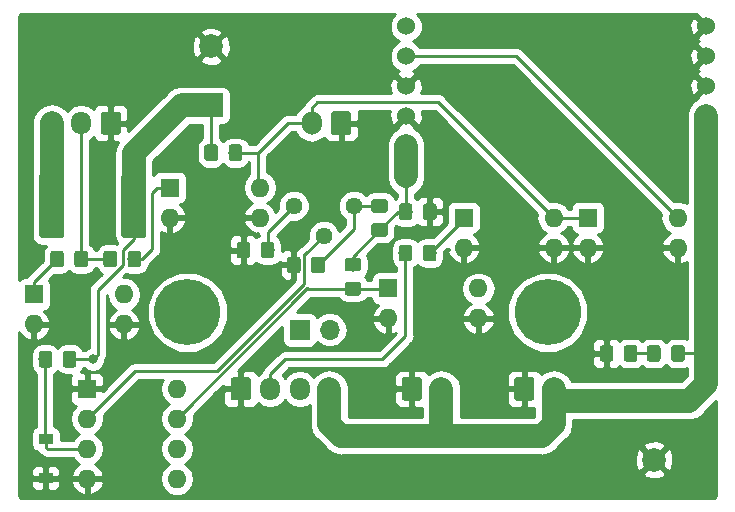
<source format=gtl>
%TF.GenerationSoftware,KiCad,Pcbnew,5.0.2+dfsg1-1*%
%TF.CreationDate,2022-04-21T18:12:01+09:00*%
%TF.ProjectId,car-psu-generic,6361722d-7073-4752-9d67-656e65726963,rev?*%
%TF.SameCoordinates,Original*%
%TF.FileFunction,Copper,L1,Top*%
%TF.FilePolarity,Positive*%
%FSLAX46Y46*%
G04 Gerber Fmt 4.6, Leading zero omitted, Abs format (unit mm)*
G04 Created by KiCad (PCBNEW 5.0.2+dfsg1-1) date Thu 21 Apr 2022 06:12:01 PM JST*
%MOMM*%
%LPD*%
G01*
G04 APERTURE LIST*
%ADD10C,0.100000*%
%ADD11C,1.150000*%
%ADD12C,2.100000*%
%ADD13C,1.700000*%
%ADD14O,1.700000X1.950000*%
%ADD15O,1.700000X2.000000*%
%ADD16C,1.524000*%
%ADD17O,1.600000X1.600000*%
%ADD18R,1.600000X1.600000*%
%ADD19C,5.600000*%
%ADD20C,2.000000*%
%ADD21R,2.000000X2.000000*%
%ADD22R,1.200000X0.900000*%
%ADD23R,1.700000X1.700000*%
%ADD24O,1.700000X1.700000*%
%ADD25C,1.440000*%
%ADD26C,0.800000*%
%ADD27C,2.000000*%
%ADD28C,0.250000*%
%ADD29C,0.254000*%
G04 APERTURE END LIST*
D10*
G36*
X128799505Y-65301204D02*
X128823773Y-65304804D01*
X128847572Y-65310765D01*
X128870671Y-65319030D01*
X128892850Y-65329520D01*
X128913893Y-65342132D01*
X128933599Y-65356747D01*
X128951777Y-65373223D01*
X128968253Y-65391401D01*
X128982868Y-65411107D01*
X128995480Y-65432150D01*
X129005970Y-65454329D01*
X129014235Y-65477428D01*
X129020196Y-65501227D01*
X129023796Y-65525495D01*
X129025000Y-65549999D01*
X129025000Y-66450001D01*
X129023796Y-66474505D01*
X129020196Y-66498773D01*
X129014235Y-66522572D01*
X129005970Y-66545671D01*
X128995480Y-66567850D01*
X128982868Y-66588893D01*
X128968253Y-66608599D01*
X128951777Y-66626777D01*
X128933599Y-66643253D01*
X128913893Y-66657868D01*
X128892850Y-66670480D01*
X128870671Y-66680970D01*
X128847572Y-66689235D01*
X128823773Y-66695196D01*
X128799505Y-66698796D01*
X128775001Y-66700000D01*
X128124999Y-66700000D01*
X128100495Y-66698796D01*
X128076227Y-66695196D01*
X128052428Y-66689235D01*
X128029329Y-66680970D01*
X128007150Y-66670480D01*
X127986107Y-66657868D01*
X127966401Y-66643253D01*
X127948223Y-66626777D01*
X127931747Y-66608599D01*
X127917132Y-66588893D01*
X127904520Y-66567850D01*
X127894030Y-66545671D01*
X127885765Y-66522572D01*
X127879804Y-66498773D01*
X127876204Y-66474505D01*
X127875000Y-66450001D01*
X127875000Y-65549999D01*
X127876204Y-65525495D01*
X127879804Y-65501227D01*
X127885765Y-65477428D01*
X127894030Y-65454329D01*
X127904520Y-65432150D01*
X127917132Y-65411107D01*
X127931747Y-65391401D01*
X127948223Y-65373223D01*
X127966401Y-65356747D01*
X127986107Y-65342132D01*
X128007150Y-65329520D01*
X128029329Y-65319030D01*
X128052428Y-65310765D01*
X128076227Y-65304804D01*
X128100495Y-65301204D01*
X128124999Y-65300000D01*
X128775001Y-65300000D01*
X128799505Y-65301204D01*
X128799505Y-65301204D01*
G37*
D11*
X128450000Y-66000000D03*
D10*
G36*
X130849505Y-65301204D02*
X130873773Y-65304804D01*
X130897572Y-65310765D01*
X130920671Y-65319030D01*
X130942850Y-65329520D01*
X130963893Y-65342132D01*
X130983599Y-65356747D01*
X131001777Y-65373223D01*
X131018253Y-65391401D01*
X131032868Y-65411107D01*
X131045480Y-65432150D01*
X131055970Y-65454329D01*
X131064235Y-65477428D01*
X131070196Y-65501227D01*
X131073796Y-65525495D01*
X131075000Y-65549999D01*
X131075000Y-66450001D01*
X131073796Y-66474505D01*
X131070196Y-66498773D01*
X131064235Y-66522572D01*
X131055970Y-66545671D01*
X131045480Y-66567850D01*
X131032868Y-66588893D01*
X131018253Y-66608599D01*
X131001777Y-66626777D01*
X130983599Y-66643253D01*
X130963893Y-66657868D01*
X130942850Y-66670480D01*
X130920671Y-66680970D01*
X130897572Y-66689235D01*
X130873773Y-66695196D01*
X130849505Y-66698796D01*
X130825001Y-66700000D01*
X130174999Y-66700000D01*
X130150495Y-66698796D01*
X130126227Y-66695196D01*
X130102428Y-66689235D01*
X130079329Y-66680970D01*
X130057150Y-66670480D01*
X130036107Y-66657868D01*
X130016401Y-66643253D01*
X129998223Y-66626777D01*
X129981747Y-66608599D01*
X129967132Y-66588893D01*
X129954520Y-66567850D01*
X129944030Y-66545671D01*
X129935765Y-66522572D01*
X129929804Y-66498773D01*
X129926204Y-66474505D01*
X129925000Y-66450001D01*
X129925000Y-65549999D01*
X129926204Y-65525495D01*
X129929804Y-65501227D01*
X129935765Y-65477428D01*
X129944030Y-65454329D01*
X129954520Y-65432150D01*
X129967132Y-65411107D01*
X129981747Y-65391401D01*
X129998223Y-65373223D01*
X130016401Y-65356747D01*
X130036107Y-65342132D01*
X130057150Y-65329520D01*
X130079329Y-65319030D01*
X130102428Y-65310765D01*
X130126227Y-65304804D01*
X130150495Y-65301204D01*
X130174999Y-65300000D01*
X130825001Y-65300000D01*
X130849505Y-65301204D01*
X130849505Y-65301204D01*
G37*
D11*
X130500000Y-66000000D03*
D10*
G36*
X145824505Y-73801204D02*
X145848773Y-73804804D01*
X145872572Y-73810765D01*
X145895671Y-73819030D01*
X145917850Y-73829520D01*
X145938893Y-73842132D01*
X145958599Y-73856747D01*
X145976777Y-73873223D01*
X145993253Y-73891401D01*
X146007868Y-73911107D01*
X146020480Y-73932150D01*
X146030970Y-73954329D01*
X146039235Y-73977428D01*
X146045196Y-74001227D01*
X146048796Y-74025495D01*
X146050000Y-74049999D01*
X146050000Y-74950001D01*
X146048796Y-74974505D01*
X146045196Y-74998773D01*
X146039235Y-75022572D01*
X146030970Y-75045671D01*
X146020480Y-75067850D01*
X146007868Y-75088893D01*
X145993253Y-75108599D01*
X145976777Y-75126777D01*
X145958599Y-75143253D01*
X145938893Y-75157868D01*
X145917850Y-75170480D01*
X145895671Y-75180970D01*
X145872572Y-75189235D01*
X145848773Y-75195196D01*
X145824505Y-75198796D01*
X145800001Y-75200000D01*
X145149999Y-75200000D01*
X145125495Y-75198796D01*
X145101227Y-75195196D01*
X145077428Y-75189235D01*
X145054329Y-75180970D01*
X145032150Y-75170480D01*
X145011107Y-75157868D01*
X144991401Y-75143253D01*
X144973223Y-75126777D01*
X144956747Y-75108599D01*
X144942132Y-75088893D01*
X144929520Y-75067850D01*
X144919030Y-75045671D01*
X144910765Y-75022572D01*
X144904804Y-74998773D01*
X144901204Y-74974505D01*
X144900000Y-74950001D01*
X144900000Y-74049999D01*
X144901204Y-74025495D01*
X144904804Y-74001227D01*
X144910765Y-73977428D01*
X144919030Y-73954329D01*
X144929520Y-73932150D01*
X144942132Y-73911107D01*
X144956747Y-73891401D01*
X144973223Y-73873223D01*
X144991401Y-73856747D01*
X145011107Y-73842132D01*
X145032150Y-73829520D01*
X145054329Y-73819030D01*
X145077428Y-73810765D01*
X145101227Y-73804804D01*
X145125495Y-73801204D01*
X145149999Y-73800000D01*
X145800001Y-73800000D01*
X145824505Y-73801204D01*
X145824505Y-73801204D01*
G37*
D11*
X145475000Y-74500000D03*
D10*
G36*
X147874505Y-73801204D02*
X147898773Y-73804804D01*
X147922572Y-73810765D01*
X147945671Y-73819030D01*
X147967850Y-73829520D01*
X147988893Y-73842132D01*
X148008599Y-73856747D01*
X148026777Y-73873223D01*
X148043253Y-73891401D01*
X148057868Y-73911107D01*
X148070480Y-73932150D01*
X148080970Y-73954329D01*
X148089235Y-73977428D01*
X148095196Y-74001227D01*
X148098796Y-74025495D01*
X148100000Y-74049999D01*
X148100000Y-74950001D01*
X148098796Y-74974505D01*
X148095196Y-74998773D01*
X148089235Y-75022572D01*
X148080970Y-75045671D01*
X148070480Y-75067850D01*
X148057868Y-75088893D01*
X148043253Y-75108599D01*
X148026777Y-75126777D01*
X148008599Y-75143253D01*
X147988893Y-75157868D01*
X147967850Y-75170480D01*
X147945671Y-75180970D01*
X147922572Y-75189235D01*
X147898773Y-75195196D01*
X147874505Y-75198796D01*
X147850001Y-75200000D01*
X147199999Y-75200000D01*
X147175495Y-75198796D01*
X147151227Y-75195196D01*
X147127428Y-75189235D01*
X147104329Y-75180970D01*
X147082150Y-75170480D01*
X147061107Y-75157868D01*
X147041401Y-75143253D01*
X147023223Y-75126777D01*
X147006747Y-75108599D01*
X146992132Y-75088893D01*
X146979520Y-75067850D01*
X146969030Y-75045671D01*
X146960765Y-75022572D01*
X146954804Y-74998773D01*
X146951204Y-74974505D01*
X146950000Y-74950001D01*
X146950000Y-74049999D01*
X146951204Y-74025495D01*
X146954804Y-74001227D01*
X146960765Y-73977428D01*
X146969030Y-73954329D01*
X146979520Y-73932150D01*
X146992132Y-73911107D01*
X147006747Y-73891401D01*
X147023223Y-73873223D01*
X147041401Y-73856747D01*
X147061107Y-73842132D01*
X147082150Y-73829520D01*
X147104329Y-73819030D01*
X147127428Y-73810765D01*
X147151227Y-73804804D01*
X147175495Y-73801204D01*
X147199999Y-73800000D01*
X147850001Y-73800000D01*
X147874505Y-73801204D01*
X147874505Y-73801204D01*
G37*
D11*
X147525000Y-74500000D03*
D10*
G36*
X106274504Y-59276204D02*
X106298773Y-59279804D01*
X106322571Y-59285765D01*
X106345671Y-59294030D01*
X106367849Y-59304520D01*
X106388893Y-59317133D01*
X106408598Y-59331747D01*
X106426777Y-59348223D01*
X106443253Y-59366402D01*
X106457867Y-59386107D01*
X106470480Y-59407151D01*
X106480970Y-59429329D01*
X106489235Y-59452429D01*
X106495196Y-59476227D01*
X106498796Y-59500496D01*
X106500000Y-59525000D01*
X106500000Y-64475000D01*
X106498796Y-64499504D01*
X106495196Y-64523773D01*
X106489235Y-64547571D01*
X106480970Y-64570671D01*
X106470480Y-64592849D01*
X106457867Y-64613893D01*
X106443253Y-64633598D01*
X106426777Y-64651777D01*
X106408598Y-64668253D01*
X106388893Y-64682867D01*
X106367849Y-64695480D01*
X106345671Y-64705970D01*
X106322571Y-64714235D01*
X106298773Y-64720196D01*
X106274504Y-64723796D01*
X106250000Y-64725000D01*
X104650000Y-64725000D01*
X104625496Y-64723796D01*
X104601227Y-64720196D01*
X104577429Y-64714235D01*
X104554329Y-64705970D01*
X104532151Y-64695480D01*
X104511107Y-64682867D01*
X104491402Y-64668253D01*
X104473223Y-64651777D01*
X104456747Y-64633598D01*
X104442133Y-64613893D01*
X104429520Y-64592849D01*
X104419030Y-64570671D01*
X104410765Y-64547571D01*
X104404804Y-64523773D01*
X104401204Y-64499504D01*
X104400000Y-64475000D01*
X104400000Y-59525000D01*
X104401204Y-59500496D01*
X104404804Y-59476227D01*
X104410765Y-59452429D01*
X104419030Y-59429329D01*
X104429520Y-59407151D01*
X104442133Y-59386107D01*
X104456747Y-59366402D01*
X104473223Y-59348223D01*
X104491402Y-59331747D01*
X104511107Y-59317133D01*
X104532151Y-59304520D01*
X104554329Y-59294030D01*
X104577429Y-59285765D01*
X104601227Y-59279804D01*
X104625496Y-59276204D01*
X104650000Y-59275000D01*
X106250000Y-59275000D01*
X106274504Y-59276204D01*
X106274504Y-59276204D01*
G37*
D12*
X105450000Y-62000000D03*
D10*
G36*
X99324504Y-59276204D02*
X99348773Y-59279804D01*
X99372571Y-59285765D01*
X99395671Y-59294030D01*
X99417849Y-59304520D01*
X99438893Y-59317133D01*
X99458598Y-59331747D01*
X99476777Y-59348223D01*
X99493253Y-59366402D01*
X99507867Y-59386107D01*
X99520480Y-59407151D01*
X99530970Y-59429329D01*
X99539235Y-59452429D01*
X99545196Y-59476227D01*
X99548796Y-59500496D01*
X99550000Y-59525000D01*
X99550000Y-64475000D01*
X99548796Y-64499504D01*
X99545196Y-64523773D01*
X99539235Y-64547571D01*
X99530970Y-64570671D01*
X99520480Y-64592849D01*
X99507867Y-64613893D01*
X99493253Y-64633598D01*
X99476777Y-64651777D01*
X99458598Y-64668253D01*
X99438893Y-64682867D01*
X99417849Y-64695480D01*
X99395671Y-64705970D01*
X99372571Y-64714235D01*
X99348773Y-64720196D01*
X99324504Y-64723796D01*
X99300000Y-64725000D01*
X97700000Y-64725000D01*
X97675496Y-64723796D01*
X97651227Y-64720196D01*
X97627429Y-64714235D01*
X97604329Y-64705970D01*
X97582151Y-64695480D01*
X97561107Y-64682867D01*
X97541402Y-64668253D01*
X97523223Y-64651777D01*
X97506747Y-64633598D01*
X97492133Y-64613893D01*
X97479520Y-64592849D01*
X97469030Y-64570671D01*
X97460765Y-64547571D01*
X97454804Y-64523773D01*
X97451204Y-64499504D01*
X97450000Y-64475000D01*
X97450000Y-59525000D01*
X97451204Y-59500496D01*
X97454804Y-59476227D01*
X97460765Y-59452429D01*
X97469030Y-59429329D01*
X97479520Y-59407151D01*
X97492133Y-59386107D01*
X97506747Y-59366402D01*
X97523223Y-59348223D01*
X97541402Y-59331747D01*
X97561107Y-59317133D01*
X97582151Y-59304520D01*
X97604329Y-59294030D01*
X97627429Y-59285765D01*
X97651227Y-59279804D01*
X97675496Y-59276204D01*
X97700000Y-59275000D01*
X99300000Y-59275000D01*
X99324504Y-59276204D01*
X99324504Y-59276204D01*
G37*
D12*
X98500000Y-62000000D03*
D10*
G36*
X104124504Y-54026204D02*
X104148773Y-54029804D01*
X104172571Y-54035765D01*
X104195671Y-54044030D01*
X104217849Y-54054520D01*
X104238893Y-54067133D01*
X104258598Y-54081747D01*
X104276777Y-54098223D01*
X104293253Y-54116402D01*
X104307867Y-54136107D01*
X104320480Y-54157151D01*
X104330970Y-54179329D01*
X104339235Y-54202429D01*
X104345196Y-54226227D01*
X104348796Y-54250496D01*
X104350000Y-54275000D01*
X104350000Y-55725000D01*
X104348796Y-55749504D01*
X104345196Y-55773773D01*
X104339235Y-55797571D01*
X104330970Y-55820671D01*
X104320480Y-55842849D01*
X104307867Y-55863893D01*
X104293253Y-55883598D01*
X104276777Y-55901777D01*
X104258598Y-55918253D01*
X104238893Y-55932867D01*
X104217849Y-55945480D01*
X104195671Y-55955970D01*
X104172571Y-55964235D01*
X104148773Y-55970196D01*
X104124504Y-55973796D01*
X104100000Y-55975000D01*
X102900000Y-55975000D01*
X102875496Y-55973796D01*
X102851227Y-55970196D01*
X102827429Y-55964235D01*
X102804329Y-55955970D01*
X102782151Y-55945480D01*
X102761107Y-55932867D01*
X102741402Y-55918253D01*
X102723223Y-55901777D01*
X102706747Y-55883598D01*
X102692133Y-55863893D01*
X102679520Y-55842849D01*
X102669030Y-55820671D01*
X102660765Y-55797571D01*
X102654804Y-55773773D01*
X102651204Y-55749504D01*
X102650000Y-55725000D01*
X102650000Y-54275000D01*
X102651204Y-54250496D01*
X102654804Y-54226227D01*
X102660765Y-54202429D01*
X102669030Y-54179329D01*
X102679520Y-54157151D01*
X102692133Y-54136107D01*
X102706747Y-54116402D01*
X102723223Y-54098223D01*
X102741402Y-54081747D01*
X102761107Y-54067133D01*
X102782151Y-54054520D01*
X102804329Y-54044030D01*
X102827429Y-54035765D01*
X102851227Y-54029804D01*
X102875496Y-54026204D01*
X102900000Y-54025000D01*
X104100000Y-54025000D01*
X104124504Y-54026204D01*
X104124504Y-54026204D01*
G37*
D13*
X103500000Y-55000000D03*
D14*
X101000000Y-55000000D03*
X98500000Y-55000000D03*
D10*
G36*
X123624504Y-54001204D02*
X123648773Y-54004804D01*
X123672571Y-54010765D01*
X123695671Y-54019030D01*
X123717849Y-54029520D01*
X123738893Y-54042133D01*
X123758598Y-54056747D01*
X123776777Y-54073223D01*
X123793253Y-54091402D01*
X123807867Y-54111107D01*
X123820480Y-54132151D01*
X123830970Y-54154329D01*
X123839235Y-54177429D01*
X123845196Y-54201227D01*
X123848796Y-54225496D01*
X123850000Y-54250000D01*
X123850000Y-55750000D01*
X123848796Y-55774504D01*
X123845196Y-55798773D01*
X123839235Y-55822571D01*
X123830970Y-55845671D01*
X123820480Y-55867849D01*
X123807867Y-55888893D01*
X123793253Y-55908598D01*
X123776777Y-55926777D01*
X123758598Y-55943253D01*
X123738893Y-55957867D01*
X123717849Y-55970480D01*
X123695671Y-55980970D01*
X123672571Y-55989235D01*
X123648773Y-55995196D01*
X123624504Y-55998796D01*
X123600000Y-56000000D01*
X122400000Y-56000000D01*
X122375496Y-55998796D01*
X122351227Y-55995196D01*
X122327429Y-55989235D01*
X122304329Y-55980970D01*
X122282151Y-55970480D01*
X122261107Y-55957867D01*
X122241402Y-55943253D01*
X122223223Y-55926777D01*
X122206747Y-55908598D01*
X122192133Y-55888893D01*
X122179520Y-55867849D01*
X122169030Y-55845671D01*
X122160765Y-55822571D01*
X122154804Y-55798773D01*
X122151204Y-55774504D01*
X122150000Y-55750000D01*
X122150000Y-54250000D01*
X122151204Y-54225496D01*
X122154804Y-54201227D01*
X122160765Y-54177429D01*
X122169030Y-54154329D01*
X122179520Y-54132151D01*
X122192133Y-54111107D01*
X122206747Y-54091402D01*
X122223223Y-54073223D01*
X122241402Y-54056747D01*
X122261107Y-54042133D01*
X122282151Y-54029520D01*
X122304329Y-54019030D01*
X122327429Y-54010765D01*
X122351227Y-54004804D01*
X122375496Y-54001204D01*
X122400000Y-54000000D01*
X123600000Y-54000000D01*
X123624504Y-54001204D01*
X123624504Y-54001204D01*
G37*
D13*
X123000000Y-55000000D03*
D15*
X120500000Y-55000000D03*
X141000000Y-77500000D03*
D10*
G36*
X139124504Y-76501204D02*
X139148773Y-76504804D01*
X139172571Y-76510765D01*
X139195671Y-76519030D01*
X139217849Y-76529520D01*
X139238893Y-76542133D01*
X139258598Y-76556747D01*
X139276777Y-76573223D01*
X139293253Y-76591402D01*
X139307867Y-76611107D01*
X139320480Y-76632151D01*
X139330970Y-76654329D01*
X139339235Y-76677429D01*
X139345196Y-76701227D01*
X139348796Y-76725496D01*
X139350000Y-76750000D01*
X139350000Y-78250000D01*
X139348796Y-78274504D01*
X139345196Y-78298773D01*
X139339235Y-78322571D01*
X139330970Y-78345671D01*
X139320480Y-78367849D01*
X139307867Y-78388893D01*
X139293253Y-78408598D01*
X139276777Y-78426777D01*
X139258598Y-78443253D01*
X139238893Y-78457867D01*
X139217849Y-78470480D01*
X139195671Y-78480970D01*
X139172571Y-78489235D01*
X139148773Y-78495196D01*
X139124504Y-78498796D01*
X139100000Y-78500000D01*
X137900000Y-78500000D01*
X137875496Y-78498796D01*
X137851227Y-78495196D01*
X137827429Y-78489235D01*
X137804329Y-78480970D01*
X137782151Y-78470480D01*
X137761107Y-78457867D01*
X137741402Y-78443253D01*
X137723223Y-78426777D01*
X137706747Y-78408598D01*
X137692133Y-78388893D01*
X137679520Y-78367849D01*
X137669030Y-78345671D01*
X137660765Y-78322571D01*
X137654804Y-78298773D01*
X137651204Y-78274504D01*
X137650000Y-78250000D01*
X137650000Y-76750000D01*
X137651204Y-76725496D01*
X137654804Y-76701227D01*
X137660765Y-76677429D01*
X137669030Y-76654329D01*
X137679520Y-76632151D01*
X137692133Y-76611107D01*
X137706747Y-76591402D01*
X137723223Y-76573223D01*
X137741402Y-76556747D01*
X137761107Y-76542133D01*
X137782151Y-76529520D01*
X137804329Y-76519030D01*
X137827429Y-76510765D01*
X137851227Y-76504804D01*
X137875496Y-76501204D01*
X137900000Y-76500000D01*
X139100000Y-76500000D01*
X139124504Y-76501204D01*
X139124504Y-76501204D01*
G37*
D13*
X138500000Y-77500000D03*
D10*
G36*
X129624504Y-76501204D02*
X129648773Y-76504804D01*
X129672571Y-76510765D01*
X129695671Y-76519030D01*
X129717849Y-76529520D01*
X129738893Y-76542133D01*
X129758598Y-76556747D01*
X129776777Y-76573223D01*
X129793253Y-76591402D01*
X129807867Y-76611107D01*
X129820480Y-76632151D01*
X129830970Y-76654329D01*
X129839235Y-76677429D01*
X129845196Y-76701227D01*
X129848796Y-76725496D01*
X129850000Y-76750000D01*
X129850000Y-78250000D01*
X129848796Y-78274504D01*
X129845196Y-78298773D01*
X129839235Y-78322571D01*
X129830970Y-78345671D01*
X129820480Y-78367849D01*
X129807867Y-78388893D01*
X129793253Y-78408598D01*
X129776777Y-78426777D01*
X129758598Y-78443253D01*
X129738893Y-78457867D01*
X129717849Y-78470480D01*
X129695671Y-78480970D01*
X129672571Y-78489235D01*
X129648773Y-78495196D01*
X129624504Y-78498796D01*
X129600000Y-78500000D01*
X128400000Y-78500000D01*
X128375496Y-78498796D01*
X128351227Y-78495196D01*
X128327429Y-78489235D01*
X128304329Y-78480970D01*
X128282151Y-78470480D01*
X128261107Y-78457867D01*
X128241402Y-78443253D01*
X128223223Y-78426777D01*
X128206747Y-78408598D01*
X128192133Y-78388893D01*
X128179520Y-78367849D01*
X128169030Y-78345671D01*
X128160765Y-78322571D01*
X128154804Y-78298773D01*
X128151204Y-78274504D01*
X128150000Y-78250000D01*
X128150000Y-76750000D01*
X128151204Y-76725496D01*
X128154804Y-76701227D01*
X128160765Y-76677429D01*
X128169030Y-76654329D01*
X128179520Y-76632151D01*
X128192133Y-76611107D01*
X128206747Y-76591402D01*
X128223223Y-76573223D01*
X128241402Y-76556747D01*
X128261107Y-76542133D01*
X128282151Y-76529520D01*
X128304329Y-76519030D01*
X128327429Y-76510765D01*
X128351227Y-76504804D01*
X128375496Y-76501204D01*
X128400000Y-76500000D01*
X129600000Y-76500000D01*
X129624504Y-76501204D01*
X129624504Y-76501204D01*
G37*
D13*
X129000000Y-77500000D03*
D15*
X131500000Y-77500000D03*
D10*
G36*
X115124504Y-76526204D02*
X115148773Y-76529804D01*
X115172571Y-76535765D01*
X115195671Y-76544030D01*
X115217849Y-76554520D01*
X115238893Y-76567133D01*
X115258598Y-76581747D01*
X115276777Y-76598223D01*
X115293253Y-76616402D01*
X115307867Y-76636107D01*
X115320480Y-76657151D01*
X115330970Y-76679329D01*
X115339235Y-76702429D01*
X115345196Y-76726227D01*
X115348796Y-76750496D01*
X115350000Y-76775000D01*
X115350000Y-78225000D01*
X115348796Y-78249504D01*
X115345196Y-78273773D01*
X115339235Y-78297571D01*
X115330970Y-78320671D01*
X115320480Y-78342849D01*
X115307867Y-78363893D01*
X115293253Y-78383598D01*
X115276777Y-78401777D01*
X115258598Y-78418253D01*
X115238893Y-78432867D01*
X115217849Y-78445480D01*
X115195671Y-78455970D01*
X115172571Y-78464235D01*
X115148773Y-78470196D01*
X115124504Y-78473796D01*
X115100000Y-78475000D01*
X113900000Y-78475000D01*
X113875496Y-78473796D01*
X113851227Y-78470196D01*
X113827429Y-78464235D01*
X113804329Y-78455970D01*
X113782151Y-78445480D01*
X113761107Y-78432867D01*
X113741402Y-78418253D01*
X113723223Y-78401777D01*
X113706747Y-78383598D01*
X113692133Y-78363893D01*
X113679520Y-78342849D01*
X113669030Y-78320671D01*
X113660765Y-78297571D01*
X113654804Y-78273773D01*
X113651204Y-78249504D01*
X113650000Y-78225000D01*
X113650000Y-76775000D01*
X113651204Y-76750496D01*
X113654804Y-76726227D01*
X113660765Y-76702429D01*
X113669030Y-76679329D01*
X113679520Y-76657151D01*
X113692133Y-76636107D01*
X113706747Y-76616402D01*
X113723223Y-76598223D01*
X113741402Y-76581747D01*
X113761107Y-76567133D01*
X113782151Y-76554520D01*
X113804329Y-76544030D01*
X113827429Y-76535765D01*
X113851227Y-76529804D01*
X113875496Y-76526204D01*
X113900000Y-76525000D01*
X115100000Y-76525000D01*
X115124504Y-76526204D01*
X115124504Y-76526204D01*
G37*
D13*
X114500000Y-77500000D03*
D14*
X117000000Y-77500000D03*
X119500000Y-77500000D03*
X122000000Y-77500000D03*
D10*
G36*
X103799505Y-65801204D02*
X103823773Y-65804804D01*
X103847572Y-65810765D01*
X103870671Y-65819030D01*
X103892850Y-65829520D01*
X103913893Y-65842132D01*
X103933599Y-65856747D01*
X103951777Y-65873223D01*
X103968253Y-65891401D01*
X103982868Y-65911107D01*
X103995480Y-65932150D01*
X104005970Y-65954329D01*
X104014235Y-65977428D01*
X104020196Y-66001227D01*
X104023796Y-66025495D01*
X104025000Y-66049999D01*
X104025000Y-66950001D01*
X104023796Y-66974505D01*
X104020196Y-66998773D01*
X104014235Y-67022572D01*
X104005970Y-67045671D01*
X103995480Y-67067850D01*
X103982868Y-67088893D01*
X103968253Y-67108599D01*
X103951777Y-67126777D01*
X103933599Y-67143253D01*
X103913893Y-67157868D01*
X103892850Y-67170480D01*
X103870671Y-67180970D01*
X103847572Y-67189235D01*
X103823773Y-67195196D01*
X103799505Y-67198796D01*
X103775001Y-67200000D01*
X103124999Y-67200000D01*
X103100495Y-67198796D01*
X103076227Y-67195196D01*
X103052428Y-67189235D01*
X103029329Y-67180970D01*
X103007150Y-67170480D01*
X102986107Y-67157868D01*
X102966401Y-67143253D01*
X102948223Y-67126777D01*
X102931747Y-67108599D01*
X102917132Y-67088893D01*
X102904520Y-67067850D01*
X102894030Y-67045671D01*
X102885765Y-67022572D01*
X102879804Y-66998773D01*
X102876204Y-66974505D01*
X102875000Y-66950001D01*
X102875000Y-66049999D01*
X102876204Y-66025495D01*
X102879804Y-66001227D01*
X102885765Y-65977428D01*
X102894030Y-65954329D01*
X102904520Y-65932150D01*
X102917132Y-65911107D01*
X102931747Y-65891401D01*
X102948223Y-65873223D01*
X102966401Y-65856747D01*
X102986107Y-65842132D01*
X103007150Y-65829520D01*
X103029329Y-65819030D01*
X103052428Y-65810765D01*
X103076227Y-65804804D01*
X103100495Y-65801204D01*
X103124999Y-65800000D01*
X103775001Y-65800000D01*
X103799505Y-65801204D01*
X103799505Y-65801204D01*
G37*
D11*
X103450000Y-66500000D03*
D10*
G36*
X105849505Y-65801204D02*
X105873773Y-65804804D01*
X105897572Y-65810765D01*
X105920671Y-65819030D01*
X105942850Y-65829520D01*
X105963893Y-65842132D01*
X105983599Y-65856747D01*
X106001777Y-65873223D01*
X106018253Y-65891401D01*
X106032868Y-65911107D01*
X106045480Y-65932150D01*
X106055970Y-65954329D01*
X106064235Y-65977428D01*
X106070196Y-66001227D01*
X106073796Y-66025495D01*
X106075000Y-66049999D01*
X106075000Y-66950001D01*
X106073796Y-66974505D01*
X106070196Y-66998773D01*
X106064235Y-67022572D01*
X106055970Y-67045671D01*
X106045480Y-67067850D01*
X106032868Y-67088893D01*
X106018253Y-67108599D01*
X106001777Y-67126777D01*
X105983599Y-67143253D01*
X105963893Y-67157868D01*
X105942850Y-67170480D01*
X105920671Y-67180970D01*
X105897572Y-67189235D01*
X105873773Y-67195196D01*
X105849505Y-67198796D01*
X105825001Y-67200000D01*
X105174999Y-67200000D01*
X105150495Y-67198796D01*
X105126227Y-67195196D01*
X105102428Y-67189235D01*
X105079329Y-67180970D01*
X105057150Y-67170480D01*
X105036107Y-67157868D01*
X105016401Y-67143253D01*
X104998223Y-67126777D01*
X104981747Y-67108599D01*
X104967132Y-67088893D01*
X104954520Y-67067850D01*
X104944030Y-67045671D01*
X104935765Y-67022572D01*
X104929804Y-66998773D01*
X104926204Y-66974505D01*
X104925000Y-66950001D01*
X104925000Y-66049999D01*
X104926204Y-66025495D01*
X104929804Y-66001227D01*
X104935765Y-65977428D01*
X104944030Y-65954329D01*
X104954520Y-65932150D01*
X104967132Y-65911107D01*
X104981747Y-65891401D01*
X104998223Y-65873223D01*
X105016401Y-65856747D01*
X105036107Y-65842132D01*
X105057150Y-65829520D01*
X105079329Y-65819030D01*
X105102428Y-65810765D01*
X105126227Y-65804804D01*
X105150495Y-65801204D01*
X105174999Y-65800000D01*
X105825001Y-65800000D01*
X105849505Y-65801204D01*
X105849505Y-65801204D01*
G37*
D11*
X105500000Y-66500000D03*
D10*
G36*
X112349505Y-56801204D02*
X112373773Y-56804804D01*
X112397572Y-56810765D01*
X112420671Y-56819030D01*
X112442850Y-56829520D01*
X112463893Y-56842132D01*
X112483599Y-56856747D01*
X112501777Y-56873223D01*
X112518253Y-56891401D01*
X112532868Y-56911107D01*
X112545480Y-56932150D01*
X112555970Y-56954329D01*
X112564235Y-56977428D01*
X112570196Y-57001227D01*
X112573796Y-57025495D01*
X112575000Y-57049999D01*
X112575000Y-57950001D01*
X112573796Y-57974505D01*
X112570196Y-57998773D01*
X112564235Y-58022572D01*
X112555970Y-58045671D01*
X112545480Y-58067850D01*
X112532868Y-58088893D01*
X112518253Y-58108599D01*
X112501777Y-58126777D01*
X112483599Y-58143253D01*
X112463893Y-58157868D01*
X112442850Y-58170480D01*
X112420671Y-58180970D01*
X112397572Y-58189235D01*
X112373773Y-58195196D01*
X112349505Y-58198796D01*
X112325001Y-58200000D01*
X111674999Y-58200000D01*
X111650495Y-58198796D01*
X111626227Y-58195196D01*
X111602428Y-58189235D01*
X111579329Y-58180970D01*
X111557150Y-58170480D01*
X111536107Y-58157868D01*
X111516401Y-58143253D01*
X111498223Y-58126777D01*
X111481747Y-58108599D01*
X111467132Y-58088893D01*
X111454520Y-58067850D01*
X111444030Y-58045671D01*
X111435765Y-58022572D01*
X111429804Y-57998773D01*
X111426204Y-57974505D01*
X111425000Y-57950001D01*
X111425000Y-57049999D01*
X111426204Y-57025495D01*
X111429804Y-57001227D01*
X111435765Y-56977428D01*
X111444030Y-56954329D01*
X111454520Y-56932150D01*
X111467132Y-56911107D01*
X111481747Y-56891401D01*
X111498223Y-56873223D01*
X111516401Y-56856747D01*
X111536107Y-56842132D01*
X111557150Y-56829520D01*
X111579329Y-56819030D01*
X111602428Y-56810765D01*
X111626227Y-56804804D01*
X111650495Y-56801204D01*
X111674999Y-56800000D01*
X112325001Y-56800000D01*
X112349505Y-56801204D01*
X112349505Y-56801204D01*
G37*
D11*
X112000000Y-57500000D03*
D10*
G36*
X114399505Y-56801204D02*
X114423773Y-56804804D01*
X114447572Y-56810765D01*
X114470671Y-56819030D01*
X114492850Y-56829520D01*
X114513893Y-56842132D01*
X114533599Y-56856747D01*
X114551777Y-56873223D01*
X114568253Y-56891401D01*
X114582868Y-56911107D01*
X114595480Y-56932150D01*
X114605970Y-56954329D01*
X114614235Y-56977428D01*
X114620196Y-57001227D01*
X114623796Y-57025495D01*
X114625000Y-57049999D01*
X114625000Y-57950001D01*
X114623796Y-57974505D01*
X114620196Y-57998773D01*
X114614235Y-58022572D01*
X114605970Y-58045671D01*
X114595480Y-58067850D01*
X114582868Y-58088893D01*
X114568253Y-58108599D01*
X114551777Y-58126777D01*
X114533599Y-58143253D01*
X114513893Y-58157868D01*
X114492850Y-58170480D01*
X114470671Y-58180970D01*
X114447572Y-58189235D01*
X114423773Y-58195196D01*
X114399505Y-58198796D01*
X114375001Y-58200000D01*
X113724999Y-58200000D01*
X113700495Y-58198796D01*
X113676227Y-58195196D01*
X113652428Y-58189235D01*
X113629329Y-58180970D01*
X113607150Y-58170480D01*
X113586107Y-58157868D01*
X113566401Y-58143253D01*
X113548223Y-58126777D01*
X113531747Y-58108599D01*
X113517132Y-58088893D01*
X113504520Y-58067850D01*
X113494030Y-58045671D01*
X113485765Y-58022572D01*
X113479804Y-57998773D01*
X113476204Y-57974505D01*
X113475000Y-57950001D01*
X113475000Y-57049999D01*
X113476204Y-57025495D01*
X113479804Y-57001227D01*
X113485765Y-56977428D01*
X113494030Y-56954329D01*
X113504520Y-56932150D01*
X113517132Y-56911107D01*
X113531747Y-56891401D01*
X113548223Y-56873223D01*
X113566401Y-56856747D01*
X113586107Y-56842132D01*
X113607150Y-56829520D01*
X113629329Y-56819030D01*
X113652428Y-56810765D01*
X113676227Y-56804804D01*
X113700495Y-56801204D01*
X113724999Y-56800000D01*
X114375001Y-56800000D01*
X114399505Y-56801204D01*
X114399505Y-56801204D01*
G37*
D11*
X114050000Y-57500000D03*
D10*
G36*
X149824505Y-73801204D02*
X149848773Y-73804804D01*
X149872572Y-73810765D01*
X149895671Y-73819030D01*
X149917850Y-73829520D01*
X149938893Y-73842132D01*
X149958599Y-73856747D01*
X149976777Y-73873223D01*
X149993253Y-73891401D01*
X150007868Y-73911107D01*
X150020480Y-73932150D01*
X150030970Y-73954329D01*
X150039235Y-73977428D01*
X150045196Y-74001227D01*
X150048796Y-74025495D01*
X150050000Y-74049999D01*
X150050000Y-74950001D01*
X150048796Y-74974505D01*
X150045196Y-74998773D01*
X150039235Y-75022572D01*
X150030970Y-75045671D01*
X150020480Y-75067850D01*
X150007868Y-75088893D01*
X149993253Y-75108599D01*
X149976777Y-75126777D01*
X149958599Y-75143253D01*
X149938893Y-75157868D01*
X149917850Y-75170480D01*
X149895671Y-75180970D01*
X149872572Y-75189235D01*
X149848773Y-75195196D01*
X149824505Y-75198796D01*
X149800001Y-75200000D01*
X149149999Y-75200000D01*
X149125495Y-75198796D01*
X149101227Y-75195196D01*
X149077428Y-75189235D01*
X149054329Y-75180970D01*
X149032150Y-75170480D01*
X149011107Y-75157868D01*
X148991401Y-75143253D01*
X148973223Y-75126777D01*
X148956747Y-75108599D01*
X148942132Y-75088893D01*
X148929520Y-75067850D01*
X148919030Y-75045671D01*
X148910765Y-75022572D01*
X148904804Y-74998773D01*
X148901204Y-74974505D01*
X148900000Y-74950001D01*
X148900000Y-74049999D01*
X148901204Y-74025495D01*
X148904804Y-74001227D01*
X148910765Y-73977428D01*
X148919030Y-73954329D01*
X148929520Y-73932150D01*
X148942132Y-73911107D01*
X148956747Y-73891401D01*
X148973223Y-73873223D01*
X148991401Y-73856747D01*
X149011107Y-73842132D01*
X149032150Y-73829520D01*
X149054329Y-73819030D01*
X149077428Y-73810765D01*
X149101227Y-73804804D01*
X149125495Y-73801204D01*
X149149999Y-73800000D01*
X149800001Y-73800000D01*
X149824505Y-73801204D01*
X149824505Y-73801204D01*
G37*
D11*
X149475000Y-74500000D03*
D10*
G36*
X151874505Y-73801204D02*
X151898773Y-73804804D01*
X151922572Y-73810765D01*
X151945671Y-73819030D01*
X151967850Y-73829520D01*
X151988893Y-73842132D01*
X152008599Y-73856747D01*
X152026777Y-73873223D01*
X152043253Y-73891401D01*
X152057868Y-73911107D01*
X152070480Y-73932150D01*
X152080970Y-73954329D01*
X152089235Y-73977428D01*
X152095196Y-74001227D01*
X152098796Y-74025495D01*
X152100000Y-74049999D01*
X152100000Y-74950001D01*
X152098796Y-74974505D01*
X152095196Y-74998773D01*
X152089235Y-75022572D01*
X152080970Y-75045671D01*
X152070480Y-75067850D01*
X152057868Y-75088893D01*
X152043253Y-75108599D01*
X152026777Y-75126777D01*
X152008599Y-75143253D01*
X151988893Y-75157868D01*
X151967850Y-75170480D01*
X151945671Y-75180970D01*
X151922572Y-75189235D01*
X151898773Y-75195196D01*
X151874505Y-75198796D01*
X151850001Y-75200000D01*
X151199999Y-75200000D01*
X151175495Y-75198796D01*
X151151227Y-75195196D01*
X151127428Y-75189235D01*
X151104329Y-75180970D01*
X151082150Y-75170480D01*
X151061107Y-75157868D01*
X151041401Y-75143253D01*
X151023223Y-75126777D01*
X151006747Y-75108599D01*
X150992132Y-75088893D01*
X150979520Y-75067850D01*
X150969030Y-75045671D01*
X150960765Y-75022572D01*
X150954804Y-74998773D01*
X150951204Y-74974505D01*
X150950000Y-74950001D01*
X150950000Y-74049999D01*
X150951204Y-74025495D01*
X150954804Y-74001227D01*
X150960765Y-73977428D01*
X150969030Y-73954329D01*
X150979520Y-73932150D01*
X150992132Y-73911107D01*
X151006747Y-73891401D01*
X151023223Y-73873223D01*
X151041401Y-73856747D01*
X151061107Y-73842132D01*
X151082150Y-73829520D01*
X151104329Y-73819030D01*
X151127428Y-73810765D01*
X151151227Y-73804804D01*
X151175495Y-73801204D01*
X151199999Y-73800000D01*
X151850001Y-73800000D01*
X151874505Y-73801204D01*
X151874505Y-73801204D01*
G37*
D11*
X151525000Y-74500000D03*
D10*
G36*
X99299505Y-65801204D02*
X99323773Y-65804804D01*
X99347572Y-65810765D01*
X99370671Y-65819030D01*
X99392850Y-65829520D01*
X99413893Y-65842132D01*
X99433599Y-65856747D01*
X99451777Y-65873223D01*
X99468253Y-65891401D01*
X99482868Y-65911107D01*
X99495480Y-65932150D01*
X99505970Y-65954329D01*
X99514235Y-65977428D01*
X99520196Y-66001227D01*
X99523796Y-66025495D01*
X99525000Y-66049999D01*
X99525000Y-66950001D01*
X99523796Y-66974505D01*
X99520196Y-66998773D01*
X99514235Y-67022572D01*
X99505970Y-67045671D01*
X99495480Y-67067850D01*
X99482868Y-67088893D01*
X99468253Y-67108599D01*
X99451777Y-67126777D01*
X99433599Y-67143253D01*
X99413893Y-67157868D01*
X99392850Y-67170480D01*
X99370671Y-67180970D01*
X99347572Y-67189235D01*
X99323773Y-67195196D01*
X99299505Y-67198796D01*
X99275001Y-67200000D01*
X98624999Y-67200000D01*
X98600495Y-67198796D01*
X98576227Y-67195196D01*
X98552428Y-67189235D01*
X98529329Y-67180970D01*
X98507150Y-67170480D01*
X98486107Y-67157868D01*
X98466401Y-67143253D01*
X98448223Y-67126777D01*
X98431747Y-67108599D01*
X98417132Y-67088893D01*
X98404520Y-67067850D01*
X98394030Y-67045671D01*
X98385765Y-67022572D01*
X98379804Y-66998773D01*
X98376204Y-66974505D01*
X98375000Y-66950001D01*
X98375000Y-66049999D01*
X98376204Y-66025495D01*
X98379804Y-66001227D01*
X98385765Y-65977428D01*
X98394030Y-65954329D01*
X98404520Y-65932150D01*
X98417132Y-65911107D01*
X98431747Y-65891401D01*
X98448223Y-65873223D01*
X98466401Y-65856747D01*
X98486107Y-65842132D01*
X98507150Y-65829520D01*
X98529329Y-65819030D01*
X98552428Y-65810765D01*
X98576227Y-65804804D01*
X98600495Y-65801204D01*
X98624999Y-65800000D01*
X99275001Y-65800000D01*
X99299505Y-65801204D01*
X99299505Y-65801204D01*
G37*
D11*
X98950000Y-66500000D03*
D10*
G36*
X101349505Y-65801204D02*
X101373773Y-65804804D01*
X101397572Y-65810765D01*
X101420671Y-65819030D01*
X101442850Y-65829520D01*
X101463893Y-65842132D01*
X101483599Y-65856747D01*
X101501777Y-65873223D01*
X101518253Y-65891401D01*
X101532868Y-65911107D01*
X101545480Y-65932150D01*
X101555970Y-65954329D01*
X101564235Y-65977428D01*
X101570196Y-66001227D01*
X101573796Y-66025495D01*
X101575000Y-66049999D01*
X101575000Y-66950001D01*
X101573796Y-66974505D01*
X101570196Y-66998773D01*
X101564235Y-67022572D01*
X101555970Y-67045671D01*
X101545480Y-67067850D01*
X101532868Y-67088893D01*
X101518253Y-67108599D01*
X101501777Y-67126777D01*
X101483599Y-67143253D01*
X101463893Y-67157868D01*
X101442850Y-67170480D01*
X101420671Y-67180970D01*
X101397572Y-67189235D01*
X101373773Y-67195196D01*
X101349505Y-67198796D01*
X101325001Y-67200000D01*
X100674999Y-67200000D01*
X100650495Y-67198796D01*
X100626227Y-67195196D01*
X100602428Y-67189235D01*
X100579329Y-67180970D01*
X100557150Y-67170480D01*
X100536107Y-67157868D01*
X100516401Y-67143253D01*
X100498223Y-67126777D01*
X100481747Y-67108599D01*
X100467132Y-67088893D01*
X100454520Y-67067850D01*
X100444030Y-67045671D01*
X100435765Y-67022572D01*
X100429804Y-66998773D01*
X100426204Y-66974505D01*
X100425000Y-66950001D01*
X100425000Y-66049999D01*
X100426204Y-66025495D01*
X100429804Y-66001227D01*
X100435765Y-65977428D01*
X100444030Y-65954329D01*
X100454520Y-65932150D01*
X100467132Y-65911107D01*
X100481747Y-65891401D01*
X100498223Y-65873223D01*
X100516401Y-65856747D01*
X100536107Y-65842132D01*
X100557150Y-65829520D01*
X100579329Y-65819030D01*
X100602428Y-65810765D01*
X100626227Y-65804804D01*
X100650495Y-65801204D01*
X100674999Y-65800000D01*
X101325001Y-65800000D01*
X101349505Y-65801204D01*
X101349505Y-65801204D01*
G37*
D11*
X101000000Y-66500000D03*
D16*
X128500000Y-46800000D03*
X128500000Y-49340000D03*
X128500000Y-51880000D03*
X128500000Y-54420000D03*
X128500000Y-56960000D03*
X128500000Y-59500000D03*
X153900000Y-46800000D03*
X153900000Y-49340000D03*
X153900000Y-51880000D03*
X153900000Y-54420000D03*
X153900000Y-56960000D03*
X153900000Y-59500000D03*
D17*
X116120000Y-60460000D03*
X108500000Y-63000000D03*
X116120000Y-63000000D03*
D18*
X108500000Y-60460000D03*
X143880000Y-63000000D03*
D17*
X151500000Y-65540000D03*
X143880000Y-65540000D03*
X151500000Y-63000000D03*
D18*
X133380000Y-63000000D03*
D17*
X141000000Y-65540000D03*
X133380000Y-65540000D03*
X141000000Y-63000000D03*
X104620000Y-69500000D03*
X97000000Y-72040000D03*
X104620000Y-72040000D03*
D18*
X97000000Y-69500000D03*
D19*
X110000000Y-71000000D03*
X140500000Y-71000000D03*
D10*
G36*
X128824505Y-61801204D02*
X128848773Y-61804804D01*
X128872572Y-61810765D01*
X128895671Y-61819030D01*
X128917850Y-61829520D01*
X128938893Y-61842132D01*
X128958599Y-61856747D01*
X128976777Y-61873223D01*
X128993253Y-61891401D01*
X129007868Y-61911107D01*
X129020480Y-61932150D01*
X129030970Y-61954329D01*
X129039235Y-61977428D01*
X129045196Y-62001227D01*
X129048796Y-62025495D01*
X129050000Y-62049999D01*
X129050000Y-62950001D01*
X129048796Y-62974505D01*
X129045196Y-62998773D01*
X129039235Y-63022572D01*
X129030970Y-63045671D01*
X129020480Y-63067850D01*
X129007868Y-63088893D01*
X128993253Y-63108599D01*
X128976777Y-63126777D01*
X128958599Y-63143253D01*
X128938893Y-63157868D01*
X128917850Y-63170480D01*
X128895671Y-63180970D01*
X128872572Y-63189235D01*
X128848773Y-63195196D01*
X128824505Y-63198796D01*
X128800001Y-63200000D01*
X128149999Y-63200000D01*
X128125495Y-63198796D01*
X128101227Y-63195196D01*
X128077428Y-63189235D01*
X128054329Y-63180970D01*
X128032150Y-63170480D01*
X128011107Y-63157868D01*
X127991401Y-63143253D01*
X127973223Y-63126777D01*
X127956747Y-63108599D01*
X127942132Y-63088893D01*
X127929520Y-63067850D01*
X127919030Y-63045671D01*
X127910765Y-63022572D01*
X127904804Y-62998773D01*
X127901204Y-62974505D01*
X127900000Y-62950001D01*
X127900000Y-62049999D01*
X127901204Y-62025495D01*
X127904804Y-62001227D01*
X127910765Y-61977428D01*
X127919030Y-61954329D01*
X127929520Y-61932150D01*
X127942132Y-61911107D01*
X127956747Y-61891401D01*
X127973223Y-61873223D01*
X127991401Y-61856747D01*
X128011107Y-61842132D01*
X128032150Y-61829520D01*
X128054329Y-61819030D01*
X128077428Y-61810765D01*
X128101227Y-61804804D01*
X128125495Y-61801204D01*
X128149999Y-61800000D01*
X128800001Y-61800000D01*
X128824505Y-61801204D01*
X128824505Y-61801204D01*
G37*
D11*
X128475000Y-62500000D03*
D10*
G36*
X130874505Y-61801204D02*
X130898773Y-61804804D01*
X130922572Y-61810765D01*
X130945671Y-61819030D01*
X130967850Y-61829520D01*
X130988893Y-61842132D01*
X131008599Y-61856747D01*
X131026777Y-61873223D01*
X131043253Y-61891401D01*
X131057868Y-61911107D01*
X131070480Y-61932150D01*
X131080970Y-61954329D01*
X131089235Y-61977428D01*
X131095196Y-62001227D01*
X131098796Y-62025495D01*
X131100000Y-62049999D01*
X131100000Y-62950001D01*
X131098796Y-62974505D01*
X131095196Y-62998773D01*
X131089235Y-63022572D01*
X131080970Y-63045671D01*
X131070480Y-63067850D01*
X131057868Y-63088893D01*
X131043253Y-63108599D01*
X131026777Y-63126777D01*
X131008599Y-63143253D01*
X130988893Y-63157868D01*
X130967850Y-63170480D01*
X130945671Y-63180970D01*
X130922572Y-63189235D01*
X130898773Y-63195196D01*
X130874505Y-63198796D01*
X130850001Y-63200000D01*
X130199999Y-63200000D01*
X130175495Y-63198796D01*
X130151227Y-63195196D01*
X130127428Y-63189235D01*
X130104329Y-63180970D01*
X130082150Y-63170480D01*
X130061107Y-63157868D01*
X130041401Y-63143253D01*
X130023223Y-63126777D01*
X130006747Y-63108599D01*
X129992132Y-63088893D01*
X129979520Y-63067850D01*
X129969030Y-63045671D01*
X129960765Y-63022572D01*
X129954804Y-62998773D01*
X129951204Y-62974505D01*
X129950000Y-62950001D01*
X129950000Y-62049999D01*
X129951204Y-62025495D01*
X129954804Y-62001227D01*
X129960765Y-61977428D01*
X129969030Y-61954329D01*
X129979520Y-61932150D01*
X129992132Y-61911107D01*
X130006747Y-61891401D01*
X130023223Y-61873223D01*
X130041401Y-61856747D01*
X130061107Y-61842132D01*
X130082150Y-61829520D01*
X130104329Y-61819030D01*
X130127428Y-61810765D01*
X130151227Y-61804804D01*
X130175495Y-61801204D01*
X130199999Y-61800000D01*
X130850001Y-61800000D01*
X130874505Y-61801204D01*
X130874505Y-61801204D01*
G37*
D11*
X130525000Y-62500000D03*
D20*
X112000000Y-48500000D03*
D21*
X112000000Y-53500000D03*
X149500000Y-78500000D03*
D20*
X149500000Y-83500000D03*
D22*
X98000000Y-81750000D03*
X98000000Y-85050000D03*
D23*
X119500000Y-72500000D03*
D24*
X122040000Y-72500000D03*
D10*
G36*
X100374505Y-74301204D02*
X100398773Y-74304804D01*
X100422572Y-74310765D01*
X100445671Y-74319030D01*
X100467850Y-74329520D01*
X100488893Y-74342132D01*
X100508599Y-74356747D01*
X100526777Y-74373223D01*
X100543253Y-74391401D01*
X100557868Y-74411107D01*
X100570480Y-74432150D01*
X100580970Y-74454329D01*
X100589235Y-74477428D01*
X100595196Y-74501227D01*
X100598796Y-74525495D01*
X100600000Y-74549999D01*
X100600000Y-75450001D01*
X100598796Y-75474505D01*
X100595196Y-75498773D01*
X100589235Y-75522572D01*
X100580970Y-75545671D01*
X100570480Y-75567850D01*
X100557868Y-75588893D01*
X100543253Y-75608599D01*
X100526777Y-75626777D01*
X100508599Y-75643253D01*
X100488893Y-75657868D01*
X100467850Y-75670480D01*
X100445671Y-75680970D01*
X100422572Y-75689235D01*
X100398773Y-75695196D01*
X100374505Y-75698796D01*
X100350001Y-75700000D01*
X99699999Y-75700000D01*
X99675495Y-75698796D01*
X99651227Y-75695196D01*
X99627428Y-75689235D01*
X99604329Y-75680970D01*
X99582150Y-75670480D01*
X99561107Y-75657868D01*
X99541401Y-75643253D01*
X99523223Y-75626777D01*
X99506747Y-75608599D01*
X99492132Y-75588893D01*
X99479520Y-75567850D01*
X99469030Y-75545671D01*
X99460765Y-75522572D01*
X99454804Y-75498773D01*
X99451204Y-75474505D01*
X99450000Y-75450001D01*
X99450000Y-74549999D01*
X99451204Y-74525495D01*
X99454804Y-74501227D01*
X99460765Y-74477428D01*
X99469030Y-74454329D01*
X99479520Y-74432150D01*
X99492132Y-74411107D01*
X99506747Y-74391401D01*
X99523223Y-74373223D01*
X99541401Y-74356747D01*
X99561107Y-74342132D01*
X99582150Y-74329520D01*
X99604329Y-74319030D01*
X99627428Y-74310765D01*
X99651227Y-74304804D01*
X99675495Y-74301204D01*
X99699999Y-74300000D01*
X100350001Y-74300000D01*
X100374505Y-74301204D01*
X100374505Y-74301204D01*
G37*
D11*
X100025000Y-75000000D03*
D10*
G36*
X98324505Y-74301204D02*
X98348773Y-74304804D01*
X98372572Y-74310765D01*
X98395671Y-74319030D01*
X98417850Y-74329520D01*
X98438893Y-74342132D01*
X98458599Y-74356747D01*
X98476777Y-74373223D01*
X98493253Y-74391401D01*
X98507868Y-74411107D01*
X98520480Y-74432150D01*
X98530970Y-74454329D01*
X98539235Y-74477428D01*
X98545196Y-74501227D01*
X98548796Y-74525495D01*
X98550000Y-74549999D01*
X98550000Y-75450001D01*
X98548796Y-75474505D01*
X98545196Y-75498773D01*
X98539235Y-75522572D01*
X98530970Y-75545671D01*
X98520480Y-75567850D01*
X98507868Y-75588893D01*
X98493253Y-75608599D01*
X98476777Y-75626777D01*
X98458599Y-75643253D01*
X98438893Y-75657868D01*
X98417850Y-75670480D01*
X98395671Y-75680970D01*
X98372572Y-75689235D01*
X98348773Y-75695196D01*
X98324505Y-75698796D01*
X98300001Y-75700000D01*
X97649999Y-75700000D01*
X97625495Y-75698796D01*
X97601227Y-75695196D01*
X97577428Y-75689235D01*
X97554329Y-75680970D01*
X97532150Y-75670480D01*
X97511107Y-75657868D01*
X97491401Y-75643253D01*
X97473223Y-75626777D01*
X97456747Y-75608599D01*
X97442132Y-75588893D01*
X97429520Y-75567850D01*
X97419030Y-75545671D01*
X97410765Y-75522572D01*
X97404804Y-75498773D01*
X97401204Y-75474505D01*
X97400000Y-75450001D01*
X97400000Y-74549999D01*
X97401204Y-74525495D01*
X97404804Y-74501227D01*
X97410765Y-74477428D01*
X97419030Y-74454329D01*
X97429520Y-74432150D01*
X97442132Y-74411107D01*
X97456747Y-74391401D01*
X97473223Y-74373223D01*
X97491401Y-74356747D01*
X97511107Y-74342132D01*
X97532150Y-74329520D01*
X97554329Y-74319030D01*
X97577428Y-74310765D01*
X97601227Y-74304804D01*
X97625495Y-74301204D01*
X97649999Y-74300000D01*
X98300001Y-74300000D01*
X98324505Y-74301204D01*
X98324505Y-74301204D01*
G37*
D11*
X97975000Y-75000000D03*
D10*
G36*
X124474505Y-68451204D02*
X124498773Y-68454804D01*
X124522572Y-68460765D01*
X124545671Y-68469030D01*
X124567850Y-68479520D01*
X124588893Y-68492132D01*
X124608599Y-68506747D01*
X124626777Y-68523223D01*
X124643253Y-68541401D01*
X124657868Y-68561107D01*
X124670480Y-68582150D01*
X124680970Y-68604329D01*
X124689235Y-68627428D01*
X124695196Y-68651227D01*
X124698796Y-68675495D01*
X124700000Y-68699999D01*
X124700000Y-69350001D01*
X124698796Y-69374505D01*
X124695196Y-69398773D01*
X124689235Y-69422572D01*
X124680970Y-69445671D01*
X124670480Y-69467850D01*
X124657868Y-69488893D01*
X124643253Y-69508599D01*
X124626777Y-69526777D01*
X124608599Y-69543253D01*
X124588893Y-69557868D01*
X124567850Y-69570480D01*
X124545671Y-69580970D01*
X124522572Y-69589235D01*
X124498773Y-69595196D01*
X124474505Y-69598796D01*
X124450001Y-69600000D01*
X123549999Y-69600000D01*
X123525495Y-69598796D01*
X123501227Y-69595196D01*
X123477428Y-69589235D01*
X123454329Y-69580970D01*
X123432150Y-69570480D01*
X123411107Y-69557868D01*
X123391401Y-69543253D01*
X123373223Y-69526777D01*
X123356747Y-69508599D01*
X123342132Y-69488893D01*
X123329520Y-69467850D01*
X123319030Y-69445671D01*
X123310765Y-69422572D01*
X123304804Y-69398773D01*
X123301204Y-69374505D01*
X123300000Y-69350001D01*
X123300000Y-68699999D01*
X123301204Y-68675495D01*
X123304804Y-68651227D01*
X123310765Y-68627428D01*
X123319030Y-68604329D01*
X123329520Y-68582150D01*
X123342132Y-68561107D01*
X123356747Y-68541401D01*
X123373223Y-68523223D01*
X123391401Y-68506747D01*
X123411107Y-68492132D01*
X123432150Y-68479520D01*
X123454329Y-68469030D01*
X123477428Y-68460765D01*
X123501227Y-68454804D01*
X123525495Y-68451204D01*
X123549999Y-68450000D01*
X124450001Y-68450000D01*
X124474505Y-68451204D01*
X124474505Y-68451204D01*
G37*
D11*
X124000000Y-69025000D03*
D10*
G36*
X124474505Y-66401204D02*
X124498773Y-66404804D01*
X124522572Y-66410765D01*
X124545671Y-66419030D01*
X124567850Y-66429520D01*
X124588893Y-66442132D01*
X124608599Y-66456747D01*
X124626777Y-66473223D01*
X124643253Y-66491401D01*
X124657868Y-66511107D01*
X124670480Y-66532150D01*
X124680970Y-66554329D01*
X124689235Y-66577428D01*
X124695196Y-66601227D01*
X124698796Y-66625495D01*
X124700000Y-66649999D01*
X124700000Y-67300001D01*
X124698796Y-67324505D01*
X124695196Y-67348773D01*
X124689235Y-67372572D01*
X124680970Y-67395671D01*
X124670480Y-67417850D01*
X124657868Y-67438893D01*
X124643253Y-67458599D01*
X124626777Y-67476777D01*
X124608599Y-67493253D01*
X124588893Y-67507868D01*
X124567850Y-67520480D01*
X124545671Y-67530970D01*
X124522572Y-67539235D01*
X124498773Y-67545196D01*
X124474505Y-67548796D01*
X124450001Y-67550000D01*
X123549999Y-67550000D01*
X123525495Y-67548796D01*
X123501227Y-67545196D01*
X123477428Y-67539235D01*
X123454329Y-67530970D01*
X123432150Y-67520480D01*
X123411107Y-67507868D01*
X123391401Y-67493253D01*
X123373223Y-67476777D01*
X123356747Y-67458599D01*
X123342132Y-67438893D01*
X123329520Y-67417850D01*
X123319030Y-67395671D01*
X123310765Y-67372572D01*
X123304804Y-67348773D01*
X123301204Y-67324505D01*
X123300000Y-67300001D01*
X123300000Y-66649999D01*
X123301204Y-66625495D01*
X123304804Y-66601227D01*
X123310765Y-66577428D01*
X123319030Y-66554329D01*
X123329520Y-66532150D01*
X123342132Y-66511107D01*
X123356747Y-66491401D01*
X123373223Y-66473223D01*
X123391401Y-66456747D01*
X123411107Y-66442132D01*
X123432150Y-66429520D01*
X123454329Y-66419030D01*
X123477428Y-66410765D01*
X123501227Y-66404804D01*
X123525495Y-66401204D01*
X123549999Y-66400000D01*
X124450001Y-66400000D01*
X124474505Y-66401204D01*
X124474505Y-66401204D01*
G37*
D11*
X124000000Y-66975000D03*
D25*
X124080000Y-62000000D03*
X121540000Y-64540000D03*
X119000000Y-62000000D03*
D18*
X101500000Y-77500000D03*
D17*
X109120000Y-85120000D03*
X101500000Y-80040000D03*
X109120000Y-82580000D03*
X101500000Y-82580000D03*
X109120000Y-80040000D03*
X101500000Y-85120000D03*
X109120000Y-77500000D03*
D18*
X127000000Y-69000000D03*
D17*
X134620000Y-71540000D03*
X127000000Y-71540000D03*
X134620000Y-69000000D03*
D10*
G36*
X115074505Y-65051204D02*
X115098773Y-65054804D01*
X115122572Y-65060765D01*
X115145671Y-65069030D01*
X115167850Y-65079520D01*
X115188893Y-65092132D01*
X115208599Y-65106747D01*
X115226777Y-65123223D01*
X115243253Y-65141401D01*
X115257868Y-65161107D01*
X115270480Y-65182150D01*
X115280970Y-65204329D01*
X115289235Y-65227428D01*
X115295196Y-65251227D01*
X115298796Y-65275495D01*
X115300000Y-65299999D01*
X115300000Y-66200001D01*
X115298796Y-66224505D01*
X115295196Y-66248773D01*
X115289235Y-66272572D01*
X115280970Y-66295671D01*
X115270480Y-66317850D01*
X115257868Y-66338893D01*
X115243253Y-66358599D01*
X115226777Y-66376777D01*
X115208599Y-66393253D01*
X115188893Y-66407868D01*
X115167850Y-66420480D01*
X115145671Y-66430970D01*
X115122572Y-66439235D01*
X115098773Y-66445196D01*
X115074505Y-66448796D01*
X115050001Y-66450000D01*
X114399999Y-66450000D01*
X114375495Y-66448796D01*
X114351227Y-66445196D01*
X114327428Y-66439235D01*
X114304329Y-66430970D01*
X114282150Y-66420480D01*
X114261107Y-66407868D01*
X114241401Y-66393253D01*
X114223223Y-66376777D01*
X114206747Y-66358599D01*
X114192132Y-66338893D01*
X114179520Y-66317850D01*
X114169030Y-66295671D01*
X114160765Y-66272572D01*
X114154804Y-66248773D01*
X114151204Y-66224505D01*
X114150000Y-66200001D01*
X114150000Y-65299999D01*
X114151204Y-65275495D01*
X114154804Y-65251227D01*
X114160765Y-65227428D01*
X114169030Y-65204329D01*
X114179520Y-65182150D01*
X114192132Y-65161107D01*
X114206747Y-65141401D01*
X114223223Y-65123223D01*
X114241401Y-65106747D01*
X114261107Y-65092132D01*
X114282150Y-65079520D01*
X114304329Y-65069030D01*
X114327428Y-65060765D01*
X114351227Y-65054804D01*
X114375495Y-65051204D01*
X114399999Y-65050000D01*
X115050001Y-65050000D01*
X115074505Y-65051204D01*
X115074505Y-65051204D01*
G37*
D11*
X114725000Y-65750000D03*
D10*
G36*
X117124505Y-65051204D02*
X117148773Y-65054804D01*
X117172572Y-65060765D01*
X117195671Y-65069030D01*
X117217850Y-65079520D01*
X117238893Y-65092132D01*
X117258599Y-65106747D01*
X117276777Y-65123223D01*
X117293253Y-65141401D01*
X117307868Y-65161107D01*
X117320480Y-65182150D01*
X117330970Y-65204329D01*
X117339235Y-65227428D01*
X117345196Y-65251227D01*
X117348796Y-65275495D01*
X117350000Y-65299999D01*
X117350000Y-66200001D01*
X117348796Y-66224505D01*
X117345196Y-66248773D01*
X117339235Y-66272572D01*
X117330970Y-66295671D01*
X117320480Y-66317850D01*
X117307868Y-66338893D01*
X117293253Y-66358599D01*
X117276777Y-66376777D01*
X117258599Y-66393253D01*
X117238893Y-66407868D01*
X117217850Y-66420480D01*
X117195671Y-66430970D01*
X117172572Y-66439235D01*
X117148773Y-66445196D01*
X117124505Y-66448796D01*
X117100001Y-66450000D01*
X116449999Y-66450000D01*
X116425495Y-66448796D01*
X116401227Y-66445196D01*
X116377428Y-66439235D01*
X116354329Y-66430970D01*
X116332150Y-66420480D01*
X116311107Y-66407868D01*
X116291401Y-66393253D01*
X116273223Y-66376777D01*
X116256747Y-66358599D01*
X116242132Y-66338893D01*
X116229520Y-66317850D01*
X116219030Y-66295671D01*
X116210765Y-66272572D01*
X116204804Y-66248773D01*
X116201204Y-66224505D01*
X116200000Y-66200001D01*
X116200000Y-65299999D01*
X116201204Y-65275495D01*
X116204804Y-65251227D01*
X116210765Y-65227428D01*
X116219030Y-65204329D01*
X116229520Y-65182150D01*
X116242132Y-65161107D01*
X116256747Y-65141401D01*
X116273223Y-65123223D01*
X116291401Y-65106747D01*
X116311107Y-65092132D01*
X116332150Y-65079520D01*
X116354329Y-65069030D01*
X116377428Y-65060765D01*
X116401227Y-65054804D01*
X116425495Y-65051204D01*
X116449999Y-65050000D01*
X117100001Y-65050000D01*
X117124505Y-65051204D01*
X117124505Y-65051204D01*
G37*
D11*
X116775000Y-65750000D03*
D10*
G36*
X126724505Y-63476204D02*
X126748773Y-63479804D01*
X126772572Y-63485765D01*
X126795671Y-63494030D01*
X126817850Y-63504520D01*
X126838893Y-63517132D01*
X126858599Y-63531747D01*
X126876777Y-63548223D01*
X126893253Y-63566401D01*
X126907868Y-63586107D01*
X126920480Y-63607150D01*
X126930970Y-63629329D01*
X126939235Y-63652428D01*
X126945196Y-63676227D01*
X126948796Y-63700495D01*
X126950000Y-63724999D01*
X126950000Y-64375001D01*
X126948796Y-64399505D01*
X126945196Y-64423773D01*
X126939235Y-64447572D01*
X126930970Y-64470671D01*
X126920480Y-64492850D01*
X126907868Y-64513893D01*
X126893253Y-64533599D01*
X126876777Y-64551777D01*
X126858599Y-64568253D01*
X126838893Y-64582868D01*
X126817850Y-64595480D01*
X126795671Y-64605970D01*
X126772572Y-64614235D01*
X126748773Y-64620196D01*
X126724505Y-64623796D01*
X126700001Y-64625000D01*
X125799999Y-64625000D01*
X125775495Y-64623796D01*
X125751227Y-64620196D01*
X125727428Y-64614235D01*
X125704329Y-64605970D01*
X125682150Y-64595480D01*
X125661107Y-64582868D01*
X125641401Y-64568253D01*
X125623223Y-64551777D01*
X125606747Y-64533599D01*
X125592132Y-64513893D01*
X125579520Y-64492850D01*
X125569030Y-64470671D01*
X125560765Y-64447572D01*
X125554804Y-64423773D01*
X125551204Y-64399505D01*
X125550000Y-64375001D01*
X125550000Y-63724999D01*
X125551204Y-63700495D01*
X125554804Y-63676227D01*
X125560765Y-63652428D01*
X125569030Y-63629329D01*
X125579520Y-63607150D01*
X125592132Y-63586107D01*
X125606747Y-63566401D01*
X125623223Y-63548223D01*
X125641401Y-63531747D01*
X125661107Y-63517132D01*
X125682150Y-63504520D01*
X125704329Y-63494030D01*
X125727428Y-63485765D01*
X125751227Y-63479804D01*
X125775495Y-63476204D01*
X125799999Y-63475000D01*
X126700001Y-63475000D01*
X126724505Y-63476204D01*
X126724505Y-63476204D01*
G37*
D11*
X126250000Y-64050000D03*
D10*
G36*
X126724505Y-61426204D02*
X126748773Y-61429804D01*
X126772572Y-61435765D01*
X126795671Y-61444030D01*
X126817850Y-61454520D01*
X126838893Y-61467132D01*
X126858599Y-61481747D01*
X126876777Y-61498223D01*
X126893253Y-61516401D01*
X126907868Y-61536107D01*
X126920480Y-61557150D01*
X126930970Y-61579329D01*
X126939235Y-61602428D01*
X126945196Y-61626227D01*
X126948796Y-61650495D01*
X126950000Y-61674999D01*
X126950000Y-62325001D01*
X126948796Y-62349505D01*
X126945196Y-62373773D01*
X126939235Y-62397572D01*
X126930970Y-62420671D01*
X126920480Y-62442850D01*
X126907868Y-62463893D01*
X126893253Y-62483599D01*
X126876777Y-62501777D01*
X126858599Y-62518253D01*
X126838893Y-62532868D01*
X126817850Y-62545480D01*
X126795671Y-62555970D01*
X126772572Y-62564235D01*
X126748773Y-62570196D01*
X126724505Y-62573796D01*
X126700001Y-62575000D01*
X125799999Y-62575000D01*
X125775495Y-62573796D01*
X125751227Y-62570196D01*
X125727428Y-62564235D01*
X125704329Y-62555970D01*
X125682150Y-62545480D01*
X125661107Y-62532868D01*
X125641401Y-62518253D01*
X125623223Y-62501777D01*
X125606747Y-62483599D01*
X125592132Y-62463893D01*
X125579520Y-62442850D01*
X125569030Y-62420671D01*
X125560765Y-62397572D01*
X125554804Y-62373773D01*
X125551204Y-62349505D01*
X125550000Y-62325001D01*
X125550000Y-61674999D01*
X125551204Y-61650495D01*
X125554804Y-61626227D01*
X125560765Y-61602428D01*
X125569030Y-61579329D01*
X125579520Y-61557150D01*
X125592132Y-61536107D01*
X125606747Y-61516401D01*
X125623223Y-61498223D01*
X125641401Y-61481747D01*
X125661107Y-61467132D01*
X125682150Y-61454520D01*
X125704329Y-61444030D01*
X125727428Y-61435765D01*
X125751227Y-61429804D01*
X125775495Y-61426204D01*
X125799999Y-61425000D01*
X126700001Y-61425000D01*
X126724505Y-61426204D01*
X126724505Y-61426204D01*
G37*
D11*
X126250000Y-62000000D03*
D10*
G36*
X121399505Y-66301204D02*
X121423773Y-66304804D01*
X121447572Y-66310765D01*
X121470671Y-66319030D01*
X121492850Y-66329520D01*
X121513893Y-66342132D01*
X121533599Y-66356747D01*
X121551777Y-66373223D01*
X121568253Y-66391401D01*
X121582868Y-66411107D01*
X121595480Y-66432150D01*
X121605970Y-66454329D01*
X121614235Y-66477428D01*
X121620196Y-66501227D01*
X121623796Y-66525495D01*
X121625000Y-66549999D01*
X121625000Y-67450001D01*
X121623796Y-67474505D01*
X121620196Y-67498773D01*
X121614235Y-67522572D01*
X121605970Y-67545671D01*
X121595480Y-67567850D01*
X121582868Y-67588893D01*
X121568253Y-67608599D01*
X121551777Y-67626777D01*
X121533599Y-67643253D01*
X121513893Y-67657868D01*
X121492850Y-67670480D01*
X121470671Y-67680970D01*
X121447572Y-67689235D01*
X121423773Y-67695196D01*
X121399505Y-67698796D01*
X121375001Y-67700000D01*
X120724999Y-67700000D01*
X120700495Y-67698796D01*
X120676227Y-67695196D01*
X120652428Y-67689235D01*
X120629329Y-67680970D01*
X120607150Y-67670480D01*
X120586107Y-67657868D01*
X120566401Y-67643253D01*
X120548223Y-67626777D01*
X120531747Y-67608599D01*
X120517132Y-67588893D01*
X120504520Y-67567850D01*
X120494030Y-67545671D01*
X120485765Y-67522572D01*
X120479804Y-67498773D01*
X120476204Y-67474505D01*
X120475000Y-67450001D01*
X120475000Y-66549999D01*
X120476204Y-66525495D01*
X120479804Y-66501227D01*
X120485765Y-66477428D01*
X120494030Y-66454329D01*
X120504520Y-66432150D01*
X120517132Y-66411107D01*
X120531747Y-66391401D01*
X120548223Y-66373223D01*
X120566401Y-66356747D01*
X120586107Y-66342132D01*
X120607150Y-66329520D01*
X120629329Y-66319030D01*
X120652428Y-66310765D01*
X120676227Y-66304804D01*
X120700495Y-66301204D01*
X120724999Y-66300000D01*
X121375001Y-66300000D01*
X121399505Y-66301204D01*
X121399505Y-66301204D01*
G37*
D11*
X121050000Y-67000000D03*
D10*
G36*
X119349505Y-66301204D02*
X119373773Y-66304804D01*
X119397572Y-66310765D01*
X119420671Y-66319030D01*
X119442850Y-66329520D01*
X119463893Y-66342132D01*
X119483599Y-66356747D01*
X119501777Y-66373223D01*
X119518253Y-66391401D01*
X119532868Y-66411107D01*
X119545480Y-66432150D01*
X119555970Y-66454329D01*
X119564235Y-66477428D01*
X119570196Y-66501227D01*
X119573796Y-66525495D01*
X119575000Y-66549999D01*
X119575000Y-67450001D01*
X119573796Y-67474505D01*
X119570196Y-67498773D01*
X119564235Y-67522572D01*
X119555970Y-67545671D01*
X119545480Y-67567850D01*
X119532868Y-67588893D01*
X119518253Y-67608599D01*
X119501777Y-67626777D01*
X119483599Y-67643253D01*
X119463893Y-67657868D01*
X119442850Y-67670480D01*
X119420671Y-67680970D01*
X119397572Y-67689235D01*
X119373773Y-67695196D01*
X119349505Y-67698796D01*
X119325001Y-67700000D01*
X118674999Y-67700000D01*
X118650495Y-67698796D01*
X118626227Y-67695196D01*
X118602428Y-67689235D01*
X118579329Y-67680970D01*
X118557150Y-67670480D01*
X118536107Y-67657868D01*
X118516401Y-67643253D01*
X118498223Y-67626777D01*
X118481747Y-67608599D01*
X118467132Y-67588893D01*
X118454520Y-67567850D01*
X118444030Y-67545671D01*
X118435765Y-67522572D01*
X118429804Y-67498773D01*
X118426204Y-67474505D01*
X118425000Y-67450001D01*
X118425000Y-66549999D01*
X118426204Y-66525495D01*
X118429804Y-66501227D01*
X118435765Y-66477428D01*
X118444030Y-66454329D01*
X118454520Y-66432150D01*
X118467132Y-66411107D01*
X118481747Y-66391401D01*
X118498223Y-66373223D01*
X118516401Y-66356747D01*
X118536107Y-66342132D01*
X118557150Y-66329520D01*
X118579329Y-66319030D01*
X118602428Y-66310765D01*
X118626227Y-66304804D01*
X118650495Y-66301204D01*
X118674999Y-66300000D01*
X119325001Y-66300000D01*
X119349505Y-66301204D01*
X119349505Y-66301204D01*
G37*
D11*
X119000000Y-67000000D03*
D26*
X102000000Y-75000000D03*
D27*
X128500000Y-59500000D02*
X128500000Y-56960000D01*
X105450000Y-60550000D02*
X105450000Y-62000000D01*
X105450000Y-62000000D02*
X105450000Y-57550000D01*
X105450000Y-57550000D02*
X109500000Y-53500000D01*
X109500000Y-53500000D02*
X112000000Y-53500000D01*
D28*
X128500000Y-62475000D02*
X128475000Y-62500000D01*
X128500000Y-59500000D02*
X128500000Y-62475000D01*
X112000000Y-57500000D02*
X112000000Y-53500000D01*
X100025000Y-75000000D02*
X102000000Y-75000000D01*
X102000000Y-75000000D02*
X102399999Y-74600001D01*
X102399999Y-69138191D02*
X104500000Y-67038190D01*
X102399999Y-74600001D02*
X102399999Y-69138191D01*
X105450000Y-64825000D02*
X105450000Y-62000000D01*
X104500000Y-67038190D02*
X104500000Y-65775000D01*
X104500000Y-65775000D02*
X105450000Y-64825000D01*
X124000000Y-66300000D02*
X126250000Y-64050000D01*
X124000000Y-66975000D02*
X124000000Y-66300000D01*
X127800000Y-62500000D02*
X128475000Y-62500000D01*
X126250000Y-64050000D02*
X127800000Y-62500000D01*
D27*
X153900000Y-54420000D02*
X153900000Y-59500000D01*
D28*
X153850000Y-62450000D02*
X153900000Y-62500000D01*
D27*
X152500000Y-78500000D02*
X149500000Y-78500000D01*
X153900000Y-77100000D02*
X152500000Y-78500000D01*
X122000000Y-80475000D02*
X122000000Y-77500000D01*
X123025000Y-81500000D02*
X122000000Y-80475000D01*
X141000000Y-80500000D02*
X140000000Y-81500000D01*
X149500000Y-78500000D02*
X141000000Y-78500000D01*
X141000000Y-77500000D02*
X141000000Y-78500000D01*
X141000000Y-78500000D02*
X141000000Y-80500000D01*
X131500000Y-77500000D02*
X131500000Y-81500000D01*
X140000000Y-81500000D02*
X131500000Y-81500000D01*
X131500000Y-81500000D02*
X123025000Y-81500000D01*
D28*
X151525000Y-74500000D02*
X153900000Y-74500000D01*
D27*
X153900000Y-59500000D02*
X153900000Y-74500000D01*
X153900000Y-74500000D02*
X153900000Y-77100000D01*
D28*
X147525000Y-74500000D02*
X149475000Y-74500000D01*
D27*
X98500000Y-55000000D02*
X98500000Y-62000000D01*
D28*
X101000000Y-56225000D02*
X101000000Y-66500000D01*
X101000000Y-55000000D02*
X101000000Y-56225000D01*
X101000000Y-66500000D02*
X103450000Y-66500000D01*
X141000000Y-63000000D02*
X143880000Y-63000000D01*
X116000000Y-60340000D02*
X116120000Y-60460000D01*
X116000000Y-57500000D02*
X116000000Y-60340000D01*
X118500000Y-55000000D02*
X120500000Y-55000000D01*
X116000000Y-57500000D02*
X118500000Y-55000000D01*
X120500000Y-53750000D02*
X121000000Y-53250000D01*
X120500000Y-55000000D02*
X120500000Y-53750000D01*
X131250000Y-53250000D02*
X141000000Y-63000000D01*
X121000000Y-53250000D02*
X131250000Y-53250000D01*
X116000000Y-57500000D02*
X114050000Y-57500000D01*
X117000000Y-76275000D02*
X118275000Y-75000000D01*
X117000000Y-77500000D02*
X117000000Y-76275000D01*
X118275000Y-75000000D02*
X126500000Y-75000000D01*
X128450000Y-73050000D02*
X128450000Y-66000000D01*
X126500000Y-75000000D02*
X128450000Y-73050000D01*
X106175000Y-66500000D02*
X107000000Y-65675000D01*
X105500000Y-66500000D02*
X106175000Y-66500000D01*
X107450000Y-60460000D02*
X108500000Y-60460000D01*
X107000000Y-65675000D02*
X107000000Y-60910000D01*
X107000000Y-60910000D02*
X107450000Y-60460000D01*
X97000000Y-68450000D02*
X98950000Y-66500000D01*
X97000000Y-69500000D02*
X97000000Y-68450000D01*
X133380000Y-63120000D02*
X133380000Y-63000000D01*
X130500000Y-66000000D02*
X133380000Y-63120000D01*
X137840000Y-49340000D02*
X151500000Y-63000000D01*
X128500000Y-49340000D02*
X137840000Y-49340000D01*
X101420000Y-82500000D02*
X101500000Y-82580000D01*
X97975000Y-81725000D02*
X98000000Y-81750000D01*
X97975000Y-75000000D02*
X97975000Y-81725000D01*
X98000000Y-82450000D02*
X98000000Y-81750000D01*
X101500000Y-82580000D02*
X98130000Y-82580000D01*
X98130000Y-82580000D02*
X98000000Y-82450000D01*
X126975000Y-69025000D02*
X127000000Y-69000000D01*
X124000000Y-69025000D02*
X126975000Y-69025000D01*
X109120000Y-80040000D02*
X120160000Y-69000000D01*
X120185000Y-69025000D02*
X124000000Y-69025000D01*
X120160000Y-69000000D02*
X120185000Y-69025000D01*
X119980010Y-66099990D02*
X121540000Y-64540000D01*
X119900010Y-66099990D02*
X119980010Y-66099990D01*
X112500000Y-76000000D02*
X119900010Y-68599990D01*
X101500000Y-80040000D02*
X105540000Y-76000000D01*
X119900010Y-68599990D02*
X119900010Y-66099990D01*
X105540000Y-76000000D02*
X112500000Y-76000000D01*
X116775000Y-64225000D02*
X119000000Y-62000000D01*
X116775000Y-65750000D02*
X116775000Y-64225000D01*
X124000000Y-62080000D02*
X124080000Y-62000000D01*
X124080000Y-62000000D02*
X126250000Y-62000000D01*
X124080000Y-63970000D02*
X124080000Y-62000000D01*
X121050000Y-67000000D02*
X124080000Y-63970000D01*
D29*
G36*
X102295873Y-67293436D02*
X102490414Y-67584586D01*
X102723236Y-67740153D01*
X101915527Y-68547862D01*
X101852071Y-68590262D01*
X101809671Y-68653718D01*
X101809670Y-68653719D01*
X101684096Y-68841654D01*
X101625111Y-69138191D01*
X101640000Y-69213043D01*
X101639999Y-74028841D01*
X101413720Y-74122569D01*
X101296289Y-74240000D01*
X101185778Y-74240000D01*
X101179127Y-74206564D01*
X100984586Y-73915414D01*
X100693436Y-73720873D01*
X100350001Y-73652560D01*
X99699999Y-73652560D01*
X99356564Y-73720873D01*
X99065414Y-73915414D01*
X99000000Y-74013313D01*
X98934586Y-73915414D01*
X98643436Y-73720873D01*
X98300001Y-73652560D01*
X97649999Y-73652560D01*
X97306564Y-73720873D01*
X97015414Y-73915414D01*
X96820873Y-74206564D01*
X96752560Y-74549999D01*
X96752560Y-75450001D01*
X96820873Y-75793436D01*
X97015414Y-76084586D01*
X97215000Y-76217946D01*
X97215001Y-80689358D01*
X97152235Y-80701843D01*
X96942191Y-80842191D01*
X96801843Y-81052235D01*
X96752560Y-81300000D01*
X96752560Y-82200000D01*
X96801843Y-82447765D01*
X96942191Y-82657809D01*
X97152235Y-82798157D01*
X97344086Y-82836318D01*
X97452071Y-82997929D01*
X97515530Y-83040331D01*
X97539669Y-83064470D01*
X97582071Y-83127929D01*
X97833463Y-83295904D01*
X98055148Y-83340000D01*
X98055152Y-83340000D01*
X98130000Y-83354888D01*
X98204848Y-83340000D01*
X100281957Y-83340000D01*
X100465423Y-83614577D01*
X100849108Y-83870947D01*
X100644866Y-83967611D01*
X100268959Y-84382577D01*
X100108096Y-84770961D01*
X100230085Y-84993000D01*
X101373000Y-84993000D01*
X101373000Y-84973000D01*
X101627000Y-84973000D01*
X101627000Y-84993000D01*
X102769915Y-84993000D01*
X102891904Y-84770961D01*
X102731041Y-84382577D01*
X102355134Y-83967611D01*
X102150892Y-83870947D01*
X102534577Y-83614577D01*
X102851740Y-83139909D01*
X102963113Y-82580000D01*
X102851740Y-82020091D01*
X102534577Y-81545423D01*
X102182242Y-81310000D01*
X102534577Y-81074577D01*
X102851740Y-80599909D01*
X102963113Y-80040000D01*
X102898688Y-79716113D01*
X105854802Y-76760000D01*
X107888593Y-76760000D01*
X107768260Y-76940091D01*
X107656887Y-77500000D01*
X107768260Y-78059909D01*
X108085423Y-78534577D01*
X108437758Y-78770000D01*
X108085423Y-79005423D01*
X107768260Y-79480091D01*
X107656887Y-80040000D01*
X107768260Y-80599909D01*
X108085423Y-81074577D01*
X108437758Y-81310000D01*
X108085423Y-81545423D01*
X107768260Y-82020091D01*
X107656887Y-82580000D01*
X107768260Y-83139909D01*
X108085423Y-83614577D01*
X108437758Y-83850000D01*
X108085423Y-84085423D01*
X107768260Y-84560091D01*
X107656887Y-85120000D01*
X107768260Y-85679909D01*
X108085423Y-86154577D01*
X108560091Y-86471740D01*
X108978667Y-86555000D01*
X109261333Y-86555000D01*
X109679909Y-86471740D01*
X110154577Y-86154577D01*
X110471740Y-85679909D01*
X110583113Y-85120000D01*
X110490128Y-84652532D01*
X148527073Y-84652532D01*
X148625736Y-84919387D01*
X149235461Y-85145908D01*
X149885460Y-85121856D01*
X150374264Y-84919387D01*
X150472927Y-84652532D01*
X149500000Y-83679605D01*
X148527073Y-84652532D01*
X110490128Y-84652532D01*
X110471740Y-84560091D01*
X110154577Y-84085423D01*
X109802242Y-83850000D01*
X110154577Y-83614577D01*
X110407894Y-83235461D01*
X147854092Y-83235461D01*
X147878144Y-83885460D01*
X148080613Y-84374264D01*
X148347468Y-84472927D01*
X149320395Y-83500000D01*
X149679605Y-83500000D01*
X150652532Y-84472927D01*
X150919387Y-84374264D01*
X151145908Y-83764539D01*
X151121856Y-83114540D01*
X150919387Y-82625736D01*
X150652532Y-82527073D01*
X149679605Y-83500000D01*
X149320395Y-83500000D01*
X148347468Y-82527073D01*
X148080613Y-82625736D01*
X147854092Y-83235461D01*
X110407894Y-83235461D01*
X110471740Y-83139909D01*
X110583113Y-82580000D01*
X110471740Y-82020091D01*
X110154577Y-81545423D01*
X109802242Y-81310000D01*
X110154577Y-81074577D01*
X110471740Y-80599909D01*
X110583113Y-80040000D01*
X110518688Y-79716113D01*
X112449051Y-77785750D01*
X113015000Y-77785750D01*
X113015000Y-78601310D01*
X113111673Y-78834699D01*
X113290302Y-79013327D01*
X113523691Y-79110000D01*
X114214250Y-79110000D01*
X114373000Y-78951250D01*
X114373000Y-77627000D01*
X113173750Y-77627000D01*
X113015000Y-77785750D01*
X112449051Y-77785750D01*
X113017776Y-77217026D01*
X113173750Y-77373000D01*
X114373000Y-77373000D01*
X114373000Y-76048750D01*
X114279526Y-75955276D01*
X118002560Y-72232242D01*
X118002560Y-73350000D01*
X118051843Y-73597765D01*
X118192191Y-73807809D01*
X118402235Y-73948157D01*
X118650000Y-73997440D01*
X120350000Y-73997440D01*
X120597765Y-73948157D01*
X120807809Y-73807809D01*
X120948157Y-73597765D01*
X120957184Y-73552381D01*
X120969375Y-73570625D01*
X121460582Y-73898839D01*
X121893744Y-73985000D01*
X122186256Y-73985000D01*
X122619418Y-73898839D01*
X123110625Y-73570625D01*
X123438839Y-73079418D01*
X123554092Y-72500000D01*
X123438839Y-71920582D01*
X123417763Y-71889039D01*
X125608096Y-71889039D01*
X125768959Y-72277423D01*
X126144866Y-72692389D01*
X126650959Y-72931914D01*
X126873000Y-72810629D01*
X126873000Y-71667000D01*
X125730085Y-71667000D01*
X125608096Y-71889039D01*
X123417763Y-71889039D01*
X123110625Y-71429375D01*
X122619418Y-71101161D01*
X122186256Y-71015000D01*
X121893744Y-71015000D01*
X121460582Y-71101161D01*
X120969375Y-71429375D01*
X120957184Y-71447619D01*
X120948157Y-71402235D01*
X120807809Y-71192191D01*
X120597765Y-71051843D01*
X120350000Y-71002560D01*
X119232242Y-71002560D01*
X120449802Y-69785000D01*
X122782054Y-69785000D01*
X122915414Y-69984586D01*
X123206564Y-70179127D01*
X123549999Y-70247440D01*
X124450001Y-70247440D01*
X124793436Y-70179127D01*
X125084586Y-69984586D01*
X125217946Y-69785000D01*
X125552560Y-69785000D01*
X125552560Y-69800000D01*
X125601843Y-70047765D01*
X125742191Y-70257809D01*
X125952235Y-70398157D01*
X126107361Y-70429013D01*
X125768959Y-70802577D01*
X125608096Y-71190961D01*
X125730085Y-71413000D01*
X126873000Y-71413000D01*
X126873000Y-71393000D01*
X127127000Y-71393000D01*
X127127000Y-71413000D01*
X127147000Y-71413000D01*
X127147000Y-71667000D01*
X127127000Y-71667000D01*
X127127000Y-72810629D01*
X127349041Y-72931914D01*
X127622892Y-72802305D01*
X126185199Y-74240000D01*
X118349846Y-74240000D01*
X118274999Y-74225112D01*
X118200152Y-74240000D01*
X118200148Y-74240000D01*
X117978463Y-74284096D01*
X117978461Y-74284097D01*
X117978462Y-74284097D01*
X117790526Y-74409671D01*
X117790524Y-74409673D01*
X117727071Y-74452071D01*
X117684673Y-74515524D01*
X116515528Y-75684671D01*
X116452072Y-75727071D01*
X116409672Y-75790527D01*
X116409671Y-75790528D01*
X116284097Y-75978463D01*
X116263704Y-76080983D01*
X115942344Y-76295709D01*
X115888327Y-76165301D01*
X115709698Y-75986673D01*
X115476309Y-75890000D01*
X114785750Y-75890000D01*
X114627000Y-76048750D01*
X114627000Y-77373000D01*
X114647000Y-77373000D01*
X114647000Y-77627000D01*
X114627000Y-77627000D01*
X114627000Y-78951250D01*
X114785750Y-79110000D01*
X115476309Y-79110000D01*
X115709698Y-79013327D01*
X115888327Y-78834699D01*
X115942344Y-78704291D01*
X116420583Y-79023839D01*
X117000000Y-79139092D01*
X117579418Y-79023839D01*
X118070625Y-78695625D01*
X118250000Y-78427171D01*
X118429375Y-78695625D01*
X118920583Y-79023839D01*
X119500000Y-79139092D01*
X120079418Y-79023839D01*
X120365001Y-78833019D01*
X120365000Y-80313970D01*
X120332969Y-80475000D01*
X120365000Y-80636030D01*
X120459864Y-81112944D01*
X120821231Y-81653769D01*
X120957750Y-81744988D01*
X121755012Y-82542250D01*
X121846231Y-82678769D01*
X122387055Y-83040136D01*
X122863969Y-83135000D01*
X122863970Y-83135000D01*
X123025000Y-83167031D01*
X123186030Y-83135000D01*
X131338969Y-83135000D01*
X131500000Y-83167031D01*
X131661031Y-83135000D01*
X139838970Y-83135000D01*
X140000000Y-83167031D01*
X140161030Y-83135000D01*
X140161031Y-83135000D01*
X140637945Y-83040136D01*
X141178769Y-82678769D01*
X141269988Y-82542250D01*
X141464770Y-82347468D01*
X148527073Y-82347468D01*
X149500000Y-83320395D01*
X150472927Y-82347468D01*
X150374264Y-82080613D01*
X149764539Y-81854092D01*
X149114540Y-81878144D01*
X148625736Y-82080613D01*
X148527073Y-82347468D01*
X141464770Y-82347468D01*
X142042252Y-81769987D01*
X142178769Y-81678769D01*
X142370556Y-81391740D01*
X142540136Y-81137946D01*
X142667031Y-80500000D01*
X142635000Y-80338969D01*
X142635000Y-80135000D01*
X148437459Y-80135000D01*
X148500000Y-80147440D01*
X150500000Y-80147440D01*
X150562541Y-80135000D01*
X152338970Y-80135000D01*
X152500000Y-80167031D01*
X152661030Y-80135000D01*
X152661031Y-80135000D01*
X153137945Y-80040136D01*
X153678769Y-79678769D01*
X153769988Y-79542250D01*
X154765001Y-78547238D01*
X154765001Y-86427605D01*
X154731525Y-86595899D01*
X154677201Y-86677202D01*
X154595901Y-86731525D01*
X154427610Y-86765000D01*
X96072390Y-86765000D01*
X95904101Y-86731525D01*
X95822798Y-86677201D01*
X95768475Y-86595901D01*
X95735000Y-86427610D01*
X95735000Y-85335750D01*
X96765000Y-85335750D01*
X96765000Y-85626309D01*
X96861673Y-85859698D01*
X97040301Y-86038327D01*
X97273690Y-86135000D01*
X97714250Y-86135000D01*
X97873000Y-85976250D01*
X97873000Y-85177000D01*
X98127000Y-85177000D01*
X98127000Y-85976250D01*
X98285750Y-86135000D01*
X98726310Y-86135000D01*
X98959699Y-86038327D01*
X99138327Y-85859698D01*
X99235000Y-85626309D01*
X99235000Y-85469039D01*
X100108096Y-85469039D01*
X100268959Y-85857423D01*
X100644866Y-86272389D01*
X101150959Y-86511914D01*
X101373000Y-86390629D01*
X101373000Y-85247000D01*
X101627000Y-85247000D01*
X101627000Y-86390629D01*
X101849041Y-86511914D01*
X102355134Y-86272389D01*
X102731041Y-85857423D01*
X102891904Y-85469039D01*
X102769915Y-85247000D01*
X101627000Y-85247000D01*
X101373000Y-85247000D01*
X100230085Y-85247000D01*
X100108096Y-85469039D01*
X99235000Y-85469039D01*
X99235000Y-85335750D01*
X99076250Y-85177000D01*
X98127000Y-85177000D01*
X97873000Y-85177000D01*
X96923750Y-85177000D01*
X96765000Y-85335750D01*
X95735000Y-85335750D01*
X95735000Y-84473691D01*
X96765000Y-84473691D01*
X96765000Y-84764250D01*
X96923750Y-84923000D01*
X97873000Y-84923000D01*
X97873000Y-84123750D01*
X98127000Y-84123750D01*
X98127000Y-84923000D01*
X99076250Y-84923000D01*
X99235000Y-84764250D01*
X99235000Y-84473691D01*
X99138327Y-84240302D01*
X98959699Y-84061673D01*
X98726310Y-83965000D01*
X98285750Y-83965000D01*
X98127000Y-84123750D01*
X97873000Y-84123750D01*
X97714250Y-83965000D01*
X97273690Y-83965000D01*
X97040301Y-84061673D01*
X96861673Y-84240302D01*
X96765000Y-84473691D01*
X95735000Y-84473691D01*
X95735000Y-72695433D01*
X95768959Y-72777423D01*
X96144866Y-73192389D01*
X96650959Y-73431914D01*
X96873000Y-73310629D01*
X96873000Y-72167000D01*
X97127000Y-72167000D01*
X97127000Y-73310629D01*
X97349041Y-73431914D01*
X97855134Y-73192389D01*
X98231041Y-72777423D01*
X98391904Y-72389039D01*
X98269915Y-72167000D01*
X97127000Y-72167000D01*
X96873000Y-72167000D01*
X96853000Y-72167000D01*
X96853000Y-71913000D01*
X96873000Y-71913000D01*
X96873000Y-71893000D01*
X97127000Y-71893000D01*
X97127000Y-71913000D01*
X98269915Y-71913000D01*
X98391904Y-71690961D01*
X98231041Y-71302577D01*
X97892639Y-70929013D01*
X98047765Y-70898157D01*
X98257809Y-70757809D01*
X98398157Y-70547765D01*
X98447440Y-70300000D01*
X98447440Y-68700000D01*
X98398157Y-68452235D01*
X98267743Y-68257059D01*
X98677362Y-67847440D01*
X99275001Y-67847440D01*
X99618436Y-67779127D01*
X99909586Y-67584586D01*
X99975000Y-67486687D01*
X100040414Y-67584586D01*
X100331564Y-67779127D01*
X100674999Y-67847440D01*
X101325001Y-67847440D01*
X101668436Y-67779127D01*
X101959586Y-67584586D01*
X102154127Y-67293436D01*
X102160778Y-67260000D01*
X102289222Y-67260000D01*
X102295873Y-67293436D01*
X102295873Y-67293436D01*
G37*
X102295873Y-67293436D02*
X102490414Y-67584586D01*
X102723236Y-67740153D01*
X101915527Y-68547862D01*
X101852071Y-68590262D01*
X101809671Y-68653718D01*
X101809670Y-68653719D01*
X101684096Y-68841654D01*
X101625111Y-69138191D01*
X101640000Y-69213043D01*
X101639999Y-74028841D01*
X101413720Y-74122569D01*
X101296289Y-74240000D01*
X101185778Y-74240000D01*
X101179127Y-74206564D01*
X100984586Y-73915414D01*
X100693436Y-73720873D01*
X100350001Y-73652560D01*
X99699999Y-73652560D01*
X99356564Y-73720873D01*
X99065414Y-73915414D01*
X99000000Y-74013313D01*
X98934586Y-73915414D01*
X98643436Y-73720873D01*
X98300001Y-73652560D01*
X97649999Y-73652560D01*
X97306564Y-73720873D01*
X97015414Y-73915414D01*
X96820873Y-74206564D01*
X96752560Y-74549999D01*
X96752560Y-75450001D01*
X96820873Y-75793436D01*
X97015414Y-76084586D01*
X97215000Y-76217946D01*
X97215001Y-80689358D01*
X97152235Y-80701843D01*
X96942191Y-80842191D01*
X96801843Y-81052235D01*
X96752560Y-81300000D01*
X96752560Y-82200000D01*
X96801843Y-82447765D01*
X96942191Y-82657809D01*
X97152235Y-82798157D01*
X97344086Y-82836318D01*
X97452071Y-82997929D01*
X97515530Y-83040331D01*
X97539669Y-83064470D01*
X97582071Y-83127929D01*
X97833463Y-83295904D01*
X98055148Y-83340000D01*
X98055152Y-83340000D01*
X98130000Y-83354888D01*
X98204848Y-83340000D01*
X100281957Y-83340000D01*
X100465423Y-83614577D01*
X100849108Y-83870947D01*
X100644866Y-83967611D01*
X100268959Y-84382577D01*
X100108096Y-84770961D01*
X100230085Y-84993000D01*
X101373000Y-84993000D01*
X101373000Y-84973000D01*
X101627000Y-84973000D01*
X101627000Y-84993000D01*
X102769915Y-84993000D01*
X102891904Y-84770961D01*
X102731041Y-84382577D01*
X102355134Y-83967611D01*
X102150892Y-83870947D01*
X102534577Y-83614577D01*
X102851740Y-83139909D01*
X102963113Y-82580000D01*
X102851740Y-82020091D01*
X102534577Y-81545423D01*
X102182242Y-81310000D01*
X102534577Y-81074577D01*
X102851740Y-80599909D01*
X102963113Y-80040000D01*
X102898688Y-79716113D01*
X105854802Y-76760000D01*
X107888593Y-76760000D01*
X107768260Y-76940091D01*
X107656887Y-77500000D01*
X107768260Y-78059909D01*
X108085423Y-78534577D01*
X108437758Y-78770000D01*
X108085423Y-79005423D01*
X107768260Y-79480091D01*
X107656887Y-80040000D01*
X107768260Y-80599909D01*
X108085423Y-81074577D01*
X108437758Y-81310000D01*
X108085423Y-81545423D01*
X107768260Y-82020091D01*
X107656887Y-82580000D01*
X107768260Y-83139909D01*
X108085423Y-83614577D01*
X108437758Y-83850000D01*
X108085423Y-84085423D01*
X107768260Y-84560091D01*
X107656887Y-85120000D01*
X107768260Y-85679909D01*
X108085423Y-86154577D01*
X108560091Y-86471740D01*
X108978667Y-86555000D01*
X109261333Y-86555000D01*
X109679909Y-86471740D01*
X110154577Y-86154577D01*
X110471740Y-85679909D01*
X110583113Y-85120000D01*
X110490128Y-84652532D01*
X148527073Y-84652532D01*
X148625736Y-84919387D01*
X149235461Y-85145908D01*
X149885460Y-85121856D01*
X150374264Y-84919387D01*
X150472927Y-84652532D01*
X149500000Y-83679605D01*
X148527073Y-84652532D01*
X110490128Y-84652532D01*
X110471740Y-84560091D01*
X110154577Y-84085423D01*
X109802242Y-83850000D01*
X110154577Y-83614577D01*
X110407894Y-83235461D01*
X147854092Y-83235461D01*
X147878144Y-83885460D01*
X148080613Y-84374264D01*
X148347468Y-84472927D01*
X149320395Y-83500000D01*
X149679605Y-83500000D01*
X150652532Y-84472927D01*
X150919387Y-84374264D01*
X151145908Y-83764539D01*
X151121856Y-83114540D01*
X150919387Y-82625736D01*
X150652532Y-82527073D01*
X149679605Y-83500000D01*
X149320395Y-83500000D01*
X148347468Y-82527073D01*
X148080613Y-82625736D01*
X147854092Y-83235461D01*
X110407894Y-83235461D01*
X110471740Y-83139909D01*
X110583113Y-82580000D01*
X110471740Y-82020091D01*
X110154577Y-81545423D01*
X109802242Y-81310000D01*
X110154577Y-81074577D01*
X110471740Y-80599909D01*
X110583113Y-80040000D01*
X110518688Y-79716113D01*
X112449051Y-77785750D01*
X113015000Y-77785750D01*
X113015000Y-78601310D01*
X113111673Y-78834699D01*
X113290302Y-79013327D01*
X113523691Y-79110000D01*
X114214250Y-79110000D01*
X114373000Y-78951250D01*
X114373000Y-77627000D01*
X113173750Y-77627000D01*
X113015000Y-77785750D01*
X112449051Y-77785750D01*
X113017776Y-77217026D01*
X113173750Y-77373000D01*
X114373000Y-77373000D01*
X114373000Y-76048750D01*
X114279526Y-75955276D01*
X118002560Y-72232242D01*
X118002560Y-73350000D01*
X118051843Y-73597765D01*
X118192191Y-73807809D01*
X118402235Y-73948157D01*
X118650000Y-73997440D01*
X120350000Y-73997440D01*
X120597765Y-73948157D01*
X120807809Y-73807809D01*
X120948157Y-73597765D01*
X120957184Y-73552381D01*
X120969375Y-73570625D01*
X121460582Y-73898839D01*
X121893744Y-73985000D01*
X122186256Y-73985000D01*
X122619418Y-73898839D01*
X123110625Y-73570625D01*
X123438839Y-73079418D01*
X123554092Y-72500000D01*
X123438839Y-71920582D01*
X123417763Y-71889039D01*
X125608096Y-71889039D01*
X125768959Y-72277423D01*
X126144866Y-72692389D01*
X126650959Y-72931914D01*
X126873000Y-72810629D01*
X126873000Y-71667000D01*
X125730085Y-71667000D01*
X125608096Y-71889039D01*
X123417763Y-71889039D01*
X123110625Y-71429375D01*
X122619418Y-71101161D01*
X122186256Y-71015000D01*
X121893744Y-71015000D01*
X121460582Y-71101161D01*
X120969375Y-71429375D01*
X120957184Y-71447619D01*
X120948157Y-71402235D01*
X120807809Y-71192191D01*
X120597765Y-71051843D01*
X120350000Y-71002560D01*
X119232242Y-71002560D01*
X120449802Y-69785000D01*
X122782054Y-69785000D01*
X122915414Y-69984586D01*
X123206564Y-70179127D01*
X123549999Y-70247440D01*
X124450001Y-70247440D01*
X124793436Y-70179127D01*
X125084586Y-69984586D01*
X125217946Y-69785000D01*
X125552560Y-69785000D01*
X125552560Y-69800000D01*
X125601843Y-70047765D01*
X125742191Y-70257809D01*
X125952235Y-70398157D01*
X126107361Y-70429013D01*
X125768959Y-70802577D01*
X125608096Y-71190961D01*
X125730085Y-71413000D01*
X126873000Y-71413000D01*
X126873000Y-71393000D01*
X127127000Y-71393000D01*
X127127000Y-71413000D01*
X127147000Y-71413000D01*
X127147000Y-71667000D01*
X127127000Y-71667000D01*
X127127000Y-72810629D01*
X127349041Y-72931914D01*
X127622892Y-72802305D01*
X126185199Y-74240000D01*
X118349846Y-74240000D01*
X118274999Y-74225112D01*
X118200152Y-74240000D01*
X118200148Y-74240000D01*
X117978463Y-74284096D01*
X117978461Y-74284097D01*
X117978462Y-74284097D01*
X117790526Y-74409671D01*
X117790524Y-74409673D01*
X117727071Y-74452071D01*
X117684673Y-74515524D01*
X116515528Y-75684671D01*
X116452072Y-75727071D01*
X116409672Y-75790527D01*
X116409671Y-75790528D01*
X116284097Y-75978463D01*
X116263704Y-76080983D01*
X115942344Y-76295709D01*
X115888327Y-76165301D01*
X115709698Y-75986673D01*
X115476309Y-75890000D01*
X114785750Y-75890000D01*
X114627000Y-76048750D01*
X114627000Y-77373000D01*
X114647000Y-77373000D01*
X114647000Y-77627000D01*
X114627000Y-77627000D01*
X114627000Y-78951250D01*
X114785750Y-79110000D01*
X115476309Y-79110000D01*
X115709698Y-79013327D01*
X115888327Y-78834699D01*
X115942344Y-78704291D01*
X116420583Y-79023839D01*
X117000000Y-79139092D01*
X117579418Y-79023839D01*
X118070625Y-78695625D01*
X118250000Y-78427171D01*
X118429375Y-78695625D01*
X118920583Y-79023839D01*
X119500000Y-79139092D01*
X120079418Y-79023839D01*
X120365001Y-78833019D01*
X120365000Y-80313970D01*
X120332969Y-80475000D01*
X120365000Y-80636030D01*
X120459864Y-81112944D01*
X120821231Y-81653769D01*
X120957750Y-81744988D01*
X121755012Y-82542250D01*
X121846231Y-82678769D01*
X122387055Y-83040136D01*
X122863969Y-83135000D01*
X122863970Y-83135000D01*
X123025000Y-83167031D01*
X123186030Y-83135000D01*
X131338969Y-83135000D01*
X131500000Y-83167031D01*
X131661031Y-83135000D01*
X139838970Y-83135000D01*
X140000000Y-83167031D01*
X140161030Y-83135000D01*
X140161031Y-83135000D01*
X140637945Y-83040136D01*
X141178769Y-82678769D01*
X141269988Y-82542250D01*
X141464770Y-82347468D01*
X148527073Y-82347468D01*
X149500000Y-83320395D01*
X150472927Y-82347468D01*
X150374264Y-82080613D01*
X149764539Y-81854092D01*
X149114540Y-81878144D01*
X148625736Y-82080613D01*
X148527073Y-82347468D01*
X141464770Y-82347468D01*
X142042252Y-81769987D01*
X142178769Y-81678769D01*
X142370556Y-81391740D01*
X142540136Y-81137946D01*
X142667031Y-80500000D01*
X142635000Y-80338969D01*
X142635000Y-80135000D01*
X148437459Y-80135000D01*
X148500000Y-80147440D01*
X150500000Y-80147440D01*
X150562541Y-80135000D01*
X152338970Y-80135000D01*
X152500000Y-80167031D01*
X152661030Y-80135000D01*
X152661031Y-80135000D01*
X153137945Y-80040136D01*
X153678769Y-79678769D01*
X153769988Y-79542250D01*
X154765001Y-78547238D01*
X154765001Y-86427605D01*
X154731525Y-86595899D01*
X154677201Y-86677202D01*
X154595901Y-86731525D01*
X154427610Y-86765000D01*
X96072390Y-86765000D01*
X95904101Y-86731525D01*
X95822798Y-86677201D01*
X95768475Y-86595901D01*
X95735000Y-86427610D01*
X95735000Y-85335750D01*
X96765000Y-85335750D01*
X96765000Y-85626309D01*
X96861673Y-85859698D01*
X97040301Y-86038327D01*
X97273690Y-86135000D01*
X97714250Y-86135000D01*
X97873000Y-85976250D01*
X97873000Y-85177000D01*
X98127000Y-85177000D01*
X98127000Y-85976250D01*
X98285750Y-86135000D01*
X98726310Y-86135000D01*
X98959699Y-86038327D01*
X99138327Y-85859698D01*
X99235000Y-85626309D01*
X99235000Y-85469039D01*
X100108096Y-85469039D01*
X100268959Y-85857423D01*
X100644866Y-86272389D01*
X101150959Y-86511914D01*
X101373000Y-86390629D01*
X101373000Y-85247000D01*
X101627000Y-85247000D01*
X101627000Y-86390629D01*
X101849041Y-86511914D01*
X102355134Y-86272389D01*
X102731041Y-85857423D01*
X102891904Y-85469039D01*
X102769915Y-85247000D01*
X101627000Y-85247000D01*
X101373000Y-85247000D01*
X100230085Y-85247000D01*
X100108096Y-85469039D01*
X99235000Y-85469039D01*
X99235000Y-85335750D01*
X99076250Y-85177000D01*
X98127000Y-85177000D01*
X97873000Y-85177000D01*
X96923750Y-85177000D01*
X96765000Y-85335750D01*
X95735000Y-85335750D01*
X95735000Y-84473691D01*
X96765000Y-84473691D01*
X96765000Y-84764250D01*
X96923750Y-84923000D01*
X97873000Y-84923000D01*
X97873000Y-84123750D01*
X98127000Y-84123750D01*
X98127000Y-84923000D01*
X99076250Y-84923000D01*
X99235000Y-84764250D01*
X99235000Y-84473691D01*
X99138327Y-84240302D01*
X98959699Y-84061673D01*
X98726310Y-83965000D01*
X98285750Y-83965000D01*
X98127000Y-84123750D01*
X97873000Y-84123750D01*
X97714250Y-83965000D01*
X97273690Y-83965000D01*
X97040301Y-84061673D01*
X96861673Y-84240302D01*
X96765000Y-84473691D01*
X95735000Y-84473691D01*
X95735000Y-72695433D01*
X95768959Y-72777423D01*
X96144866Y-73192389D01*
X96650959Y-73431914D01*
X96873000Y-73310629D01*
X96873000Y-72167000D01*
X97127000Y-72167000D01*
X97127000Y-73310629D01*
X97349041Y-73431914D01*
X97855134Y-73192389D01*
X98231041Y-72777423D01*
X98391904Y-72389039D01*
X98269915Y-72167000D01*
X97127000Y-72167000D01*
X96873000Y-72167000D01*
X96853000Y-72167000D01*
X96853000Y-71913000D01*
X96873000Y-71913000D01*
X96873000Y-71893000D01*
X97127000Y-71893000D01*
X97127000Y-71913000D01*
X98269915Y-71913000D01*
X98391904Y-71690961D01*
X98231041Y-71302577D01*
X97892639Y-70929013D01*
X98047765Y-70898157D01*
X98257809Y-70757809D01*
X98398157Y-70547765D01*
X98447440Y-70300000D01*
X98447440Y-68700000D01*
X98398157Y-68452235D01*
X98267743Y-68257059D01*
X98677362Y-67847440D01*
X99275001Y-67847440D01*
X99618436Y-67779127D01*
X99909586Y-67584586D01*
X99975000Y-67486687D01*
X100040414Y-67584586D01*
X100331564Y-67779127D01*
X100674999Y-67847440D01*
X101325001Y-67847440D01*
X101668436Y-67779127D01*
X101959586Y-67584586D01*
X102154127Y-67293436D01*
X102160778Y-67260000D01*
X102289222Y-67260000D01*
X102295873Y-67293436D01*
G36*
X127315680Y-46008663D02*
X127103000Y-46522119D01*
X127103000Y-47077881D01*
X127315680Y-47591337D01*
X127708663Y-47984320D01*
X127915513Y-48070000D01*
X127708663Y-48155680D01*
X127315680Y-48548663D01*
X127103000Y-49062119D01*
X127103000Y-49617881D01*
X127315680Y-50131337D01*
X127708663Y-50524320D01*
X127899647Y-50603428D01*
X127768857Y-50657603D01*
X127699392Y-50899787D01*
X128500000Y-51700395D01*
X129300608Y-50899787D01*
X129231143Y-50657603D01*
X129090607Y-50607465D01*
X129291337Y-50524320D01*
X129684320Y-50131337D01*
X129697300Y-50100000D01*
X137525199Y-50100000D01*
X150101312Y-62676114D01*
X150036887Y-63000000D01*
X150148260Y-63559909D01*
X150465423Y-64034577D01*
X150849108Y-64290947D01*
X150644866Y-64387611D01*
X150268959Y-64802577D01*
X150108096Y-65190961D01*
X150230085Y-65413000D01*
X151373000Y-65413000D01*
X151373000Y-65393000D01*
X151627000Y-65393000D01*
X151627000Y-65413000D01*
X151647000Y-65413000D01*
X151647000Y-65667000D01*
X151627000Y-65667000D01*
X151627000Y-66810629D01*
X151849041Y-66931914D01*
X152265000Y-66735048D01*
X152265001Y-73268691D01*
X152193436Y-73220873D01*
X151850001Y-73152560D01*
X151199999Y-73152560D01*
X150856564Y-73220873D01*
X150565414Y-73415414D01*
X150500000Y-73513313D01*
X150434586Y-73415414D01*
X150143436Y-73220873D01*
X149800001Y-73152560D01*
X149149999Y-73152560D01*
X148806564Y-73220873D01*
X148515414Y-73415414D01*
X148500000Y-73438483D01*
X148484586Y-73415414D01*
X148193436Y-73220873D01*
X147850001Y-73152560D01*
X147199999Y-73152560D01*
X146856564Y-73220873D01*
X146565414Y-73415414D01*
X146564623Y-73416597D01*
X146409698Y-73261673D01*
X146176309Y-73165000D01*
X145760750Y-73165000D01*
X145602000Y-73323750D01*
X145602000Y-74373000D01*
X145622000Y-74373000D01*
X145622000Y-74627000D01*
X145602000Y-74627000D01*
X145602000Y-75676250D01*
X145760750Y-75835000D01*
X146176309Y-75835000D01*
X146409698Y-75738327D01*
X146564623Y-75583403D01*
X146565414Y-75584586D01*
X146856564Y-75779127D01*
X147199999Y-75847440D01*
X147850001Y-75847440D01*
X148193436Y-75779127D01*
X148484586Y-75584586D01*
X148500000Y-75561517D01*
X148515414Y-75584586D01*
X148806564Y-75779127D01*
X149149999Y-75847440D01*
X149800001Y-75847440D01*
X150143436Y-75779127D01*
X150434586Y-75584586D01*
X150500000Y-75486687D01*
X150565414Y-75584586D01*
X150856564Y-75779127D01*
X151199999Y-75847440D01*
X151850001Y-75847440D01*
X152193436Y-75779127D01*
X152265000Y-75731309D01*
X152265001Y-76422761D01*
X151822762Y-76865000D01*
X150562541Y-76865000D01*
X150500000Y-76852560D01*
X148500000Y-76852560D01*
X148437459Y-76865000D01*
X142540722Y-76865000D01*
X142540136Y-76862055D01*
X142178769Y-76321231D01*
X141637944Y-75959864D01*
X141000000Y-75832969D01*
X140362055Y-75959864D01*
X139932480Y-76246897D01*
X139888327Y-76140301D01*
X139709698Y-75961673D01*
X139476309Y-75865000D01*
X138785750Y-75865000D01*
X138627000Y-76023750D01*
X138627000Y-77373000D01*
X138647000Y-77373000D01*
X138647000Y-77627000D01*
X138627000Y-77627000D01*
X138627000Y-78976250D01*
X138785750Y-79135000D01*
X139365000Y-79135000D01*
X139365001Y-79822761D01*
X139322762Y-79865000D01*
X133135000Y-79865000D01*
X133135000Y-77785750D01*
X137015000Y-77785750D01*
X137015000Y-78626310D01*
X137111673Y-78859699D01*
X137290302Y-79038327D01*
X137523691Y-79135000D01*
X138214250Y-79135000D01*
X138373000Y-78976250D01*
X138373000Y-77627000D01*
X137173750Y-77627000D01*
X137015000Y-77785750D01*
X133135000Y-77785750D01*
X133135000Y-77338969D01*
X133040136Y-76862055D01*
X132713821Y-76373690D01*
X137015000Y-76373690D01*
X137015000Y-77214250D01*
X137173750Y-77373000D01*
X138373000Y-77373000D01*
X138373000Y-76023750D01*
X138214250Y-75865000D01*
X137523691Y-75865000D01*
X137290302Y-75961673D01*
X137111673Y-76140301D01*
X137015000Y-76373690D01*
X132713821Y-76373690D01*
X132678769Y-76321231D01*
X132137944Y-75959864D01*
X131500000Y-75832969D01*
X130862055Y-75959864D01*
X130432480Y-76246897D01*
X130388327Y-76140301D01*
X130209698Y-75961673D01*
X129976309Y-75865000D01*
X129285750Y-75865000D01*
X129127000Y-76023750D01*
X129127000Y-77373000D01*
X129147000Y-77373000D01*
X129147000Y-77627000D01*
X129127000Y-77627000D01*
X129127000Y-78976250D01*
X129285750Y-79135000D01*
X129865000Y-79135000D01*
X129865001Y-79865000D01*
X123702238Y-79865000D01*
X123635000Y-79797762D01*
X123635000Y-77785750D01*
X127515000Y-77785750D01*
X127515000Y-78626310D01*
X127611673Y-78859699D01*
X127790302Y-79038327D01*
X128023691Y-79135000D01*
X128714250Y-79135000D01*
X128873000Y-78976250D01*
X128873000Y-77627000D01*
X127673750Y-77627000D01*
X127515000Y-77785750D01*
X123635000Y-77785750D01*
X123635000Y-77338969D01*
X123540136Y-76862055D01*
X123213821Y-76373690D01*
X127515000Y-76373690D01*
X127515000Y-77214250D01*
X127673750Y-77373000D01*
X128873000Y-77373000D01*
X128873000Y-76023750D01*
X128714250Y-75865000D01*
X128023691Y-75865000D01*
X127790302Y-75961673D01*
X127611673Y-76140301D01*
X127515000Y-76373690D01*
X123213821Y-76373690D01*
X123178769Y-76321231D01*
X122637945Y-75959864D01*
X122000000Y-75832969D01*
X121362056Y-75959864D01*
X120821232Y-76321231D01*
X120701560Y-76500333D01*
X120570625Y-76304375D01*
X120079417Y-75976161D01*
X119500000Y-75860908D01*
X118920582Y-75976161D01*
X118429375Y-76304375D01*
X118250000Y-76572829D01*
X118070625Y-76304375D01*
X118055520Y-76294282D01*
X118589803Y-75760000D01*
X126425153Y-75760000D01*
X126500000Y-75774888D01*
X126574847Y-75760000D01*
X126574852Y-75760000D01*
X126796537Y-75715904D01*
X127047929Y-75547929D01*
X127090331Y-75484470D01*
X127789051Y-74785750D01*
X144265000Y-74785750D01*
X144265000Y-75326310D01*
X144361673Y-75559699D01*
X144540302Y-75738327D01*
X144773691Y-75835000D01*
X145189250Y-75835000D01*
X145348000Y-75676250D01*
X145348000Y-74627000D01*
X144423750Y-74627000D01*
X144265000Y-74785750D01*
X127789051Y-74785750D01*
X128934476Y-73640327D01*
X128997929Y-73597929D01*
X129040327Y-73534476D01*
X129040329Y-73534474D01*
X129165903Y-73346538D01*
X129165904Y-73346537D01*
X129210000Y-73124852D01*
X129210000Y-73124848D01*
X129224888Y-73050001D01*
X129210000Y-72975154D01*
X129210000Y-71889039D01*
X133228096Y-71889039D01*
X133388959Y-72277423D01*
X133764866Y-72692389D01*
X134270959Y-72931914D01*
X134493000Y-72810629D01*
X134493000Y-71667000D01*
X134747000Y-71667000D01*
X134747000Y-72810629D01*
X134969041Y-72931914D01*
X135475134Y-72692389D01*
X135851041Y-72277423D01*
X136011904Y-71889039D01*
X135889915Y-71667000D01*
X134747000Y-71667000D01*
X134493000Y-71667000D01*
X133350085Y-71667000D01*
X133228096Y-71889039D01*
X129210000Y-71889039D01*
X129210000Y-69000000D01*
X133156887Y-69000000D01*
X133268260Y-69559909D01*
X133585423Y-70034577D01*
X133969108Y-70290947D01*
X133764866Y-70387611D01*
X133388959Y-70802577D01*
X133228096Y-71190961D01*
X133350085Y-71413000D01*
X134493000Y-71413000D01*
X134493000Y-71393000D01*
X134747000Y-71393000D01*
X134747000Y-71413000D01*
X135889915Y-71413000D01*
X136011904Y-71190961D01*
X135851041Y-70802577D01*
X135475134Y-70387611D01*
X135325382Y-70316736D01*
X137065000Y-70316736D01*
X137065000Y-71683264D01*
X137587947Y-72945771D01*
X138554229Y-73912053D01*
X139816736Y-74435000D01*
X141183264Y-74435000D01*
X142445771Y-73912053D01*
X142684134Y-73673690D01*
X144265000Y-73673690D01*
X144265000Y-74214250D01*
X144423750Y-74373000D01*
X145348000Y-74373000D01*
X145348000Y-73323750D01*
X145189250Y-73165000D01*
X144773691Y-73165000D01*
X144540302Y-73261673D01*
X144361673Y-73440301D01*
X144265000Y-73673690D01*
X142684134Y-73673690D01*
X143412053Y-72945771D01*
X143935000Y-71683264D01*
X143935000Y-70316736D01*
X143412053Y-69054229D01*
X142445771Y-68087947D01*
X141183264Y-67565000D01*
X139816736Y-67565000D01*
X138554229Y-68087947D01*
X137587947Y-69054229D01*
X137065000Y-70316736D01*
X135325382Y-70316736D01*
X135270892Y-70290947D01*
X135654577Y-70034577D01*
X135971740Y-69559909D01*
X136083113Y-69000000D01*
X135971740Y-68440091D01*
X135654577Y-67965423D01*
X135179909Y-67648260D01*
X134761333Y-67565000D01*
X134478667Y-67565000D01*
X134060091Y-67648260D01*
X133585423Y-67965423D01*
X133268260Y-68440091D01*
X133156887Y-69000000D01*
X129210000Y-69000000D01*
X129210000Y-67217946D01*
X129409586Y-67084586D01*
X129475000Y-66986687D01*
X129540414Y-67084586D01*
X129831564Y-67279127D01*
X130174999Y-67347440D01*
X130825001Y-67347440D01*
X131168436Y-67279127D01*
X131459586Y-67084586D01*
X131654127Y-66793436D01*
X131722440Y-66450001D01*
X131722440Y-65852361D01*
X131945000Y-65629801D01*
X131945000Y-65667002D01*
X132110084Y-65667002D01*
X131988096Y-65889039D01*
X132148959Y-66277423D01*
X132524866Y-66692389D01*
X133030959Y-66931914D01*
X133253000Y-66810629D01*
X133253000Y-65667000D01*
X133507000Y-65667000D01*
X133507000Y-66810629D01*
X133729041Y-66931914D01*
X134235134Y-66692389D01*
X134611041Y-66277423D01*
X134771904Y-65889039D01*
X139608096Y-65889039D01*
X139768959Y-66277423D01*
X140144866Y-66692389D01*
X140650959Y-66931914D01*
X140873000Y-66810629D01*
X140873000Y-65667000D01*
X141127000Y-65667000D01*
X141127000Y-66810629D01*
X141349041Y-66931914D01*
X141855134Y-66692389D01*
X142231041Y-66277423D01*
X142391904Y-65889039D01*
X142488096Y-65889039D01*
X142648959Y-66277423D01*
X143024866Y-66692389D01*
X143530959Y-66931914D01*
X143753000Y-66810629D01*
X143753000Y-65667000D01*
X144007000Y-65667000D01*
X144007000Y-66810629D01*
X144229041Y-66931914D01*
X144735134Y-66692389D01*
X145111041Y-66277423D01*
X145271904Y-65889039D01*
X150108096Y-65889039D01*
X150268959Y-66277423D01*
X150644866Y-66692389D01*
X151150959Y-66931914D01*
X151373000Y-66810629D01*
X151373000Y-65667000D01*
X150230085Y-65667000D01*
X150108096Y-65889039D01*
X145271904Y-65889039D01*
X145149915Y-65667000D01*
X144007000Y-65667000D01*
X143753000Y-65667000D01*
X142610085Y-65667000D01*
X142488096Y-65889039D01*
X142391904Y-65889039D01*
X142269915Y-65667000D01*
X141127000Y-65667000D01*
X140873000Y-65667000D01*
X139730085Y-65667000D01*
X139608096Y-65889039D01*
X134771904Y-65889039D01*
X134649915Y-65667000D01*
X133507000Y-65667000D01*
X133253000Y-65667000D01*
X133233000Y-65667000D01*
X133233000Y-65413000D01*
X133253000Y-65413000D01*
X133253000Y-65393000D01*
X133507000Y-65393000D01*
X133507000Y-65413000D01*
X134649915Y-65413000D01*
X134771904Y-65190961D01*
X134611041Y-64802577D01*
X134272639Y-64429013D01*
X134427765Y-64398157D01*
X134637809Y-64257809D01*
X134778157Y-64047765D01*
X134827440Y-63800000D01*
X134827440Y-62200000D01*
X134778157Y-61952235D01*
X134637809Y-61742191D01*
X134427765Y-61601843D01*
X134180000Y-61552560D01*
X132580000Y-61552560D01*
X132332235Y-61601843D01*
X132122191Y-61742191D01*
X131981843Y-61952235D01*
X131932560Y-62200000D01*
X131932560Y-63492638D01*
X130772639Y-64652560D01*
X130174999Y-64652560D01*
X129831564Y-64720873D01*
X129540414Y-64915414D01*
X129475000Y-65013313D01*
X129409586Y-64915414D01*
X129118436Y-64720873D01*
X128775001Y-64652560D01*
X128124999Y-64652560D01*
X127781564Y-64720873D01*
X127490414Y-64915414D01*
X127295873Y-65206564D01*
X127227560Y-65549999D01*
X127227560Y-66450001D01*
X127295873Y-66793436D01*
X127490414Y-67084586D01*
X127690001Y-67217946D01*
X127690001Y-67552560D01*
X126200000Y-67552560D01*
X125952235Y-67601843D01*
X125742191Y-67742191D01*
X125601843Y-67952235D01*
X125552560Y-68200000D01*
X125552560Y-68265000D01*
X125217946Y-68265000D01*
X125084586Y-68065414D01*
X124986687Y-68000000D01*
X125084586Y-67934586D01*
X125279127Y-67643436D01*
X125347440Y-67300001D01*
X125347440Y-66649999D01*
X125279127Y-66306564D01*
X125194656Y-66180145D01*
X126102362Y-65272440D01*
X126700001Y-65272440D01*
X127043436Y-65204127D01*
X127334586Y-65009586D01*
X127529127Y-64718436D01*
X127597440Y-64375001D01*
X127597440Y-63777362D01*
X127680145Y-63694656D01*
X127806564Y-63779127D01*
X128149999Y-63847440D01*
X128800001Y-63847440D01*
X129143436Y-63779127D01*
X129434586Y-63584586D01*
X129435377Y-63583403D01*
X129590302Y-63738327D01*
X129823691Y-63835000D01*
X130239250Y-63835000D01*
X130398000Y-63676250D01*
X130398000Y-62627000D01*
X130652000Y-62627000D01*
X130652000Y-63676250D01*
X130810750Y-63835000D01*
X131226309Y-63835000D01*
X131459698Y-63738327D01*
X131638327Y-63559699D01*
X131735000Y-63326310D01*
X131735000Y-62785750D01*
X131576250Y-62627000D01*
X130652000Y-62627000D01*
X130398000Y-62627000D01*
X130378000Y-62627000D01*
X130378000Y-62373000D01*
X130398000Y-62373000D01*
X130398000Y-61323750D01*
X130652000Y-61323750D01*
X130652000Y-62373000D01*
X131576250Y-62373000D01*
X131735000Y-62214250D01*
X131735000Y-61673690D01*
X131638327Y-61440301D01*
X131459698Y-61261673D01*
X131226309Y-61165000D01*
X130810750Y-61165000D01*
X130652000Y-61323750D01*
X130398000Y-61323750D01*
X130239250Y-61165000D01*
X129823691Y-61165000D01*
X129590302Y-61261673D01*
X129435377Y-61416597D01*
X129434586Y-61415414D01*
X129260000Y-61298759D01*
X129260000Y-60958581D01*
X129678769Y-60678769D01*
X130040136Y-60137945D01*
X130135000Y-59661031D01*
X130135000Y-56798969D01*
X130040136Y-56322055D01*
X129678769Y-55781231D01*
X129269717Y-55507911D01*
X129300608Y-55400213D01*
X128500000Y-54599605D01*
X127699392Y-55400213D01*
X127730283Y-55507912D01*
X127321232Y-55781231D01*
X126959865Y-56322055D01*
X126865001Y-56798969D01*
X126865000Y-59661030D01*
X126959864Y-60137944D01*
X127321231Y-60678769D01*
X127740000Y-60958582D01*
X127740001Y-61265349D01*
X127542240Y-61397489D01*
X127529127Y-61331564D01*
X127334586Y-61040414D01*
X127043436Y-60845873D01*
X126700001Y-60777560D01*
X125799999Y-60777560D01*
X125456564Y-60845873D01*
X125165414Y-61040414D01*
X125113848Y-61117588D01*
X124847546Y-60851286D01*
X124349526Y-60645000D01*
X123810474Y-60645000D01*
X123312454Y-60851286D01*
X122931286Y-61232454D01*
X122725000Y-61730474D01*
X122725000Y-62269526D01*
X122931286Y-62767546D01*
X123312454Y-63148714D01*
X123320000Y-63151840D01*
X123320000Y-63655198D01*
X122839270Y-64135929D01*
X122688714Y-63772454D01*
X122307546Y-63391286D01*
X121809526Y-63185000D01*
X121270474Y-63185000D01*
X120772454Y-63391286D01*
X120391286Y-63772454D01*
X120185000Y-64270474D01*
X120185000Y-64809526D01*
X120188126Y-64817073D01*
X119625493Y-65379706D01*
X119603473Y-65384086D01*
X119352081Y-65552061D01*
X119258227Y-65692523D01*
X119127000Y-65823750D01*
X119127000Y-66090544D01*
X119125121Y-66099990D01*
X119127000Y-66109436D01*
X119127000Y-66873000D01*
X119140011Y-66873000D01*
X119140011Y-67127000D01*
X119127000Y-67127000D01*
X119127000Y-68176250D01*
X119140010Y-68189260D01*
X119140010Y-68285188D01*
X112185199Y-75240000D01*
X105614848Y-75240000D01*
X105540000Y-75225112D01*
X105465152Y-75240000D01*
X105465148Y-75240000D01*
X105291605Y-75274520D01*
X105243462Y-75284096D01*
X105180285Y-75326310D01*
X104992071Y-75452071D01*
X104949671Y-75515527D01*
X102807224Y-77657974D01*
X102776250Y-77627000D01*
X101627000Y-77627000D01*
X101627000Y-77647000D01*
X101373000Y-77647000D01*
X101373000Y-77627000D01*
X100223750Y-77627000D01*
X100065000Y-77785750D01*
X100065000Y-78426310D01*
X100161673Y-78659699D01*
X100340302Y-78838327D01*
X100571918Y-78934265D01*
X100465423Y-79005423D01*
X100148260Y-79480091D01*
X100036887Y-80040000D01*
X100148260Y-80599909D01*
X100465423Y-81074577D01*
X100817758Y-81310000D01*
X100465423Y-81545423D01*
X100281957Y-81820000D01*
X99247440Y-81820000D01*
X99247440Y-81300000D01*
X99198157Y-81052235D01*
X99057809Y-80842191D01*
X98847765Y-80701843D01*
X98735000Y-80679413D01*
X98735000Y-76217946D01*
X98934586Y-76084586D01*
X99000000Y-75986687D01*
X99065414Y-76084586D01*
X99356564Y-76279127D01*
X99699999Y-76347440D01*
X100158716Y-76347440D01*
X100065000Y-76573690D01*
X100065000Y-77214250D01*
X100223750Y-77373000D01*
X101373000Y-77373000D01*
X101373000Y-76223750D01*
X101627000Y-76223750D01*
X101627000Y-77373000D01*
X102776250Y-77373000D01*
X102935000Y-77214250D01*
X102935000Y-76573690D01*
X102838327Y-76340301D01*
X102659698Y-76161673D01*
X102426309Y-76065000D01*
X101785750Y-76065000D01*
X101627000Y-76223750D01*
X101373000Y-76223750D01*
X101214250Y-76065000D01*
X100997673Y-76065000D01*
X101179127Y-75793436D01*
X101185778Y-75760000D01*
X101296289Y-75760000D01*
X101413720Y-75877431D01*
X101794126Y-76035000D01*
X102205874Y-76035000D01*
X102586280Y-75877431D01*
X102877431Y-75586280D01*
X103035000Y-75205874D01*
X103035000Y-75017618D01*
X103115903Y-74896538D01*
X103159999Y-74674853D01*
X103159999Y-74674849D01*
X103174887Y-74600002D01*
X103159999Y-74525155D01*
X103159999Y-72389039D01*
X103228096Y-72389039D01*
X103388959Y-72777423D01*
X103764866Y-73192389D01*
X104270959Y-73431914D01*
X104493000Y-73310629D01*
X104493000Y-72167000D01*
X104747000Y-72167000D01*
X104747000Y-73310629D01*
X104969041Y-73431914D01*
X105475134Y-73192389D01*
X105851041Y-72777423D01*
X106011904Y-72389039D01*
X105889915Y-72167000D01*
X104747000Y-72167000D01*
X104493000Y-72167000D01*
X103350085Y-72167000D01*
X103228096Y-72389039D01*
X103159999Y-72389039D01*
X103159999Y-69515645D01*
X103268260Y-70059909D01*
X103585423Y-70534577D01*
X103969108Y-70790947D01*
X103764866Y-70887611D01*
X103388959Y-71302577D01*
X103228096Y-71690961D01*
X103350085Y-71913000D01*
X104493000Y-71913000D01*
X104493000Y-71893000D01*
X104747000Y-71893000D01*
X104747000Y-71913000D01*
X105889915Y-71913000D01*
X106011904Y-71690961D01*
X105851041Y-71302577D01*
X105475134Y-70887611D01*
X105270892Y-70790947D01*
X105654577Y-70534577D01*
X105800133Y-70316736D01*
X106565000Y-70316736D01*
X106565000Y-71683264D01*
X107087947Y-72945771D01*
X108054229Y-73912053D01*
X109316736Y-74435000D01*
X110683264Y-74435000D01*
X111945771Y-73912053D01*
X112912053Y-72945771D01*
X113435000Y-71683264D01*
X113435000Y-70316736D01*
X112912053Y-69054229D01*
X111945771Y-68087947D01*
X110683264Y-67565000D01*
X109316736Y-67565000D01*
X108054229Y-68087947D01*
X107087947Y-69054229D01*
X106565000Y-70316736D01*
X105800133Y-70316736D01*
X105971740Y-70059909D01*
X106083113Y-69500000D01*
X105971740Y-68940091D01*
X105654577Y-68465423D01*
X105179909Y-68148260D01*
X104761333Y-68065000D01*
X104547992Y-68065000D01*
X104833483Y-67779509D01*
X105174999Y-67847440D01*
X105825001Y-67847440D01*
X106168436Y-67779127D01*
X106459586Y-67584586D01*
X106654127Y-67293436D01*
X106655655Y-67285750D01*
X117790000Y-67285750D01*
X117790000Y-67826310D01*
X117886673Y-68059699D01*
X118065302Y-68238327D01*
X118298691Y-68335000D01*
X118714250Y-68335000D01*
X118873000Y-68176250D01*
X118873000Y-67127000D01*
X117948750Y-67127000D01*
X117790000Y-67285750D01*
X106655655Y-67285750D01*
X106699900Y-67063316D01*
X106722929Y-67047929D01*
X106765331Y-66984470D01*
X107484473Y-66265329D01*
X107547929Y-66222929D01*
X107672998Y-66035750D01*
X113515000Y-66035750D01*
X113515000Y-66576310D01*
X113611673Y-66809699D01*
X113790302Y-66988327D01*
X114023691Y-67085000D01*
X114439250Y-67085000D01*
X114598000Y-66926250D01*
X114598000Y-65877000D01*
X113673750Y-65877000D01*
X113515000Y-66035750D01*
X107672998Y-66035750D01*
X107715904Y-65971537D01*
X107760000Y-65749852D01*
X107760000Y-65749848D01*
X107774888Y-65675001D01*
X107760000Y-65600154D01*
X107760000Y-64923690D01*
X113515000Y-64923690D01*
X113515000Y-65464250D01*
X113673750Y-65623000D01*
X114598000Y-65623000D01*
X114598000Y-64573750D01*
X114439250Y-64415000D01*
X114023691Y-64415000D01*
X113790302Y-64511673D01*
X113611673Y-64690301D01*
X113515000Y-64923690D01*
X107760000Y-64923690D01*
X107760000Y-64206880D01*
X108150959Y-64391914D01*
X108373000Y-64270629D01*
X108373000Y-63127000D01*
X108627000Y-63127000D01*
X108627000Y-64270629D01*
X108849041Y-64391914D01*
X109355134Y-64152389D01*
X109731041Y-63737423D01*
X109891904Y-63349039D01*
X109769915Y-63127000D01*
X108627000Y-63127000D01*
X108373000Y-63127000D01*
X108353000Y-63127000D01*
X108353000Y-62873000D01*
X108373000Y-62873000D01*
X108373000Y-62853000D01*
X108627000Y-62853000D01*
X108627000Y-62873000D01*
X109769915Y-62873000D01*
X109891904Y-62650961D01*
X109731041Y-62262577D01*
X109392639Y-61889013D01*
X109547765Y-61858157D01*
X109757809Y-61717809D01*
X109898157Y-61507765D01*
X109947440Y-61260000D01*
X109947440Y-59660000D01*
X109898157Y-59412235D01*
X109757809Y-59202191D01*
X109547765Y-59061843D01*
X109300000Y-59012560D01*
X107700000Y-59012560D01*
X107452235Y-59061843D01*
X107242191Y-59202191D01*
X107119695Y-59385518D01*
X107085000Y-59211095D01*
X107085000Y-58227238D01*
X110177239Y-55135000D01*
X110937459Y-55135000D01*
X111000000Y-55147440D01*
X111240001Y-55147440D01*
X111240000Y-56282054D01*
X111040414Y-56415414D01*
X110845873Y-56706564D01*
X110777560Y-57049999D01*
X110777560Y-57950001D01*
X110845873Y-58293436D01*
X111040414Y-58584586D01*
X111331564Y-58779127D01*
X111674999Y-58847440D01*
X112325001Y-58847440D01*
X112668436Y-58779127D01*
X112959586Y-58584586D01*
X113025000Y-58486687D01*
X113090414Y-58584586D01*
X113381564Y-58779127D01*
X113724999Y-58847440D01*
X114375001Y-58847440D01*
X114718436Y-58779127D01*
X115009586Y-58584586D01*
X115204127Y-58293436D01*
X115210778Y-58260000D01*
X115240000Y-58260000D01*
X115240001Y-59322138D01*
X115085423Y-59425423D01*
X114768260Y-59900091D01*
X114656887Y-60460000D01*
X114768260Y-61019909D01*
X115085423Y-61494577D01*
X115469108Y-61750947D01*
X115264866Y-61847611D01*
X114888959Y-62262577D01*
X114728096Y-62650961D01*
X114850085Y-62873000D01*
X115993000Y-62873000D01*
X115993000Y-62853000D01*
X116247000Y-62853000D01*
X116247000Y-62873000D01*
X116267000Y-62873000D01*
X116267000Y-63127000D01*
X116247000Y-63127000D01*
X116247000Y-63147000D01*
X115993000Y-63147000D01*
X115993000Y-63127000D01*
X114850085Y-63127000D01*
X114728096Y-63349039D01*
X114888959Y-63737423D01*
X115264866Y-64152389D01*
X115770959Y-64391914D01*
X115992998Y-64270630D01*
X115992998Y-64435000D01*
X116015001Y-64435000D01*
X116015001Y-64532054D01*
X115815414Y-64665414D01*
X115814623Y-64666597D01*
X115659698Y-64511673D01*
X115426309Y-64415000D01*
X115010750Y-64415000D01*
X114852000Y-64573750D01*
X114852000Y-65623000D01*
X114872000Y-65623000D01*
X114872000Y-65877000D01*
X114852000Y-65877000D01*
X114852000Y-66926250D01*
X115010750Y-67085000D01*
X115426309Y-67085000D01*
X115659698Y-66988327D01*
X115814623Y-66833403D01*
X115815414Y-66834586D01*
X116106564Y-67029127D01*
X116449999Y-67097440D01*
X117100001Y-67097440D01*
X117443436Y-67029127D01*
X117734586Y-66834586D01*
X117804982Y-66729232D01*
X117948750Y-66873000D01*
X118873000Y-66873000D01*
X118873000Y-65823750D01*
X118714250Y-65665000D01*
X118298691Y-65665000D01*
X118065302Y-65761673D01*
X117997440Y-65829535D01*
X117997440Y-65299999D01*
X117929127Y-64956564D01*
X117734586Y-64665414D01*
X117539644Y-64535157D01*
X118722927Y-63351874D01*
X118730474Y-63355000D01*
X119269526Y-63355000D01*
X119767546Y-63148714D01*
X120148714Y-62767546D01*
X120355000Y-62269526D01*
X120355000Y-61730474D01*
X120148714Y-61232454D01*
X119767546Y-60851286D01*
X119269526Y-60645000D01*
X118730474Y-60645000D01*
X118232454Y-60851286D01*
X117851286Y-61232454D01*
X117645000Y-61730474D01*
X117645000Y-62269526D01*
X117648126Y-62277073D01*
X117442296Y-62482902D01*
X117351041Y-62262577D01*
X116975134Y-61847611D01*
X116770892Y-61750947D01*
X117154577Y-61494577D01*
X117471740Y-61019909D01*
X117583113Y-60460000D01*
X117471740Y-59900091D01*
X117154577Y-59425423D01*
X116760000Y-59161775D01*
X116760000Y-57814801D01*
X118814802Y-55760000D01*
X119121596Y-55760000D01*
X119429375Y-56220625D01*
X119920582Y-56548839D01*
X120500000Y-56664092D01*
X121079417Y-56548839D01*
X121557656Y-56229291D01*
X121611673Y-56359699D01*
X121790302Y-56538327D01*
X122023691Y-56635000D01*
X122714250Y-56635000D01*
X122873000Y-56476250D01*
X122873000Y-55127000D01*
X123127000Y-55127000D01*
X123127000Y-56476250D01*
X123285750Y-56635000D01*
X123976309Y-56635000D01*
X124209698Y-56538327D01*
X124388327Y-56359699D01*
X124485000Y-56126310D01*
X124485000Y-55285750D01*
X124326250Y-55127000D01*
X123127000Y-55127000D01*
X122873000Y-55127000D01*
X122853000Y-55127000D01*
X122853000Y-54873000D01*
X122873000Y-54873000D01*
X122873000Y-54853000D01*
X123127000Y-54853000D01*
X123127000Y-54873000D01*
X124326250Y-54873000D01*
X124485000Y-54714250D01*
X124485000Y-54010000D01*
X127163030Y-54010000D01*
X127090856Y-54212302D01*
X127118638Y-54767368D01*
X127277603Y-55151143D01*
X127519787Y-55220608D01*
X128320395Y-54420000D01*
X128306253Y-54405858D01*
X128485858Y-54226253D01*
X128500000Y-54240395D01*
X128514143Y-54226253D01*
X128693748Y-54405858D01*
X128679605Y-54420000D01*
X129480213Y-55220608D01*
X129722397Y-55151143D01*
X129909144Y-54627698D01*
X129881362Y-54072632D01*
X129855419Y-54010000D01*
X130935199Y-54010000D01*
X139601312Y-62676114D01*
X139536887Y-63000000D01*
X139648260Y-63559909D01*
X139965423Y-64034577D01*
X140349108Y-64290947D01*
X140144866Y-64387611D01*
X139768959Y-64802577D01*
X139608096Y-65190961D01*
X139730085Y-65413000D01*
X140873000Y-65413000D01*
X140873000Y-65393000D01*
X141127000Y-65393000D01*
X141127000Y-65413000D01*
X142269915Y-65413000D01*
X142391904Y-65190961D01*
X142231041Y-64802577D01*
X141855134Y-64387611D01*
X141650892Y-64290947D01*
X142034577Y-64034577D01*
X142218043Y-63760000D01*
X142432560Y-63760000D01*
X142432560Y-63800000D01*
X142481843Y-64047765D01*
X142622191Y-64257809D01*
X142832235Y-64398157D01*
X142987361Y-64429013D01*
X142648959Y-64802577D01*
X142488096Y-65190961D01*
X142610085Y-65413000D01*
X143753000Y-65413000D01*
X143753000Y-65393000D01*
X144007000Y-65393000D01*
X144007000Y-65413000D01*
X145149915Y-65413000D01*
X145271904Y-65190961D01*
X145111041Y-64802577D01*
X144772639Y-64429013D01*
X144927765Y-64398157D01*
X145137809Y-64257809D01*
X145278157Y-64047765D01*
X145327440Y-63800000D01*
X145327440Y-62200000D01*
X145278157Y-61952235D01*
X145137809Y-61742191D01*
X144927765Y-61601843D01*
X144680000Y-61552560D01*
X143080000Y-61552560D01*
X142832235Y-61601843D01*
X142622191Y-61742191D01*
X142481843Y-61952235D01*
X142432560Y-62200000D01*
X142432560Y-62240000D01*
X142218043Y-62240000D01*
X142034577Y-61965423D01*
X141559909Y-61648260D01*
X141141333Y-61565000D01*
X140858667Y-61565000D01*
X140676114Y-61601312D01*
X131840331Y-52765530D01*
X131797929Y-52702071D01*
X131546537Y-52534096D01*
X131324852Y-52490000D01*
X131324847Y-52490000D01*
X131250000Y-52475112D01*
X131175153Y-52490000D01*
X129765617Y-52490000D01*
X129909144Y-52087698D01*
X129881362Y-51532632D01*
X129722397Y-51148857D01*
X129480213Y-51079392D01*
X128679605Y-51880000D01*
X128693748Y-51894143D01*
X128514143Y-52073748D01*
X128500000Y-52059605D01*
X128485858Y-52073748D01*
X128306253Y-51894143D01*
X128320395Y-51880000D01*
X127519787Y-51079392D01*
X127277603Y-51148857D01*
X127090856Y-51672302D01*
X127118638Y-52227368D01*
X127227424Y-52490000D01*
X121074848Y-52490000D01*
X121000000Y-52475112D01*
X120925152Y-52490000D01*
X120925148Y-52490000D01*
X120751605Y-52524520D01*
X120703462Y-52534096D01*
X120588154Y-52611143D01*
X120452071Y-52702071D01*
X120409671Y-52765528D01*
X120015527Y-53159671D01*
X119952072Y-53202071D01*
X119909672Y-53265527D01*
X119909671Y-53265528D01*
X119784097Y-53453463D01*
X119763704Y-53555984D01*
X119429375Y-53779375D01*
X119121595Y-54240000D01*
X118574847Y-54240000D01*
X118500000Y-54225112D01*
X118425153Y-54240000D01*
X118425148Y-54240000D01*
X118203463Y-54284096D01*
X117952071Y-54452071D01*
X117909671Y-54515527D01*
X115685199Y-56740000D01*
X115210778Y-56740000D01*
X115204127Y-56706564D01*
X115009586Y-56415414D01*
X114718436Y-56220873D01*
X114375001Y-56152560D01*
X113724999Y-56152560D01*
X113381564Y-56220873D01*
X113090414Y-56415414D01*
X113025000Y-56513313D01*
X112959586Y-56415414D01*
X112760000Y-56282054D01*
X112760000Y-55147440D01*
X113000000Y-55147440D01*
X113247765Y-55098157D01*
X113457809Y-54957809D01*
X113598157Y-54747765D01*
X113647440Y-54500000D01*
X113647440Y-53598491D01*
X113667031Y-53500000D01*
X113647440Y-53401509D01*
X113647440Y-52500000D01*
X113598157Y-52252235D01*
X113457809Y-52042191D01*
X113247765Y-51901843D01*
X113000000Y-51852560D01*
X111000000Y-51852560D01*
X110937459Y-51865000D01*
X109661030Y-51865000D01*
X109500000Y-51832969D01*
X109338970Y-51865000D01*
X109338969Y-51865000D01*
X108862055Y-51959864D01*
X108321231Y-52321231D01*
X108230014Y-52457747D01*
X104985000Y-55702762D01*
X104985000Y-55285750D01*
X104826250Y-55127000D01*
X103627000Y-55127000D01*
X103627000Y-56451250D01*
X103785750Y-56610000D01*
X104111692Y-56610000D01*
X103909865Y-56912055D01*
X103782969Y-57550000D01*
X103815001Y-57711034D01*
X103815001Y-59211092D01*
X103752560Y-59525000D01*
X103752560Y-64475000D01*
X103820874Y-64818435D01*
X104015414Y-65109586D01*
X104060493Y-65139706D01*
X104015528Y-65184671D01*
X103997384Y-65196794D01*
X103775001Y-65152560D01*
X103124999Y-65152560D01*
X102781564Y-65220873D01*
X102490414Y-65415414D01*
X102295873Y-65706564D01*
X102289222Y-65740000D01*
X102160778Y-65740000D01*
X102154127Y-65706564D01*
X101959586Y-65415414D01*
X101760000Y-65282054D01*
X101760000Y-56403178D01*
X102057656Y-56204291D01*
X102111673Y-56334699D01*
X102290302Y-56513327D01*
X102523691Y-56610000D01*
X103214250Y-56610000D01*
X103373000Y-56451250D01*
X103373000Y-55127000D01*
X103353000Y-55127000D01*
X103353000Y-54873000D01*
X103373000Y-54873000D01*
X103373000Y-53548750D01*
X103627000Y-53548750D01*
X103627000Y-54873000D01*
X104826250Y-54873000D01*
X104985000Y-54714250D01*
X104985000Y-53898690D01*
X104888327Y-53665301D01*
X104709698Y-53486673D01*
X104476309Y-53390000D01*
X103785750Y-53390000D01*
X103627000Y-53548750D01*
X103373000Y-53548750D01*
X103214250Y-53390000D01*
X102523691Y-53390000D01*
X102290302Y-53486673D01*
X102111673Y-53665301D01*
X102057656Y-53795709D01*
X101579418Y-53476161D01*
X101000000Y-53360908D01*
X100420583Y-53476161D01*
X99929375Y-53804375D01*
X99798441Y-54000332D01*
X99678769Y-53821231D01*
X99137944Y-53459864D01*
X98500000Y-53332969D01*
X97862055Y-53459864D01*
X97321231Y-53821231D01*
X96959864Y-54362056D01*
X96865000Y-54838970D01*
X96865001Y-59211092D01*
X96802560Y-59525000D01*
X96802560Y-64475000D01*
X96870874Y-64818435D01*
X97065414Y-65109586D01*
X97356565Y-65304126D01*
X97700000Y-65372440D01*
X98054729Y-65372440D01*
X97990414Y-65415414D01*
X97795873Y-65706564D01*
X97727560Y-66049999D01*
X97727560Y-66647638D01*
X96515528Y-67859671D01*
X96452072Y-67902071D01*
X96409672Y-67965527D01*
X96409671Y-67965528D01*
X96351518Y-68052560D01*
X96200000Y-68052560D01*
X95952235Y-68101843D01*
X95742191Y-68242191D01*
X95735000Y-68252953D01*
X95735000Y-49652532D01*
X111027073Y-49652532D01*
X111125736Y-49919387D01*
X111735461Y-50145908D01*
X112385460Y-50121856D01*
X112874264Y-49919387D01*
X112972927Y-49652532D01*
X112000000Y-48679605D01*
X111027073Y-49652532D01*
X95735000Y-49652532D01*
X95735000Y-48235461D01*
X110354092Y-48235461D01*
X110378144Y-48885460D01*
X110580613Y-49374264D01*
X110847468Y-49472927D01*
X111820395Y-48500000D01*
X112179605Y-48500000D01*
X113152532Y-49472927D01*
X113419387Y-49374264D01*
X113645908Y-48764539D01*
X113621856Y-48114540D01*
X113419387Y-47625736D01*
X113152532Y-47527073D01*
X112179605Y-48500000D01*
X111820395Y-48500000D01*
X110847468Y-47527073D01*
X110580613Y-47625736D01*
X110354092Y-48235461D01*
X95735000Y-48235461D01*
X95735000Y-47347468D01*
X111027073Y-47347468D01*
X112000000Y-48320395D01*
X112972927Y-47347468D01*
X112874264Y-47080613D01*
X112264539Y-46854092D01*
X111614540Y-46878144D01*
X111125736Y-47080613D01*
X111027073Y-47347468D01*
X95735000Y-47347468D01*
X95735000Y-46072390D01*
X95768475Y-45904099D01*
X95822798Y-45822799D01*
X95904101Y-45768475D01*
X96072390Y-45735000D01*
X127589343Y-45735000D01*
X127315680Y-46008663D01*
X127315680Y-46008663D01*
G37*
X127315680Y-46008663D02*
X127103000Y-46522119D01*
X127103000Y-47077881D01*
X127315680Y-47591337D01*
X127708663Y-47984320D01*
X127915513Y-48070000D01*
X127708663Y-48155680D01*
X127315680Y-48548663D01*
X127103000Y-49062119D01*
X127103000Y-49617881D01*
X127315680Y-50131337D01*
X127708663Y-50524320D01*
X127899647Y-50603428D01*
X127768857Y-50657603D01*
X127699392Y-50899787D01*
X128500000Y-51700395D01*
X129300608Y-50899787D01*
X129231143Y-50657603D01*
X129090607Y-50607465D01*
X129291337Y-50524320D01*
X129684320Y-50131337D01*
X129697300Y-50100000D01*
X137525199Y-50100000D01*
X150101312Y-62676114D01*
X150036887Y-63000000D01*
X150148260Y-63559909D01*
X150465423Y-64034577D01*
X150849108Y-64290947D01*
X150644866Y-64387611D01*
X150268959Y-64802577D01*
X150108096Y-65190961D01*
X150230085Y-65413000D01*
X151373000Y-65413000D01*
X151373000Y-65393000D01*
X151627000Y-65393000D01*
X151627000Y-65413000D01*
X151647000Y-65413000D01*
X151647000Y-65667000D01*
X151627000Y-65667000D01*
X151627000Y-66810629D01*
X151849041Y-66931914D01*
X152265000Y-66735048D01*
X152265001Y-73268691D01*
X152193436Y-73220873D01*
X151850001Y-73152560D01*
X151199999Y-73152560D01*
X150856564Y-73220873D01*
X150565414Y-73415414D01*
X150500000Y-73513313D01*
X150434586Y-73415414D01*
X150143436Y-73220873D01*
X149800001Y-73152560D01*
X149149999Y-73152560D01*
X148806564Y-73220873D01*
X148515414Y-73415414D01*
X148500000Y-73438483D01*
X148484586Y-73415414D01*
X148193436Y-73220873D01*
X147850001Y-73152560D01*
X147199999Y-73152560D01*
X146856564Y-73220873D01*
X146565414Y-73415414D01*
X146564623Y-73416597D01*
X146409698Y-73261673D01*
X146176309Y-73165000D01*
X145760750Y-73165000D01*
X145602000Y-73323750D01*
X145602000Y-74373000D01*
X145622000Y-74373000D01*
X145622000Y-74627000D01*
X145602000Y-74627000D01*
X145602000Y-75676250D01*
X145760750Y-75835000D01*
X146176309Y-75835000D01*
X146409698Y-75738327D01*
X146564623Y-75583403D01*
X146565414Y-75584586D01*
X146856564Y-75779127D01*
X147199999Y-75847440D01*
X147850001Y-75847440D01*
X148193436Y-75779127D01*
X148484586Y-75584586D01*
X148500000Y-75561517D01*
X148515414Y-75584586D01*
X148806564Y-75779127D01*
X149149999Y-75847440D01*
X149800001Y-75847440D01*
X150143436Y-75779127D01*
X150434586Y-75584586D01*
X150500000Y-75486687D01*
X150565414Y-75584586D01*
X150856564Y-75779127D01*
X151199999Y-75847440D01*
X151850001Y-75847440D01*
X152193436Y-75779127D01*
X152265000Y-75731309D01*
X152265001Y-76422761D01*
X151822762Y-76865000D01*
X150562541Y-76865000D01*
X150500000Y-76852560D01*
X148500000Y-76852560D01*
X148437459Y-76865000D01*
X142540722Y-76865000D01*
X142540136Y-76862055D01*
X142178769Y-76321231D01*
X141637944Y-75959864D01*
X141000000Y-75832969D01*
X140362055Y-75959864D01*
X139932480Y-76246897D01*
X139888327Y-76140301D01*
X139709698Y-75961673D01*
X139476309Y-75865000D01*
X138785750Y-75865000D01*
X138627000Y-76023750D01*
X138627000Y-77373000D01*
X138647000Y-77373000D01*
X138647000Y-77627000D01*
X138627000Y-77627000D01*
X138627000Y-78976250D01*
X138785750Y-79135000D01*
X139365000Y-79135000D01*
X139365001Y-79822761D01*
X139322762Y-79865000D01*
X133135000Y-79865000D01*
X133135000Y-77785750D01*
X137015000Y-77785750D01*
X137015000Y-78626310D01*
X137111673Y-78859699D01*
X137290302Y-79038327D01*
X137523691Y-79135000D01*
X138214250Y-79135000D01*
X138373000Y-78976250D01*
X138373000Y-77627000D01*
X137173750Y-77627000D01*
X137015000Y-77785750D01*
X133135000Y-77785750D01*
X133135000Y-77338969D01*
X133040136Y-76862055D01*
X132713821Y-76373690D01*
X137015000Y-76373690D01*
X137015000Y-77214250D01*
X137173750Y-77373000D01*
X138373000Y-77373000D01*
X138373000Y-76023750D01*
X138214250Y-75865000D01*
X137523691Y-75865000D01*
X137290302Y-75961673D01*
X137111673Y-76140301D01*
X137015000Y-76373690D01*
X132713821Y-76373690D01*
X132678769Y-76321231D01*
X132137944Y-75959864D01*
X131500000Y-75832969D01*
X130862055Y-75959864D01*
X130432480Y-76246897D01*
X130388327Y-76140301D01*
X130209698Y-75961673D01*
X129976309Y-75865000D01*
X129285750Y-75865000D01*
X129127000Y-76023750D01*
X129127000Y-77373000D01*
X129147000Y-77373000D01*
X129147000Y-77627000D01*
X129127000Y-77627000D01*
X129127000Y-78976250D01*
X129285750Y-79135000D01*
X129865000Y-79135000D01*
X129865001Y-79865000D01*
X123702238Y-79865000D01*
X123635000Y-79797762D01*
X123635000Y-77785750D01*
X127515000Y-77785750D01*
X127515000Y-78626310D01*
X127611673Y-78859699D01*
X127790302Y-79038327D01*
X128023691Y-79135000D01*
X128714250Y-79135000D01*
X128873000Y-78976250D01*
X128873000Y-77627000D01*
X127673750Y-77627000D01*
X127515000Y-77785750D01*
X123635000Y-77785750D01*
X123635000Y-77338969D01*
X123540136Y-76862055D01*
X123213821Y-76373690D01*
X127515000Y-76373690D01*
X127515000Y-77214250D01*
X127673750Y-77373000D01*
X128873000Y-77373000D01*
X128873000Y-76023750D01*
X128714250Y-75865000D01*
X128023691Y-75865000D01*
X127790302Y-75961673D01*
X127611673Y-76140301D01*
X127515000Y-76373690D01*
X123213821Y-76373690D01*
X123178769Y-76321231D01*
X122637945Y-75959864D01*
X122000000Y-75832969D01*
X121362056Y-75959864D01*
X120821232Y-76321231D01*
X120701560Y-76500333D01*
X120570625Y-76304375D01*
X120079417Y-75976161D01*
X119500000Y-75860908D01*
X118920582Y-75976161D01*
X118429375Y-76304375D01*
X118250000Y-76572829D01*
X118070625Y-76304375D01*
X118055520Y-76294282D01*
X118589803Y-75760000D01*
X126425153Y-75760000D01*
X126500000Y-75774888D01*
X126574847Y-75760000D01*
X126574852Y-75760000D01*
X126796537Y-75715904D01*
X127047929Y-75547929D01*
X127090331Y-75484470D01*
X127789051Y-74785750D01*
X144265000Y-74785750D01*
X144265000Y-75326310D01*
X144361673Y-75559699D01*
X144540302Y-75738327D01*
X144773691Y-75835000D01*
X145189250Y-75835000D01*
X145348000Y-75676250D01*
X145348000Y-74627000D01*
X144423750Y-74627000D01*
X144265000Y-74785750D01*
X127789051Y-74785750D01*
X128934476Y-73640327D01*
X128997929Y-73597929D01*
X129040327Y-73534476D01*
X129040329Y-73534474D01*
X129165903Y-73346538D01*
X129165904Y-73346537D01*
X129210000Y-73124852D01*
X129210000Y-73124848D01*
X129224888Y-73050001D01*
X129210000Y-72975154D01*
X129210000Y-71889039D01*
X133228096Y-71889039D01*
X133388959Y-72277423D01*
X133764866Y-72692389D01*
X134270959Y-72931914D01*
X134493000Y-72810629D01*
X134493000Y-71667000D01*
X134747000Y-71667000D01*
X134747000Y-72810629D01*
X134969041Y-72931914D01*
X135475134Y-72692389D01*
X135851041Y-72277423D01*
X136011904Y-71889039D01*
X135889915Y-71667000D01*
X134747000Y-71667000D01*
X134493000Y-71667000D01*
X133350085Y-71667000D01*
X133228096Y-71889039D01*
X129210000Y-71889039D01*
X129210000Y-69000000D01*
X133156887Y-69000000D01*
X133268260Y-69559909D01*
X133585423Y-70034577D01*
X133969108Y-70290947D01*
X133764866Y-70387611D01*
X133388959Y-70802577D01*
X133228096Y-71190961D01*
X133350085Y-71413000D01*
X134493000Y-71413000D01*
X134493000Y-71393000D01*
X134747000Y-71393000D01*
X134747000Y-71413000D01*
X135889915Y-71413000D01*
X136011904Y-71190961D01*
X135851041Y-70802577D01*
X135475134Y-70387611D01*
X135325382Y-70316736D01*
X137065000Y-70316736D01*
X137065000Y-71683264D01*
X137587947Y-72945771D01*
X138554229Y-73912053D01*
X139816736Y-74435000D01*
X141183264Y-74435000D01*
X142445771Y-73912053D01*
X142684134Y-73673690D01*
X144265000Y-73673690D01*
X144265000Y-74214250D01*
X144423750Y-74373000D01*
X145348000Y-74373000D01*
X145348000Y-73323750D01*
X145189250Y-73165000D01*
X144773691Y-73165000D01*
X144540302Y-73261673D01*
X144361673Y-73440301D01*
X144265000Y-73673690D01*
X142684134Y-73673690D01*
X143412053Y-72945771D01*
X143935000Y-71683264D01*
X143935000Y-70316736D01*
X143412053Y-69054229D01*
X142445771Y-68087947D01*
X141183264Y-67565000D01*
X139816736Y-67565000D01*
X138554229Y-68087947D01*
X137587947Y-69054229D01*
X137065000Y-70316736D01*
X135325382Y-70316736D01*
X135270892Y-70290947D01*
X135654577Y-70034577D01*
X135971740Y-69559909D01*
X136083113Y-69000000D01*
X135971740Y-68440091D01*
X135654577Y-67965423D01*
X135179909Y-67648260D01*
X134761333Y-67565000D01*
X134478667Y-67565000D01*
X134060091Y-67648260D01*
X133585423Y-67965423D01*
X133268260Y-68440091D01*
X133156887Y-69000000D01*
X129210000Y-69000000D01*
X129210000Y-67217946D01*
X129409586Y-67084586D01*
X129475000Y-66986687D01*
X129540414Y-67084586D01*
X129831564Y-67279127D01*
X130174999Y-67347440D01*
X130825001Y-67347440D01*
X131168436Y-67279127D01*
X131459586Y-67084586D01*
X131654127Y-66793436D01*
X131722440Y-66450001D01*
X131722440Y-65852361D01*
X131945000Y-65629801D01*
X131945000Y-65667002D01*
X132110084Y-65667002D01*
X131988096Y-65889039D01*
X132148959Y-66277423D01*
X132524866Y-66692389D01*
X133030959Y-66931914D01*
X133253000Y-66810629D01*
X133253000Y-65667000D01*
X133507000Y-65667000D01*
X133507000Y-66810629D01*
X133729041Y-66931914D01*
X134235134Y-66692389D01*
X134611041Y-66277423D01*
X134771904Y-65889039D01*
X139608096Y-65889039D01*
X139768959Y-66277423D01*
X140144866Y-66692389D01*
X140650959Y-66931914D01*
X140873000Y-66810629D01*
X140873000Y-65667000D01*
X141127000Y-65667000D01*
X141127000Y-66810629D01*
X141349041Y-66931914D01*
X141855134Y-66692389D01*
X142231041Y-66277423D01*
X142391904Y-65889039D01*
X142488096Y-65889039D01*
X142648959Y-66277423D01*
X143024866Y-66692389D01*
X143530959Y-66931914D01*
X143753000Y-66810629D01*
X143753000Y-65667000D01*
X144007000Y-65667000D01*
X144007000Y-66810629D01*
X144229041Y-66931914D01*
X144735134Y-66692389D01*
X145111041Y-66277423D01*
X145271904Y-65889039D01*
X150108096Y-65889039D01*
X150268959Y-66277423D01*
X150644866Y-66692389D01*
X151150959Y-66931914D01*
X151373000Y-66810629D01*
X151373000Y-65667000D01*
X150230085Y-65667000D01*
X150108096Y-65889039D01*
X145271904Y-65889039D01*
X145149915Y-65667000D01*
X144007000Y-65667000D01*
X143753000Y-65667000D01*
X142610085Y-65667000D01*
X142488096Y-65889039D01*
X142391904Y-65889039D01*
X142269915Y-65667000D01*
X141127000Y-65667000D01*
X140873000Y-65667000D01*
X139730085Y-65667000D01*
X139608096Y-65889039D01*
X134771904Y-65889039D01*
X134649915Y-65667000D01*
X133507000Y-65667000D01*
X133253000Y-65667000D01*
X133233000Y-65667000D01*
X133233000Y-65413000D01*
X133253000Y-65413000D01*
X133253000Y-65393000D01*
X133507000Y-65393000D01*
X133507000Y-65413000D01*
X134649915Y-65413000D01*
X134771904Y-65190961D01*
X134611041Y-64802577D01*
X134272639Y-64429013D01*
X134427765Y-64398157D01*
X134637809Y-64257809D01*
X134778157Y-64047765D01*
X134827440Y-63800000D01*
X134827440Y-62200000D01*
X134778157Y-61952235D01*
X134637809Y-61742191D01*
X134427765Y-61601843D01*
X134180000Y-61552560D01*
X132580000Y-61552560D01*
X132332235Y-61601843D01*
X132122191Y-61742191D01*
X131981843Y-61952235D01*
X131932560Y-62200000D01*
X131932560Y-63492638D01*
X130772639Y-64652560D01*
X130174999Y-64652560D01*
X129831564Y-64720873D01*
X129540414Y-64915414D01*
X129475000Y-65013313D01*
X129409586Y-64915414D01*
X129118436Y-64720873D01*
X128775001Y-64652560D01*
X128124999Y-64652560D01*
X127781564Y-64720873D01*
X127490414Y-64915414D01*
X127295873Y-65206564D01*
X127227560Y-65549999D01*
X127227560Y-66450001D01*
X127295873Y-66793436D01*
X127490414Y-67084586D01*
X127690001Y-67217946D01*
X127690001Y-67552560D01*
X126200000Y-67552560D01*
X125952235Y-67601843D01*
X125742191Y-67742191D01*
X125601843Y-67952235D01*
X125552560Y-68200000D01*
X125552560Y-68265000D01*
X125217946Y-68265000D01*
X125084586Y-68065414D01*
X124986687Y-68000000D01*
X125084586Y-67934586D01*
X125279127Y-67643436D01*
X125347440Y-67300001D01*
X125347440Y-66649999D01*
X125279127Y-66306564D01*
X125194656Y-66180145D01*
X126102362Y-65272440D01*
X126700001Y-65272440D01*
X127043436Y-65204127D01*
X127334586Y-65009586D01*
X127529127Y-64718436D01*
X127597440Y-64375001D01*
X127597440Y-63777362D01*
X127680145Y-63694656D01*
X127806564Y-63779127D01*
X128149999Y-63847440D01*
X128800001Y-63847440D01*
X129143436Y-63779127D01*
X129434586Y-63584586D01*
X129435377Y-63583403D01*
X129590302Y-63738327D01*
X129823691Y-63835000D01*
X130239250Y-63835000D01*
X130398000Y-63676250D01*
X130398000Y-62627000D01*
X130652000Y-62627000D01*
X130652000Y-63676250D01*
X130810750Y-63835000D01*
X131226309Y-63835000D01*
X131459698Y-63738327D01*
X131638327Y-63559699D01*
X131735000Y-63326310D01*
X131735000Y-62785750D01*
X131576250Y-62627000D01*
X130652000Y-62627000D01*
X130398000Y-62627000D01*
X130378000Y-62627000D01*
X130378000Y-62373000D01*
X130398000Y-62373000D01*
X130398000Y-61323750D01*
X130652000Y-61323750D01*
X130652000Y-62373000D01*
X131576250Y-62373000D01*
X131735000Y-62214250D01*
X131735000Y-61673690D01*
X131638327Y-61440301D01*
X131459698Y-61261673D01*
X131226309Y-61165000D01*
X130810750Y-61165000D01*
X130652000Y-61323750D01*
X130398000Y-61323750D01*
X130239250Y-61165000D01*
X129823691Y-61165000D01*
X129590302Y-61261673D01*
X129435377Y-61416597D01*
X129434586Y-61415414D01*
X129260000Y-61298759D01*
X129260000Y-60958581D01*
X129678769Y-60678769D01*
X130040136Y-60137945D01*
X130135000Y-59661031D01*
X130135000Y-56798969D01*
X130040136Y-56322055D01*
X129678769Y-55781231D01*
X129269717Y-55507911D01*
X129300608Y-55400213D01*
X128500000Y-54599605D01*
X127699392Y-55400213D01*
X127730283Y-55507912D01*
X127321232Y-55781231D01*
X126959865Y-56322055D01*
X126865001Y-56798969D01*
X126865000Y-59661030D01*
X126959864Y-60137944D01*
X127321231Y-60678769D01*
X127740000Y-60958582D01*
X127740001Y-61265349D01*
X127542240Y-61397489D01*
X127529127Y-61331564D01*
X127334586Y-61040414D01*
X127043436Y-60845873D01*
X126700001Y-60777560D01*
X125799999Y-60777560D01*
X125456564Y-60845873D01*
X125165414Y-61040414D01*
X125113848Y-61117588D01*
X124847546Y-60851286D01*
X124349526Y-60645000D01*
X123810474Y-60645000D01*
X123312454Y-60851286D01*
X122931286Y-61232454D01*
X122725000Y-61730474D01*
X122725000Y-62269526D01*
X122931286Y-62767546D01*
X123312454Y-63148714D01*
X123320000Y-63151840D01*
X123320000Y-63655198D01*
X122839270Y-64135929D01*
X122688714Y-63772454D01*
X122307546Y-63391286D01*
X121809526Y-63185000D01*
X121270474Y-63185000D01*
X120772454Y-63391286D01*
X120391286Y-63772454D01*
X120185000Y-64270474D01*
X120185000Y-64809526D01*
X120188126Y-64817073D01*
X119625493Y-65379706D01*
X119603473Y-65384086D01*
X119352081Y-65552061D01*
X119258227Y-65692523D01*
X119127000Y-65823750D01*
X119127000Y-66090544D01*
X119125121Y-66099990D01*
X119127000Y-66109436D01*
X119127000Y-66873000D01*
X119140011Y-66873000D01*
X119140011Y-67127000D01*
X119127000Y-67127000D01*
X119127000Y-68176250D01*
X119140010Y-68189260D01*
X119140010Y-68285188D01*
X112185199Y-75240000D01*
X105614848Y-75240000D01*
X105540000Y-75225112D01*
X105465152Y-75240000D01*
X105465148Y-75240000D01*
X105291605Y-75274520D01*
X105243462Y-75284096D01*
X105180285Y-75326310D01*
X104992071Y-75452071D01*
X104949671Y-75515527D01*
X102807224Y-77657974D01*
X102776250Y-77627000D01*
X101627000Y-77627000D01*
X101627000Y-77647000D01*
X101373000Y-77647000D01*
X101373000Y-77627000D01*
X100223750Y-77627000D01*
X100065000Y-77785750D01*
X100065000Y-78426310D01*
X100161673Y-78659699D01*
X100340302Y-78838327D01*
X100571918Y-78934265D01*
X100465423Y-79005423D01*
X100148260Y-79480091D01*
X100036887Y-80040000D01*
X100148260Y-80599909D01*
X100465423Y-81074577D01*
X100817758Y-81310000D01*
X100465423Y-81545423D01*
X100281957Y-81820000D01*
X99247440Y-81820000D01*
X99247440Y-81300000D01*
X99198157Y-81052235D01*
X99057809Y-80842191D01*
X98847765Y-80701843D01*
X98735000Y-80679413D01*
X98735000Y-76217946D01*
X98934586Y-76084586D01*
X99000000Y-75986687D01*
X99065414Y-76084586D01*
X99356564Y-76279127D01*
X99699999Y-76347440D01*
X100158716Y-76347440D01*
X100065000Y-76573690D01*
X100065000Y-77214250D01*
X100223750Y-77373000D01*
X101373000Y-77373000D01*
X101373000Y-76223750D01*
X101627000Y-76223750D01*
X101627000Y-77373000D01*
X102776250Y-77373000D01*
X102935000Y-77214250D01*
X102935000Y-76573690D01*
X102838327Y-76340301D01*
X102659698Y-76161673D01*
X102426309Y-76065000D01*
X101785750Y-76065000D01*
X101627000Y-76223750D01*
X101373000Y-76223750D01*
X101214250Y-76065000D01*
X100997673Y-76065000D01*
X101179127Y-75793436D01*
X101185778Y-75760000D01*
X101296289Y-75760000D01*
X101413720Y-75877431D01*
X101794126Y-76035000D01*
X102205874Y-76035000D01*
X102586280Y-75877431D01*
X102877431Y-75586280D01*
X103035000Y-75205874D01*
X103035000Y-75017618D01*
X103115903Y-74896538D01*
X103159999Y-74674853D01*
X103159999Y-74674849D01*
X103174887Y-74600002D01*
X103159999Y-74525155D01*
X103159999Y-72389039D01*
X103228096Y-72389039D01*
X103388959Y-72777423D01*
X103764866Y-73192389D01*
X104270959Y-73431914D01*
X104493000Y-73310629D01*
X104493000Y-72167000D01*
X104747000Y-72167000D01*
X104747000Y-73310629D01*
X104969041Y-73431914D01*
X105475134Y-73192389D01*
X105851041Y-72777423D01*
X106011904Y-72389039D01*
X105889915Y-72167000D01*
X104747000Y-72167000D01*
X104493000Y-72167000D01*
X103350085Y-72167000D01*
X103228096Y-72389039D01*
X103159999Y-72389039D01*
X103159999Y-69515645D01*
X103268260Y-70059909D01*
X103585423Y-70534577D01*
X103969108Y-70790947D01*
X103764866Y-70887611D01*
X103388959Y-71302577D01*
X103228096Y-71690961D01*
X103350085Y-71913000D01*
X104493000Y-71913000D01*
X104493000Y-71893000D01*
X104747000Y-71893000D01*
X104747000Y-71913000D01*
X105889915Y-71913000D01*
X106011904Y-71690961D01*
X105851041Y-71302577D01*
X105475134Y-70887611D01*
X105270892Y-70790947D01*
X105654577Y-70534577D01*
X105800133Y-70316736D01*
X106565000Y-70316736D01*
X106565000Y-71683264D01*
X107087947Y-72945771D01*
X108054229Y-73912053D01*
X109316736Y-74435000D01*
X110683264Y-74435000D01*
X111945771Y-73912053D01*
X112912053Y-72945771D01*
X113435000Y-71683264D01*
X113435000Y-70316736D01*
X112912053Y-69054229D01*
X111945771Y-68087947D01*
X110683264Y-67565000D01*
X109316736Y-67565000D01*
X108054229Y-68087947D01*
X107087947Y-69054229D01*
X106565000Y-70316736D01*
X105800133Y-70316736D01*
X105971740Y-70059909D01*
X106083113Y-69500000D01*
X105971740Y-68940091D01*
X105654577Y-68465423D01*
X105179909Y-68148260D01*
X104761333Y-68065000D01*
X104547992Y-68065000D01*
X104833483Y-67779509D01*
X105174999Y-67847440D01*
X105825001Y-67847440D01*
X106168436Y-67779127D01*
X106459586Y-67584586D01*
X106654127Y-67293436D01*
X106655655Y-67285750D01*
X117790000Y-67285750D01*
X117790000Y-67826310D01*
X117886673Y-68059699D01*
X118065302Y-68238327D01*
X118298691Y-68335000D01*
X118714250Y-68335000D01*
X118873000Y-68176250D01*
X118873000Y-67127000D01*
X117948750Y-67127000D01*
X117790000Y-67285750D01*
X106655655Y-67285750D01*
X106699900Y-67063316D01*
X106722929Y-67047929D01*
X106765331Y-66984470D01*
X107484473Y-66265329D01*
X107547929Y-66222929D01*
X107672998Y-66035750D01*
X113515000Y-66035750D01*
X113515000Y-66576310D01*
X113611673Y-66809699D01*
X113790302Y-66988327D01*
X114023691Y-67085000D01*
X114439250Y-67085000D01*
X114598000Y-66926250D01*
X114598000Y-65877000D01*
X113673750Y-65877000D01*
X113515000Y-66035750D01*
X107672998Y-66035750D01*
X107715904Y-65971537D01*
X107760000Y-65749852D01*
X107760000Y-65749848D01*
X107774888Y-65675001D01*
X107760000Y-65600154D01*
X107760000Y-64923690D01*
X113515000Y-64923690D01*
X113515000Y-65464250D01*
X113673750Y-65623000D01*
X114598000Y-65623000D01*
X114598000Y-64573750D01*
X114439250Y-64415000D01*
X114023691Y-64415000D01*
X113790302Y-64511673D01*
X113611673Y-64690301D01*
X113515000Y-64923690D01*
X107760000Y-64923690D01*
X107760000Y-64206880D01*
X108150959Y-64391914D01*
X108373000Y-64270629D01*
X108373000Y-63127000D01*
X108627000Y-63127000D01*
X108627000Y-64270629D01*
X108849041Y-64391914D01*
X109355134Y-64152389D01*
X109731041Y-63737423D01*
X109891904Y-63349039D01*
X109769915Y-63127000D01*
X108627000Y-63127000D01*
X108373000Y-63127000D01*
X108353000Y-63127000D01*
X108353000Y-62873000D01*
X108373000Y-62873000D01*
X108373000Y-62853000D01*
X108627000Y-62853000D01*
X108627000Y-62873000D01*
X109769915Y-62873000D01*
X109891904Y-62650961D01*
X109731041Y-62262577D01*
X109392639Y-61889013D01*
X109547765Y-61858157D01*
X109757809Y-61717809D01*
X109898157Y-61507765D01*
X109947440Y-61260000D01*
X109947440Y-59660000D01*
X109898157Y-59412235D01*
X109757809Y-59202191D01*
X109547765Y-59061843D01*
X109300000Y-59012560D01*
X107700000Y-59012560D01*
X107452235Y-59061843D01*
X107242191Y-59202191D01*
X107119695Y-59385518D01*
X107085000Y-59211095D01*
X107085000Y-58227238D01*
X110177239Y-55135000D01*
X110937459Y-55135000D01*
X111000000Y-55147440D01*
X111240001Y-55147440D01*
X111240000Y-56282054D01*
X111040414Y-56415414D01*
X110845873Y-56706564D01*
X110777560Y-57049999D01*
X110777560Y-57950001D01*
X110845873Y-58293436D01*
X111040414Y-58584586D01*
X111331564Y-58779127D01*
X111674999Y-58847440D01*
X112325001Y-58847440D01*
X112668436Y-58779127D01*
X112959586Y-58584586D01*
X113025000Y-58486687D01*
X113090414Y-58584586D01*
X113381564Y-58779127D01*
X113724999Y-58847440D01*
X114375001Y-58847440D01*
X114718436Y-58779127D01*
X115009586Y-58584586D01*
X115204127Y-58293436D01*
X115210778Y-58260000D01*
X115240000Y-58260000D01*
X115240001Y-59322138D01*
X115085423Y-59425423D01*
X114768260Y-59900091D01*
X114656887Y-60460000D01*
X114768260Y-61019909D01*
X115085423Y-61494577D01*
X115469108Y-61750947D01*
X115264866Y-61847611D01*
X114888959Y-62262577D01*
X114728096Y-62650961D01*
X114850085Y-62873000D01*
X115993000Y-62873000D01*
X115993000Y-62853000D01*
X116247000Y-62853000D01*
X116247000Y-62873000D01*
X116267000Y-62873000D01*
X116267000Y-63127000D01*
X116247000Y-63127000D01*
X116247000Y-63147000D01*
X115993000Y-63147000D01*
X115993000Y-63127000D01*
X114850085Y-63127000D01*
X114728096Y-63349039D01*
X114888959Y-63737423D01*
X115264866Y-64152389D01*
X115770959Y-64391914D01*
X115992998Y-64270630D01*
X115992998Y-64435000D01*
X116015001Y-64435000D01*
X116015001Y-64532054D01*
X115815414Y-64665414D01*
X115814623Y-64666597D01*
X115659698Y-64511673D01*
X115426309Y-64415000D01*
X115010750Y-64415000D01*
X114852000Y-64573750D01*
X114852000Y-65623000D01*
X114872000Y-65623000D01*
X114872000Y-65877000D01*
X114852000Y-65877000D01*
X114852000Y-66926250D01*
X115010750Y-67085000D01*
X115426309Y-67085000D01*
X115659698Y-66988327D01*
X115814623Y-66833403D01*
X115815414Y-66834586D01*
X116106564Y-67029127D01*
X116449999Y-67097440D01*
X117100001Y-67097440D01*
X117443436Y-67029127D01*
X117734586Y-66834586D01*
X117804982Y-66729232D01*
X117948750Y-66873000D01*
X118873000Y-66873000D01*
X118873000Y-65823750D01*
X118714250Y-65665000D01*
X118298691Y-65665000D01*
X118065302Y-65761673D01*
X117997440Y-65829535D01*
X117997440Y-65299999D01*
X117929127Y-64956564D01*
X117734586Y-64665414D01*
X117539644Y-64535157D01*
X118722927Y-63351874D01*
X118730474Y-63355000D01*
X119269526Y-63355000D01*
X119767546Y-63148714D01*
X120148714Y-62767546D01*
X120355000Y-62269526D01*
X120355000Y-61730474D01*
X120148714Y-61232454D01*
X119767546Y-60851286D01*
X119269526Y-60645000D01*
X118730474Y-60645000D01*
X118232454Y-60851286D01*
X117851286Y-61232454D01*
X117645000Y-61730474D01*
X117645000Y-62269526D01*
X117648126Y-62277073D01*
X117442296Y-62482902D01*
X117351041Y-62262577D01*
X116975134Y-61847611D01*
X116770892Y-61750947D01*
X117154577Y-61494577D01*
X117471740Y-61019909D01*
X117583113Y-60460000D01*
X117471740Y-59900091D01*
X117154577Y-59425423D01*
X116760000Y-59161775D01*
X116760000Y-57814801D01*
X118814802Y-55760000D01*
X119121596Y-55760000D01*
X119429375Y-56220625D01*
X119920582Y-56548839D01*
X120500000Y-56664092D01*
X121079417Y-56548839D01*
X121557656Y-56229291D01*
X121611673Y-56359699D01*
X121790302Y-56538327D01*
X122023691Y-56635000D01*
X122714250Y-56635000D01*
X122873000Y-56476250D01*
X122873000Y-55127000D01*
X123127000Y-55127000D01*
X123127000Y-56476250D01*
X123285750Y-56635000D01*
X123976309Y-56635000D01*
X124209698Y-56538327D01*
X124388327Y-56359699D01*
X124485000Y-56126310D01*
X124485000Y-55285750D01*
X124326250Y-55127000D01*
X123127000Y-55127000D01*
X122873000Y-55127000D01*
X122853000Y-55127000D01*
X122853000Y-54873000D01*
X122873000Y-54873000D01*
X122873000Y-54853000D01*
X123127000Y-54853000D01*
X123127000Y-54873000D01*
X124326250Y-54873000D01*
X124485000Y-54714250D01*
X124485000Y-54010000D01*
X127163030Y-54010000D01*
X127090856Y-54212302D01*
X127118638Y-54767368D01*
X127277603Y-55151143D01*
X127519787Y-55220608D01*
X128320395Y-54420000D01*
X128306253Y-54405858D01*
X128485858Y-54226253D01*
X128500000Y-54240395D01*
X128514143Y-54226253D01*
X128693748Y-54405858D01*
X128679605Y-54420000D01*
X129480213Y-55220608D01*
X129722397Y-55151143D01*
X129909144Y-54627698D01*
X129881362Y-54072632D01*
X129855419Y-54010000D01*
X130935199Y-54010000D01*
X139601312Y-62676114D01*
X139536887Y-63000000D01*
X139648260Y-63559909D01*
X139965423Y-64034577D01*
X140349108Y-64290947D01*
X140144866Y-64387611D01*
X139768959Y-64802577D01*
X139608096Y-65190961D01*
X139730085Y-65413000D01*
X140873000Y-65413000D01*
X140873000Y-65393000D01*
X141127000Y-65393000D01*
X141127000Y-65413000D01*
X142269915Y-65413000D01*
X142391904Y-65190961D01*
X142231041Y-64802577D01*
X141855134Y-64387611D01*
X141650892Y-64290947D01*
X142034577Y-64034577D01*
X142218043Y-63760000D01*
X142432560Y-63760000D01*
X142432560Y-63800000D01*
X142481843Y-64047765D01*
X142622191Y-64257809D01*
X142832235Y-64398157D01*
X142987361Y-64429013D01*
X142648959Y-64802577D01*
X142488096Y-65190961D01*
X142610085Y-65413000D01*
X143753000Y-65413000D01*
X143753000Y-65393000D01*
X144007000Y-65393000D01*
X144007000Y-65413000D01*
X145149915Y-65413000D01*
X145271904Y-65190961D01*
X145111041Y-64802577D01*
X144772639Y-64429013D01*
X144927765Y-64398157D01*
X145137809Y-64257809D01*
X145278157Y-64047765D01*
X145327440Y-63800000D01*
X145327440Y-62200000D01*
X145278157Y-61952235D01*
X145137809Y-61742191D01*
X144927765Y-61601843D01*
X144680000Y-61552560D01*
X143080000Y-61552560D01*
X142832235Y-61601843D01*
X142622191Y-61742191D01*
X142481843Y-61952235D01*
X142432560Y-62200000D01*
X142432560Y-62240000D01*
X142218043Y-62240000D01*
X142034577Y-61965423D01*
X141559909Y-61648260D01*
X141141333Y-61565000D01*
X140858667Y-61565000D01*
X140676114Y-61601312D01*
X131840331Y-52765530D01*
X131797929Y-52702071D01*
X131546537Y-52534096D01*
X131324852Y-52490000D01*
X131324847Y-52490000D01*
X131250000Y-52475112D01*
X131175153Y-52490000D01*
X129765617Y-52490000D01*
X129909144Y-52087698D01*
X129881362Y-51532632D01*
X129722397Y-51148857D01*
X129480213Y-51079392D01*
X128679605Y-51880000D01*
X128693748Y-51894143D01*
X128514143Y-52073748D01*
X128500000Y-52059605D01*
X128485858Y-52073748D01*
X128306253Y-51894143D01*
X128320395Y-51880000D01*
X127519787Y-51079392D01*
X127277603Y-51148857D01*
X127090856Y-51672302D01*
X127118638Y-52227368D01*
X127227424Y-52490000D01*
X121074848Y-52490000D01*
X121000000Y-52475112D01*
X120925152Y-52490000D01*
X120925148Y-52490000D01*
X120751605Y-52524520D01*
X120703462Y-52534096D01*
X120588154Y-52611143D01*
X120452071Y-52702071D01*
X120409671Y-52765528D01*
X120015527Y-53159671D01*
X119952072Y-53202071D01*
X119909672Y-53265527D01*
X119909671Y-53265528D01*
X119784097Y-53453463D01*
X119763704Y-53555984D01*
X119429375Y-53779375D01*
X119121595Y-54240000D01*
X118574847Y-54240000D01*
X118500000Y-54225112D01*
X118425153Y-54240000D01*
X118425148Y-54240000D01*
X118203463Y-54284096D01*
X117952071Y-54452071D01*
X117909671Y-54515527D01*
X115685199Y-56740000D01*
X115210778Y-56740000D01*
X115204127Y-56706564D01*
X115009586Y-56415414D01*
X114718436Y-56220873D01*
X114375001Y-56152560D01*
X113724999Y-56152560D01*
X113381564Y-56220873D01*
X113090414Y-56415414D01*
X113025000Y-56513313D01*
X112959586Y-56415414D01*
X112760000Y-56282054D01*
X112760000Y-55147440D01*
X113000000Y-55147440D01*
X113247765Y-55098157D01*
X113457809Y-54957809D01*
X113598157Y-54747765D01*
X113647440Y-54500000D01*
X113647440Y-53598491D01*
X113667031Y-53500000D01*
X113647440Y-53401509D01*
X113647440Y-52500000D01*
X113598157Y-52252235D01*
X113457809Y-52042191D01*
X113247765Y-51901843D01*
X113000000Y-51852560D01*
X111000000Y-51852560D01*
X110937459Y-51865000D01*
X109661030Y-51865000D01*
X109500000Y-51832969D01*
X109338970Y-51865000D01*
X109338969Y-51865000D01*
X108862055Y-51959864D01*
X108321231Y-52321231D01*
X108230014Y-52457747D01*
X104985000Y-55702762D01*
X104985000Y-55285750D01*
X104826250Y-55127000D01*
X103627000Y-55127000D01*
X103627000Y-56451250D01*
X103785750Y-56610000D01*
X104111692Y-56610000D01*
X103909865Y-56912055D01*
X103782969Y-57550000D01*
X103815001Y-57711034D01*
X103815001Y-59211092D01*
X103752560Y-59525000D01*
X103752560Y-64475000D01*
X103820874Y-64818435D01*
X104015414Y-65109586D01*
X104060493Y-65139706D01*
X104015528Y-65184671D01*
X103997384Y-65196794D01*
X103775001Y-65152560D01*
X103124999Y-65152560D01*
X102781564Y-65220873D01*
X102490414Y-65415414D01*
X102295873Y-65706564D01*
X102289222Y-65740000D01*
X102160778Y-65740000D01*
X102154127Y-65706564D01*
X101959586Y-65415414D01*
X101760000Y-65282054D01*
X101760000Y-56403178D01*
X102057656Y-56204291D01*
X102111673Y-56334699D01*
X102290302Y-56513327D01*
X102523691Y-56610000D01*
X103214250Y-56610000D01*
X103373000Y-56451250D01*
X103373000Y-55127000D01*
X103353000Y-55127000D01*
X103353000Y-54873000D01*
X103373000Y-54873000D01*
X103373000Y-53548750D01*
X103627000Y-53548750D01*
X103627000Y-54873000D01*
X104826250Y-54873000D01*
X104985000Y-54714250D01*
X104985000Y-53898690D01*
X104888327Y-53665301D01*
X104709698Y-53486673D01*
X104476309Y-53390000D01*
X103785750Y-53390000D01*
X103627000Y-53548750D01*
X103373000Y-53548750D01*
X103214250Y-53390000D01*
X102523691Y-53390000D01*
X102290302Y-53486673D01*
X102111673Y-53665301D01*
X102057656Y-53795709D01*
X101579418Y-53476161D01*
X101000000Y-53360908D01*
X100420583Y-53476161D01*
X99929375Y-53804375D01*
X99798441Y-54000332D01*
X99678769Y-53821231D01*
X99137944Y-53459864D01*
X98500000Y-53332969D01*
X97862055Y-53459864D01*
X97321231Y-53821231D01*
X96959864Y-54362056D01*
X96865000Y-54838970D01*
X96865001Y-59211092D01*
X96802560Y-59525000D01*
X96802560Y-64475000D01*
X96870874Y-64818435D01*
X97065414Y-65109586D01*
X97356565Y-65304126D01*
X97700000Y-65372440D01*
X98054729Y-65372440D01*
X97990414Y-65415414D01*
X97795873Y-65706564D01*
X97727560Y-66049999D01*
X97727560Y-66647638D01*
X96515528Y-67859671D01*
X96452072Y-67902071D01*
X96409672Y-67965527D01*
X96409671Y-67965528D01*
X96351518Y-68052560D01*
X96200000Y-68052560D01*
X95952235Y-68101843D01*
X95742191Y-68242191D01*
X95735000Y-68252953D01*
X95735000Y-49652532D01*
X111027073Y-49652532D01*
X111125736Y-49919387D01*
X111735461Y-50145908D01*
X112385460Y-50121856D01*
X112874264Y-49919387D01*
X112972927Y-49652532D01*
X112000000Y-48679605D01*
X111027073Y-49652532D01*
X95735000Y-49652532D01*
X95735000Y-48235461D01*
X110354092Y-48235461D01*
X110378144Y-48885460D01*
X110580613Y-49374264D01*
X110847468Y-49472927D01*
X111820395Y-48500000D01*
X112179605Y-48500000D01*
X113152532Y-49472927D01*
X113419387Y-49374264D01*
X113645908Y-48764539D01*
X113621856Y-48114540D01*
X113419387Y-47625736D01*
X113152532Y-47527073D01*
X112179605Y-48500000D01*
X111820395Y-48500000D01*
X110847468Y-47527073D01*
X110580613Y-47625736D01*
X110354092Y-48235461D01*
X95735000Y-48235461D01*
X95735000Y-47347468D01*
X111027073Y-47347468D01*
X112000000Y-48320395D01*
X112972927Y-47347468D01*
X112874264Y-47080613D01*
X112264539Y-46854092D01*
X111614540Y-46878144D01*
X111125736Y-47080613D01*
X111027073Y-47347468D01*
X95735000Y-47347468D01*
X95735000Y-46072390D01*
X95768475Y-45904099D01*
X95822798Y-45822799D01*
X95904101Y-45768475D01*
X96072390Y-45735000D01*
X127589343Y-45735000D01*
X127315680Y-46008663D01*
G36*
X153099392Y-45819787D02*
X153900000Y-46620395D01*
X153914143Y-46606253D01*
X154093748Y-46785858D01*
X154079605Y-46800000D01*
X154093748Y-46814143D01*
X153914143Y-46993748D01*
X153900000Y-46979605D01*
X153099392Y-47780213D01*
X153168857Y-48022397D01*
X153292344Y-48066453D01*
X153168857Y-48117603D01*
X153099392Y-48359787D01*
X153900000Y-49160395D01*
X153914143Y-49146253D01*
X154093748Y-49325858D01*
X154079605Y-49340000D01*
X154093748Y-49354143D01*
X153914143Y-49533748D01*
X153900000Y-49519605D01*
X153099392Y-50320213D01*
X153168857Y-50562397D01*
X153292344Y-50606453D01*
X153168857Y-50657603D01*
X153099392Y-50899787D01*
X153900000Y-51700395D01*
X153914143Y-51686253D01*
X154093748Y-51865858D01*
X154079605Y-51880000D01*
X154093748Y-51894143D01*
X153914143Y-52073748D01*
X153900000Y-52059605D01*
X153099392Y-52860213D01*
X153130283Y-52967911D01*
X152721231Y-53241231D01*
X152359864Y-53782056D01*
X152265000Y-54258970D01*
X152265001Y-59338965D01*
X152265000Y-59338970D01*
X152265000Y-61785298D01*
X152059909Y-61648260D01*
X151641333Y-61565000D01*
X151358667Y-61565000D01*
X151176114Y-61601312D01*
X141247104Y-51672302D01*
X152490856Y-51672302D01*
X152518638Y-52227368D01*
X152677603Y-52611143D01*
X152919787Y-52680608D01*
X153720395Y-51880000D01*
X152919787Y-51079392D01*
X152677603Y-51148857D01*
X152490856Y-51672302D01*
X141247104Y-51672302D01*
X138707104Y-49132302D01*
X152490856Y-49132302D01*
X152518638Y-49687368D01*
X152677603Y-50071143D01*
X152919787Y-50140608D01*
X153720395Y-49340000D01*
X152919787Y-48539392D01*
X152677603Y-48608857D01*
X152490856Y-49132302D01*
X138707104Y-49132302D01*
X138430331Y-48855530D01*
X138387929Y-48792071D01*
X138136537Y-48624096D01*
X137914852Y-48580000D01*
X137914847Y-48580000D01*
X137840000Y-48565112D01*
X137765153Y-48580000D01*
X129697300Y-48580000D01*
X129684320Y-48548663D01*
X129291337Y-48155680D01*
X129084487Y-48070000D01*
X129291337Y-47984320D01*
X129684320Y-47591337D01*
X129897000Y-47077881D01*
X129897000Y-46592302D01*
X152490856Y-46592302D01*
X152518638Y-47147368D01*
X152677603Y-47531143D01*
X152919787Y-47600608D01*
X153720395Y-46800000D01*
X152919787Y-45999392D01*
X152677603Y-46068857D01*
X152490856Y-46592302D01*
X129897000Y-46592302D01*
X129897000Y-46522119D01*
X129684320Y-46008663D01*
X129410657Y-45735000D01*
X153123711Y-45735000D01*
X153099392Y-45819787D01*
X153099392Y-45819787D01*
G37*
X153099392Y-45819787D02*
X153900000Y-46620395D01*
X153914143Y-46606253D01*
X154093748Y-46785858D01*
X154079605Y-46800000D01*
X154093748Y-46814143D01*
X153914143Y-46993748D01*
X153900000Y-46979605D01*
X153099392Y-47780213D01*
X153168857Y-48022397D01*
X153292344Y-48066453D01*
X153168857Y-48117603D01*
X153099392Y-48359787D01*
X153900000Y-49160395D01*
X153914143Y-49146253D01*
X154093748Y-49325858D01*
X154079605Y-49340000D01*
X154093748Y-49354143D01*
X153914143Y-49533748D01*
X153900000Y-49519605D01*
X153099392Y-50320213D01*
X153168857Y-50562397D01*
X153292344Y-50606453D01*
X153168857Y-50657603D01*
X153099392Y-50899787D01*
X153900000Y-51700395D01*
X153914143Y-51686253D01*
X154093748Y-51865858D01*
X154079605Y-51880000D01*
X154093748Y-51894143D01*
X153914143Y-52073748D01*
X153900000Y-52059605D01*
X153099392Y-52860213D01*
X153130283Y-52967911D01*
X152721231Y-53241231D01*
X152359864Y-53782056D01*
X152265000Y-54258970D01*
X152265001Y-59338965D01*
X152265000Y-59338970D01*
X152265000Y-61785298D01*
X152059909Y-61648260D01*
X151641333Y-61565000D01*
X151358667Y-61565000D01*
X151176114Y-61601312D01*
X141247104Y-51672302D01*
X152490856Y-51672302D01*
X152518638Y-52227368D01*
X152677603Y-52611143D01*
X152919787Y-52680608D01*
X153720395Y-51880000D01*
X152919787Y-51079392D01*
X152677603Y-51148857D01*
X152490856Y-51672302D01*
X141247104Y-51672302D01*
X138707104Y-49132302D01*
X152490856Y-49132302D01*
X152518638Y-49687368D01*
X152677603Y-50071143D01*
X152919787Y-50140608D01*
X153720395Y-49340000D01*
X152919787Y-48539392D01*
X152677603Y-48608857D01*
X152490856Y-49132302D01*
X138707104Y-49132302D01*
X138430331Y-48855530D01*
X138387929Y-48792071D01*
X138136537Y-48624096D01*
X137914852Y-48580000D01*
X137914847Y-48580000D01*
X137840000Y-48565112D01*
X137765153Y-48580000D01*
X129697300Y-48580000D01*
X129684320Y-48548663D01*
X129291337Y-48155680D01*
X129084487Y-48070000D01*
X129291337Y-47984320D01*
X129684320Y-47591337D01*
X129897000Y-47077881D01*
X129897000Y-46592302D01*
X152490856Y-46592302D01*
X152518638Y-47147368D01*
X152677603Y-47531143D01*
X152919787Y-47600608D01*
X153720395Y-46800000D01*
X152919787Y-45999392D01*
X152677603Y-46068857D01*
X152490856Y-46592302D01*
X129897000Y-46592302D01*
X129897000Y-46522119D01*
X129684320Y-46008663D01*
X129410657Y-45735000D01*
X153123711Y-45735000D01*
X153099392Y-45819787D01*
M02*

</source>
